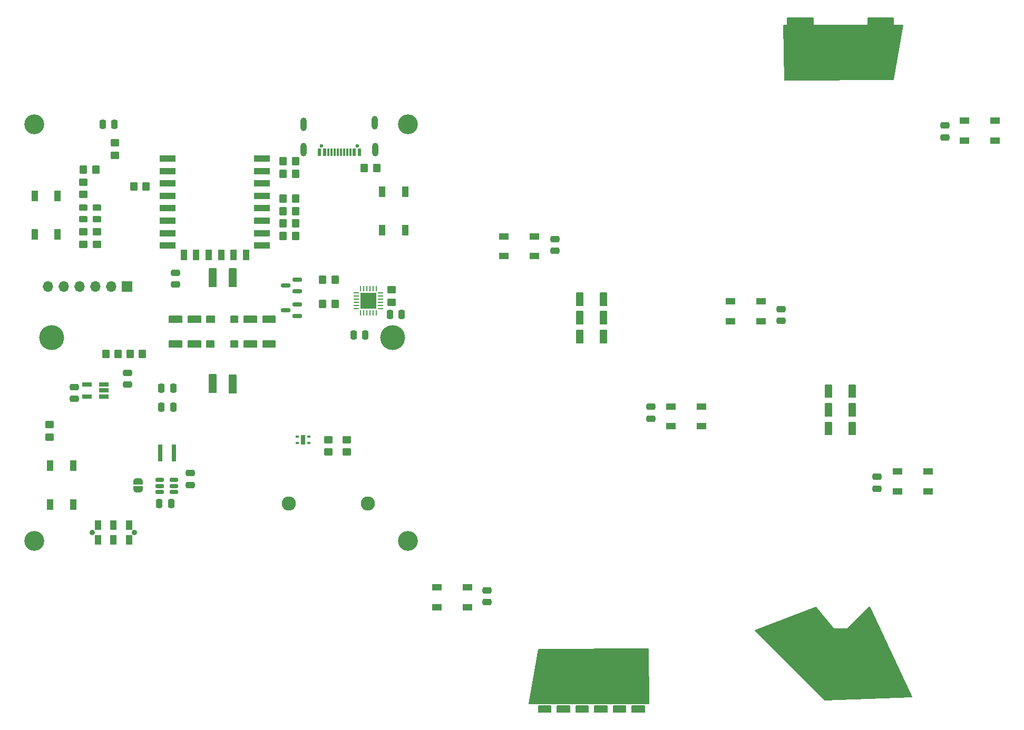
<source format=gts>
%MOIN*%
%OFA0B0*%
%FSLAX46Y46*%
%IPPOS*%
%LPD*%
%AMRoundRect*
4,1,4,
-0.11811023622047245,0.07874015748031496,
-0.19685039370078741,0.15748031496062992,
-0.27559055118110237,0.23622047244094491,
-0.35433070866141736,0.31496062992125984,
-0.11811023622047245,0.07874015748031496,
0*
1,1,$1,$2,$3*
1,1,$1,$2,$3*
1,1,$1,$2,$3*
1,1,$1,$2,$3*
20,1,$1,$2,$3,$4,$5,90*
20,1,$1,$2,$3,$4,$5,90*
20,1,$1,$2,$3,$4,$5,90*
20,1,$1,$2,$3,$4,$5,90*%
%AMFreePoly0*
4,1,22,
0.029527559055118113,0.01968503937007874,
0.029527559055118113,-0.0000000000000000018079818215881557,
0.029332007874015749,-0.0000000000000000017960081606443842,
0.029274330708661419,-0.0031472834645669308,
0.027609960629921264,-0.00847464566929134,
0.024517244094488192,-0.013120708661417325,
0.020244842519685041,-0.016712047244094492,
0.015136220472440945,-0.018959881889763781,
0.00984251968503937,-0.019652125984251971,
0.00984251968503937,-0.01968503937007874,
-0.0098425196850393734,-0.01968503937007874,
-0.0098425196850393734,-0.019652125984251971,
-0.010083031496062994,-0.019683582677165357,
-0.015597874015748034,-0.018824881889763782,
-0.02065003937007874,-0.016452913385826769,
-0.024833425196850396,-0.012758267716535432,
-0.027811692913385828,-0.0080379921259842516,
-0.029345433070866143,-0.0026715748031496049,
-0.029329094488188979,0.0000000000000000017958297731046545,
-0.029527559055118113,0.0000000000000000018079818215881557,
-0.029527559055118113,0.01968503937007874,
0.029527559055118113,0.01968503937007874,
0.029527559055118113,0.01968503937007874,
0*%
%AMFreePoly1*
4,1,20,
-0.029329094488188979,0.0000000000000000017958297731046545,
-0.029311338582677166,0.0029096456692913404,
-0.027712165354330711,0.00825692913385827,
-0.024676456692913386,0.012940472440944885,
-0.020448228346456692,0.016583700787401578,
-0.015367440944881888,0.018893818897637797,
-0.00984251968503937,0.01968503937007874,
0.0098425196850393734,0.01968503937007874,
0.010323464566929137,0.019679173228346458,
0.015827440944881893,0.018753188976377955,
0.02085023622047244,0.016319645669291338,
0.024988188976377956,0.012574173228346456,
0.027908543307086614,0.00781787401574803,
0.029376614173228347,0.0024331102362204707,
0.029332007874015749,-0.0000000000000000017960081606443842,
0.029527559055118113,-0.0000000000000000018079818215881557,
0.029527559055118113,-0.01968503937007874,
-0.029527559055118113,-0.01968503937007874,
-0.029527559055118113,0.0000000000000000018079818215881557,
-0.029329094488188979,0.0000000000000000017958297731046545,
-0.029329094488188979,0.0000000000000000017958297731046545,
0*%
%AMCOMP17*
4,1,3,
-0.0098425196850393734,-0.018700787401574805,
0.00984251968503937,-0.018700787401574805,
0.0098425196850393734,0.018700787401574805,
-0.00984251968503937,0.018700787401574805,
0*
4,1,19,
-0.01968503937007874,-0.0187007874015748,
-0.019203312168259386,-0.015659281551427682,
-0.017805285377706176,-0.012915499485310303,
-0.015627807601303872,-0.010738021708907997,
-0.012884025535186491,-0.0093399949183547871,
-0.00984251968503937,-0.0088582677165354312,
-0.0068010138348922524,-0.0093399949183547871,
-0.0040572317687748724,-0.010738021708907997,
-0.0018797539923725666,-0.012915499485310301,
-0.000481727201819356,-0.015659281551427682,
-0.0000000000000000011450551536724983,-0.0187007874015748,
-0.00048172720181935636,-0.021742293251721927,
-0.0018797539923725648,-0.0244860753178393,
-0.0040572317687748716,-0.026663553094241611,
-0.0068010138348922507,-0.02806157988479482,
-0.00984251968503937,-0.028543307086614175,
-0.012884025535186491,-0.02806157988479482,
-0.015627807601303872,-0.026663553094241611,
-0.017805285377706179,-0.024486075317839306,
-0.019203312168259389,-0.021742293251721924,
0*
4,1,19,
-0.0000000000000000011450551536724983,-0.018700787401574805,
0.00048172720181935408,-0.015659281551427682,
0.0018797539923725637,-0.012915499485310303,
0.0040572317687748707,-0.010738021708907997,
0.0068010138348922489,-0.0093399949183547871,
0.00984251968503937,-0.0088582677165354329,
0.012884025535186491,-0.0093399949183547871,
0.015627807601303868,-0.010738021708907997,
0.017805285377706176,-0.012915499485310301,
0.019203312168259386,-0.015659281551427685,
0.01968503937007874,-0.018700787401574805,
0.019203312168259386,-0.021742293251721927,
0.017805285377706176,-0.0244860753178393,
0.015627807601303872,-0.026663553094241611,
0.012884025535186489,-0.02806157988479482,
0.00984251968503937,-0.028543307086614175,
0.00680101383489225,-0.02806157988479482,
0.0040572317687748716,-0.026663553094241611,
0.0018797539923725642,-0.024486075317839306,
0.00048172720181935375,-0.021742293251721924,
0*
4,1,19,
0.0000000000000000011450551536724983,0.018700787401574805,
0.00048172720181935636,0.021742293251721924,
0.0018797539923725659,0.0244860753178393,
0.0040572317687748724,0.026663553094241611,
0.0068010138348922524,0.02806157988479482,
0.00984251968503937,0.028543307086614175,
0.012884025535186494,0.02806157988479482,
0.015627807601303872,0.026663553094241611,
0.017805285377706179,0.024486075317839306,
0.019203312168259389,0.021742293251721924,
0.01968503937007874,0.018700787401574805,
0.019203312168259386,0.015659281551427678,
0.017805285377706176,0.012915499485310306,
0.015627807601303872,0.010738021708907997,
0.012884025535186491,0.0093399949183547871,
0.0098425196850393734,0.0088582677165354312,
0.0068010138348922533,0.0093399949183547871,
0.0040572317687748733,0.010738021708907997,
0.0018797539923725666,0.012915499485310301,
0.000481727201819356,0.015659281551427682,
0*
4,1,19,
-0.01968503937007874,0.018700787401574805,
-0.019203312168259386,0.021742293251721924,
-0.017805285377706176,0.0244860753178393,
-0.015627807601303868,0.026663553094241611,
-0.012884025535186489,0.02806157988479482,
-0.0098425196850393682,0.028543307086614175,
-0.0068010138348922489,0.02806157988479482,
-0.0040572317687748707,0.026663553094241611,
-0.0018797539923725642,0.024486075317839306,
-0.00048172720181935375,0.021742293251721924,
0.0000000000000000011450551536724986,0.018700787401574805,
-0.00048172720181935408,0.015659281551427682,
-0.0018797539923725627,0.012915499485310306,
-0.004057231768774869,0.010738021708907997,
-0.0068010138348922481,0.0093399949183547871,
-0.0098425196850393682,0.0088582677165354329,
-0.012884025535186489,0.0093399949183547871,
-0.015627807601303868,0.010738021708907997,
-0.017805285377706176,0.012915499485310301,
-0.019203312168259386,0.015659281551427682,
0*
4,1,3,
-0.0098425196850393734,-0.028543307086614175,
-0.00984251968503937,-0.0088582677165354312,
0.00984251968503937,-0.0088582677165354329,
0.0098425196850393682,-0.028543307086614175,
0*
4,1,3,
0.01968503937007874,-0.018700787401574805,
-0.0000000000000000011450551536724983,-0.018700787401574805,
0.0000000000000000011450551536724983,0.018700787401574805,
0.01968503937007874,0.0187007874015748,
0*
4,1,3,
0.0098425196850393734,0.028543307086614175,
0.00984251968503937,0.0088582677165354312,
-0.00984251968503937,0.0088582677165354329,
-0.0098425196850393682,0.028543307086614175,
0*
4,1,3,
-0.01968503937007874,0.018700787401574805,
0.0000000000000000011450551536724983,0.018700787401574805,
-0.0000000000000000011450551536724983,-0.018700787401574805,
-0.01968503937007874,-0.0187007874015748,
0*%
%AMCOMP18*
4,1,3,
-0.013779527559055118,-0.017716535433070866,
0.013779527559055118,-0.017716535433070866,
0.013779527559055118,0.017716535433070866,
-0.013779527559055118,0.017716535433070866,
0*
4,1,19,
-0.023622047244094488,-0.017716535433070866,
-0.023140320042275134,-0.014675029582923745,
-0.021742293251721924,-0.011931247516806366,
-0.019564815475319616,-0.00975376974040406,
-0.016821033409202237,-0.00835574294985085,
-0.013779527559055118,-0.007874015748031496,
-0.010738021708907997,-0.00835574294985085,
-0.0079942396427906213,-0.0097537697404040617,
-0.0058167618663883145,-0.011931247516806368,
-0.0044187350758351038,-0.014675029582923747,
-0.0039370078740157488,-0.017716535433070866,
-0.0044187350758351038,-0.020758041283217992,
-0.0058167618663883119,-0.023501823349335368,
-0.0079942396427906178,-0.025679301125737672,
-0.010738021708907999,-0.027077327916290882,
-0.013779527559055118,-0.027559055118110236,
-0.016821033409202237,-0.027077327916290882,
-0.019564815475319616,-0.025679301125737675,
-0.021742293251721924,-0.023501823349335368,
-0.023140320042275134,-0.020758041283217992,
0*
4,1,19,
0.0039370078740157462,-0.017716535433070866,
0.0044187350758351012,-0.014675029582923747,
0.0058167618663883111,-0.011931247516806368,
0.0079942396427906178,-0.0097537697404040617,
0.010738021708907997,-0.0083557429498508536,
0.013779527559055118,-0.0078740157480314977,
0.016821033409202237,-0.0083557429498508518,
0.019564815475319616,-0.0097537697404040634,
0.021742293251721924,-0.011931247516806369,
0.023140320042275134,-0.014675029582923748,
0.023622047244094488,-0.017716535433070866,
0.023140320042275134,-0.020758041283217992,
0.021742293251721924,-0.023501823349335368,
0.019564815475319616,-0.025679301125737672,
0.016821033409202237,-0.027077327916290882,
0.013779527559055118,-0.027559055118110236,
0.010738021708907997,-0.027077327916290882,
0.00799423964279062,-0.025679301125737675,
0.0058167618663883119,-0.023501823349335368,
0.0044187350758351012,-0.020758041283217992,
0*
4,1,19,
0.0039370078740157488,0.017716535433070866,
0.0044187350758351038,0.020758041283217985,
0.0058167618663883128,0.023501823349335368,
0.00799423964279062,0.025679301125737672,
0.010738021708907999,0.027077327916290882,
0.01377952755905512,0.027559055118110236,
0.016821033409202241,0.027077327916290882,
0.019564815475319616,0.025679301125737672,
0.021742293251721924,0.023501823349335368,
0.023140320042275134,0.020758041283217992,
0.023622047244094488,0.017716535433070866,
0.023140320042275134,0.014675029582923743,
0.021742293251721924,0.011931247516806366,
0.01956481547531962,0.0097537697404040617,
0.016821033409202237,0.00835574294985085,
0.01377952755905512,0.007874015748031496,
0.010738021708907999,0.00835574294985085,
0.0079942396427906213,0.00975376974040406,
0.0058167618663883145,0.011931247516806366,
0.0044187350758351038,0.014675029582923745,
0*
4,1,19,
-0.023622047244094488,0.017716535433070869,
-0.023140320042275134,0.020758041283217985,
-0.021742293251721924,0.023501823349335368,
-0.019564815475319616,0.025679301125737672,
-0.016821033409202237,0.027077327916290882,
-0.013779527559055116,0.027559055118110236,
-0.010738021708907995,0.027077327916290882,
-0.0079942396427906178,0.025679301125737672,
-0.0058167618663883119,0.023501823349335368,
-0.0044187350758351012,0.020758041283217992,
-0.0039370078740157462,0.017716535433070869,
-0.0044187350758351012,0.014675029582923745,
-0.0058167618663883093,0.011931247516806368,
-0.0079942396427906161,0.0097537697404040634,
-0.010738021708907997,0.0083557429498508536,
-0.013779527559055116,0.0078740157480314977,
-0.016821033409202237,0.0083557429498508518,
-0.019564815475319616,0.0097537697404040617,
-0.021742293251721924,0.011931247516806368,
-0.023140320042275134,0.014675029582923747,
0*
4,1,3,
-0.01377952755905512,-0.027559055118110236,
-0.013779527559055118,-0.007874015748031496,
0.013779527559055118,-0.0078740157480314977,
0.013779527559055116,-0.027559055118110236,
0*
4,1,3,
0.023622047244094488,-0.017716535433070869,
0.0039370078740157462,-0.017716535433070866,
0.0039370078740157488,0.017716535433070866,
0.023622047244094488,0.017716535433070866,
0*
4,1,3,
0.01377952755905512,0.027559055118110236,
0.013779527559055118,0.007874015748031496,
-0.013779527559055118,0.0078740157480314977,
-0.013779527559055116,0.027559055118110236,
0*
4,1,3,
-0.023622047244094488,0.017716535433070869,
-0.0039370078740157462,0.017716535433070866,
-0.0039370078740157488,-0.017716535433070866,
-0.023622047244094488,-0.017716535433070866,
0*%
%AMCOMP19*
4,1,3,
-0.01796259842519685,0.0095964566929133879,
-0.01796259842519685,-0.0095964566929133844,
0.01796259842519685,-0.0095964566929133879,
0.01796259842519685,0.0095964566929133844,
0*
4,1,19,
-0.027559055118110236,0.0095964566929133879,
-0.027089371096336367,0.012561924896806831,
-0.025726294975546987,0.015237112411271275,
-0.023603254143554738,0.017360153243263524,
-0.020928066629090292,0.018723229364052903,
-0.01796259842519685,0.019192913385826776,
-0.014997130221303409,0.018723229364052903,
-0.012321942706838965,0.01736015324326352,
-0.010198901874846717,0.015237112411271273,
-0.0088358257540573342,0.012561924896806831,
-0.0083661417322834636,0.0095964566929133879,
-0.0088358257540573359,0.0066309884890199408,
-0.010198901874846714,0.0039558009745555012,
-0.012321942706838963,0.0018327601425632526,
-0.014997130221303409,0.00046968402177387209,
-0.01796259842519685,0.0000000000000000010998556081327944,
-0.020928066629090292,0.00046968402177387139,
-0.023603254143554735,0.001832760142563251,
-0.025726294975546984,0.0039558009745554986,
-0.027089371096336367,0.0066309884890199443,
0*
4,1,19,
-0.027559055118110236,-0.0095964566929133844,
-0.027089371096336367,-0.0066309884890199417,
-0.025726294975546987,-0.0039558009745554977,
-0.023603254143554738,-0.0018327601425632493,
-0.020928066629090292,-0.00046968402177386987,
-0.01796259842519685,0.0000000000000000010998556081327946,
-0.014997130221303411,-0.00046968402177386922,
-0.012321942706838965,-0.00183276014256325,
-0.010198901874846717,-0.0039558009745554977,
-0.0088358257540573359,-0.0066309884890199434,
-0.0083661417322834653,-0.0095964566929133844,
-0.0088358257540573377,-0.012561924896806831,
-0.010198901874846714,-0.015237112411271273,
-0.012321942706838963,-0.01736015324326352,
-0.014997130221303411,-0.0187232293640529,
-0.01796259842519685,-0.019192913385826769,
-0.020928066629090292,-0.0187232293640529,
-0.023603254143554735,-0.01736015324326352,
-0.025726294975546984,-0.015237112411271273,
-0.027089371096336367,-0.012561924896806829,
0*
4,1,19,
0.0083661417322834636,-0.0095964566929133861,
0.0088358257540573359,-0.0066309884890199443,
0.010198901874846714,-0.0039558009745554994,
0.012321942706838963,-0.0018327601425632515,
0.014997130221303409,-0.00046968402177387209,
0.01796259842519685,-0.0000000000000000010998556081327946,
0.020928066629090292,-0.00046968402177387139,
0.023603254143554735,-0.0018327601425632521,
0.025726294975546984,-0.0039558009745554994,
0.027089371096336367,-0.0066309884890199452,
0.027559055118110236,-0.0095964566929133879,
0.027089371096336367,-0.012561924896806832,
0.025726294975546987,-0.015237112411271275,
0.023603254143554738,-0.017360153243263524,
0.020928066629090296,-0.018723229364052903,
0.01796259842519685,-0.019192913385826776,
0.014997130221303409,-0.018723229364052903,
0.012321942706838966,-0.01736015324326352,
0.010198901874846717,-0.015237112411271275,
0.0088358257540573342,-0.012561924896806831,
0*
4,1,19,
0.0083661417322834653,0.0095964566929133861,
0.0088358257540573377,0.012561924896806829,
0.010198901874846714,0.015237112411271273,
0.012321942706838963,0.01736015324326352,
0.014997130221303411,0.0187232293640529,
0.017962598425196853,0.019192913385826769,
0.020928066629090292,0.0187232293640529,
0.023603254143554735,0.01736015324326352,
0.025726294975546984,0.015237112411271271,
0.027089371096336367,0.012561924896806829,
0.027559055118110236,0.0095964566929133844,
0.027089371096336367,0.0066309884890199391,
0.025726294975546987,0.0039558009745554986,
0.023603254143554738,0.0018327601425632504,
0.020928066629090296,0.00046968402177386987,
0.017962598425196853,-0.0000000000000000010998556081327946,
0.014997130221303411,0.00046968402177386922,
0.012321942706838966,0.0018327601425632487,
0.010198901874846717,0.0039558009745554968,
0.0088358257540573359,0.0066309884890199417,
0*
4,1,3,
-0.027559055118110236,0.00959645669291339,
-0.0083661417322834636,0.0095964566929133844,
-0.0083661417322834653,-0.0095964566929133879,
-0.027559055118110236,-0.0095964566929133827,
0*
4,1,3,
-0.017962598425196853,-0.019192913385826769,
-0.01796259842519685,0.0000000000000000010998556081327946,
0.01796259842519685,-0.0000000000000000010998556081327946,
0.01796259842519685,-0.019192913385826776,
0*
4,1,3,
0.027559055118110236,-0.00959645669291339,
0.0083661417322834636,-0.0095964566929133844,
0.0083661417322834653,0.0095964566929133879,
0.027559055118110236,0.0095964566929133827,
0*
4,1,3,
0.017962598425196853,0.019192913385826769,
0.01796259842519685,-0.0000000000000000010998556081327946,
-0.01796259842519685,0.0000000000000000010998556081327946,
-0.01796259842519685,0.019192913385826776,
0*%
%AMCOMP20*
4,1,3,
0.0098425196850393734,0.018700787401574805,
-0.00984251968503937,0.018700787401574805,
-0.0098425196850393734,-0.018700787401574805,
0.00984251968503937,-0.018700787401574805,
0*
4,1,19,
0.0000000000000000011450551536724983,0.018700787401574805,
0.00048172720181935636,0.021742293251721924,
0.0018797539923725659,0.0244860753178393,
0.0040572317687748724,0.026663553094241611,
0.0068010138348922524,0.02806157988479482,
0.00984251968503937,0.028543307086614175,
0.012884025535186494,0.02806157988479482,
0.015627807601303872,0.026663553094241611,
0.017805285377706179,0.024486075317839306,
0.019203312168259389,0.021742293251721924,
0.01968503937007874,0.018700787401574805,
0.019203312168259386,0.015659281551427678,
0.017805285377706176,0.012915499485310306,
0.015627807601303872,0.010738021708907997,
0.012884025535186491,0.0093399949183547871,
0.0098425196850393734,0.0088582677165354312,
0.0068010138348922533,0.0093399949183547871,
0.0040572317687748733,0.010738021708907997,
0.0018797539923725666,0.012915499485310301,
0.000481727201819356,0.015659281551427682,
0*
4,1,19,
-0.01968503937007874,0.018700787401574805,
-0.019203312168259386,0.021742293251721924,
-0.017805285377706176,0.0244860753178393,
-0.015627807601303868,0.026663553094241611,
-0.012884025535186489,0.02806157988479482,
-0.0098425196850393682,0.028543307086614175,
-0.0068010138348922489,0.02806157988479482,
-0.0040572317687748707,0.026663553094241611,
-0.0018797539923725642,0.024486075317839306,
-0.00048172720181935375,0.021742293251721924,
0.0000000000000000011450551536724986,0.018700787401574805,
-0.00048172720181935408,0.015659281551427682,
-0.0018797539923725627,0.012915499485310306,
-0.004057231768774869,0.010738021708907997,
-0.0068010138348922481,0.0093399949183547871,
-0.0098425196850393682,0.0088582677165354329,
-0.012884025535186489,0.0093399949183547871,
-0.015627807601303868,0.010738021708907997,
-0.017805285377706176,0.012915499485310301,
-0.019203312168259386,0.015659281551427682,
0*
4,1,19,
-0.01968503937007874,-0.0187007874015748,
-0.019203312168259386,-0.015659281551427682,
-0.017805285377706176,-0.012915499485310303,
-0.015627807601303872,-0.010738021708907997,
-0.012884025535186491,-0.0093399949183547871,
-0.00984251968503937,-0.0088582677165354312,
-0.0068010138348922524,-0.0093399949183547871,
-0.0040572317687748724,-0.010738021708907997,
-0.0018797539923725666,-0.012915499485310301,
-0.000481727201819356,-0.015659281551427682,
-0.0000000000000000011450551536724983,-0.0187007874015748,
-0.00048172720181935636,-0.021742293251721927,
-0.0018797539923725648,-0.0244860753178393,
-0.0040572317687748716,-0.026663553094241611,
-0.0068010138348922507,-0.02806157988479482,
-0.00984251968503937,-0.028543307086614175,
-0.012884025535186491,-0.02806157988479482,
-0.015627807601303872,-0.026663553094241611,
-0.017805285377706179,-0.024486075317839306,
-0.019203312168259389,-0.021742293251721924,
0*
4,1,19,
-0.0000000000000000011450551536724983,-0.018700787401574805,
0.00048172720181935408,-0.015659281551427682,
0.0018797539923725637,-0.012915499485310303,
0.0040572317687748707,-0.010738021708907997,
0.0068010138348922489,-0.0093399949183547871,
0.00984251968503937,-0.0088582677165354329,
0.012884025535186491,-0.0093399949183547871,
0.015627807601303868,-0.010738021708907997,
0.017805285377706176,-0.012915499485310301,
0.019203312168259386,-0.015659281551427685,
0.01968503937007874,-0.018700787401574805,
0.019203312168259386,-0.021742293251721927,
0.017805285377706176,-0.0244860753178393,
0.015627807601303872,-0.026663553094241611,
0.012884025535186489,-0.02806157988479482,
0.00984251968503937,-0.028543307086614175,
0.00680101383489225,-0.02806157988479482,
0.0040572317687748716,-0.026663553094241611,
0.0018797539923725642,-0.024486075317839306,
0.00048172720181935375,-0.021742293251721924,
0*
4,1,3,
0.0098425196850393734,0.028543307086614175,
0.00984251968503937,0.0088582677165354312,
-0.00984251968503937,0.0088582677165354329,
-0.0098425196850393682,0.028543307086614175,
0*
4,1,3,
-0.01968503937007874,0.018700787401574805,
0.0000000000000000011450551536724983,0.018700787401574805,
-0.0000000000000000011450551536724983,-0.018700787401574805,
-0.01968503937007874,-0.0187007874015748,
0*
4,1,3,
-0.0098425196850393734,-0.028543307086614175,
-0.00984251968503937,-0.0088582677165354312,
0.00984251968503937,-0.0088582677165354329,
0.0098425196850393682,-0.028543307086614175,
0*
4,1,3,
0.01968503937007874,-0.018700787401574805,
-0.0000000000000000011450551536724983,-0.018700787401574805,
0.0000000000000000011450551536724983,0.018700787401574805,
0.01968503937007874,0.0187007874015748,
0*%
%AMCOMP21*
4,1,3,
-0.017716535433070866,0.013779527559055118,
-0.017716535433070866,-0.013779527559055118,
0.017716535433070866,-0.013779527559055118,
0.017716535433070866,0.013779527559055118,
0*
4,1,19,
-0.027559055118110236,0.01377952755905512,
-0.027077327916290882,0.016821033409202241,
-0.025679301125737672,0.01956481547531962,
-0.023501823349335368,0.021742293251721924,
-0.020758041283217985,0.023140320042275134,
-0.017716535433070866,0.023622047244094488,
-0.014675029582923747,0.023140320042275134,
-0.011931247516806366,0.021742293251721924,
-0.0097537697404040617,0.01956481547531962,
-0.00835574294985085,0.016821033409202237,
-0.007874015748031496,0.01377952755905512,
-0.00835574294985085,0.010738021708907995,
-0.00975376974040406,0.0079942396427906213,
-0.011931247516806368,0.0058167618663883145,
-0.014675029582923745,0.0044187350758351038,
-0.017716535433070866,0.0039370078740157488,
-0.020758041283217985,0.0044187350758351021,
-0.023501823349335368,0.0058167618663883119,
-0.025679301125737672,0.0079942396427906178,
-0.027077327916290882,0.010738021708907997,
0*
4,1,19,
-0.027559055118110236,-0.013779527559055116,
-0.027077327916290882,-0.010738021708907995,
-0.025679301125737672,-0.0079942396427906178,
-0.023501823349335368,-0.0058167618663883111,
-0.020758041283217985,-0.0044187350758351012,
-0.017716535433070866,-0.0039370078740157462,
-0.014675029582923748,-0.0044187350758351,
-0.011931247516806368,-0.0058167618663883111,
-0.0097537697404040634,-0.0079942396427906161,
-0.0083557429498508536,-0.010738021708907997,
-0.0078740157480314977,-0.013779527559055116,
-0.0083557429498508536,-0.016821033409202241,
-0.0097537697404040617,-0.019564815475319616,
-0.011931247516806369,-0.021742293251721924,
-0.014675029582923747,-0.023140320042275134,
-0.017716535433070866,-0.023622047244094488,
-0.020758041283217985,-0.023140320042275134,
-0.023501823349335368,-0.021742293251721924,
-0.025679301125737672,-0.019564815475319616,
-0.027077327916290882,-0.016821033409202237,
0*
4,1,19,
0.007874015748031496,-0.013779527559055118,
0.00835574294985085,-0.010738021708907997,
0.0097537697404040617,-0.00799423964279062,
0.011931247516806368,-0.0058167618663883128,
0.014675029582923747,-0.0044187350758351038,
0.017716535433070866,-0.0039370078740157488,
0.020758041283217985,-0.0044187350758351021,
0.023501823349335368,-0.0058167618663883128,
0.025679301125737672,-0.0079942396427906178,
0.027077327916290882,-0.010738021708907999,
0.027559055118110236,-0.013779527559055118,
0.027077327916290882,-0.016821033409202244,
0.025679301125737675,-0.019564815475319616,
0.023501823349335368,-0.021742293251721924,
0.020758041283217992,-0.023140320042275134,
0.017716535433070866,-0.023622047244094488,
0.014675029582923747,-0.023140320042275134,
0.011931247516806368,-0.021742293251721924,
0.0097537697404040617,-0.01956481547531962,
0.00835574294985085,-0.016821033409202241,
0*
4,1,19,
0.0078740157480314977,0.013779527559055118,
0.0083557429498508536,0.016821033409202237,
0.0097537697404040634,0.019564815475319616,
0.011931247516806369,0.021742293251721924,
0.014675029582923748,0.023140320042275134,
0.017716535433070869,0.023622047244094488,
0.020758041283217985,0.023140320042275134,
0.023501823349335368,0.021742293251721924,
0.025679301125737672,0.019564815475319616,
0.027077327916290882,0.016821033409202237,
0.027559055118110236,0.013779527559055118,
0.027077327916290882,0.010738021708907993,
0.025679301125737675,0.0079942396427906178,
0.023501823349335368,0.0058167618663883119,
0.020758041283217992,0.0044187350758351012,
0.017716535433070869,0.0039370078740157462,
0.014675029582923748,0.0044187350758351,
0.011931247516806369,0.0058167618663883093,
0.0097537697404040634,0.0079942396427906143,
0.0083557429498508536,0.010738021708907995,
0*
4,1,3,
-0.027559055118110236,0.01377952755905512,
-0.007874015748031496,0.013779527559055118,
-0.0078740157480314977,-0.013779527559055118,
-0.027559055118110236,-0.013779527559055116,
0*
4,1,3,
-0.017716535433070869,-0.023622047244094488,
-0.017716535433070866,-0.0039370078740157462,
0.017716535433070866,-0.0039370078740157488,
0.017716535433070866,-0.023622047244094488,
0*
4,1,3,
0.027559055118110236,-0.01377952755905512,
0.007874015748031496,-0.013779527559055118,
0.0078740157480314977,0.013779527559055118,
0.027559055118110236,0.013779527559055116,
0*
4,1,3,
0.017716535433070869,0.023622047244094488,
0.017716535433070866,0.0039370078740157462,
-0.017716535433070866,0.0039370078740157488,
-0.017716535433070866,0.023622047244094488,
0*%
%AMCOMP22*
4,1,3,
0.013779527559055118,0.017716535433070866,
-0.013779527559055118,0.017716535433070866,
-0.013779527559055118,-0.017716535433070866,
0.013779527559055118,-0.017716535433070866,
0*
4,1,19,
0.0039370078740157488,0.017716535433070866,
0.0044187350758351038,0.020758041283217985,
0.0058167618663883128,0.023501823349335368,
0.00799423964279062,0.025679301125737672,
0.010738021708907999,0.027077327916290882,
0.01377952755905512,0.027559055118110236,
0.016821033409202241,0.027077327916290882,
0.019564815475319616,0.025679301125737672,
0.021742293251721924,0.023501823349335368,
0.023140320042275134,0.020758041283217992,
0.023622047244094488,0.017716535433070866,
0.023140320042275134,0.014675029582923743,
0.021742293251721924,0.011931247516806366,
0.01956481547531962,0.0097537697404040617,
0.016821033409202237,0.00835574294985085,
0.01377952755905512,0.007874015748031496,
0.010738021708907999,0.00835574294985085,
0.0079942396427906213,0.00975376974040406,
0.0058167618663883145,0.011931247516806366,
0.0044187350758351038,0.014675029582923745,
0*
4,1,19,
-0.023622047244094488,0.017716535433070869,
-0.023140320042275134,0.020758041283217985,
-0.021742293251721924,0.023501823349335368,
-0.019564815475319616,0.025679301125737672,
-0.016821033409202237,0.027077327916290882,
-0.013779527559055116,0.027559055118110236,
-0.010738021708907995,0.027077327916290882,
-0.0079942396427906178,0.025679301125737672,
-0.0058167618663883119,0.023501823349335368,
-0.0044187350758351012,0.020758041283217992,
-0.0039370078740157462,0.017716535433070869,
-0.0044187350758351012,0.014675029582923745,
-0.0058167618663883093,0.011931247516806368,
-0.0079942396427906161,0.0097537697404040634,
-0.010738021708907997,0.0083557429498508536,
-0.013779527559055116,0.0078740157480314977,
-0.016821033409202237,0.0083557429498508518,
-0.019564815475319616,0.0097537697404040617,
-0.021742293251721924,0.011931247516806368,
-0.023140320042275134,0.014675029582923747,
0*
4,1,19,
-0.023622047244094488,-0.017716535433070866,
-0.023140320042275134,-0.014675029582923745,
-0.021742293251721924,-0.011931247516806366,
-0.019564815475319616,-0.00975376974040406,
-0.016821033409202237,-0.00835574294985085,
-0.013779527559055118,-0.007874015748031496,
-0.010738021708907997,-0.00835574294985085,
-0.0079942396427906213,-0.0097537697404040617,
-0.0058167618663883145,-0.011931247516806368,
-0.0044187350758351038,-0.014675029582923747,
-0.0039370078740157488,-0.017716535433070866,
-0.0044187350758351038,-0.020758041283217992,
-0.0058167618663883119,-0.023501823349335368,
-0.0079942396427906178,-0.025679301125737672,
-0.010738021708907999,-0.027077327916290882,
-0.013779527559055118,-0.027559055118110236,
-0.016821033409202237,-0.027077327916290882,
-0.019564815475319616,-0.025679301125737675,
-0.021742293251721924,-0.023501823349335368,
-0.023140320042275134,-0.020758041283217992,
0*
4,1,19,
0.0039370078740157462,-0.017716535433070866,
0.0044187350758351012,-0.014675029582923747,
0.0058167618663883111,-0.011931247516806368,
0.0079942396427906178,-0.0097537697404040617,
0.010738021708907997,-0.0083557429498508536,
0.013779527559055118,-0.0078740157480314977,
0.016821033409202237,-0.0083557429498508518,
0.019564815475319616,-0.0097537697404040634,
0.021742293251721924,-0.011931247516806369,
0.023140320042275134,-0.014675029582923748,
0.023622047244094488,-0.017716535433070866,
0.023140320042275134,-0.020758041283217992,
0.021742293251721924,-0.023501823349335368,
0.019564815475319616,-0.025679301125737672,
0.016821033409202237,-0.027077327916290882,
0.013779527559055118,-0.027559055118110236,
0.010738021708907997,-0.027077327916290882,
0.00799423964279062,-0.025679301125737675,
0.0058167618663883119,-0.023501823349335368,
0.0044187350758351012,-0.020758041283217992,
0*
4,1,3,
0.01377952755905512,0.027559055118110236,
0.013779527559055118,0.007874015748031496,
-0.013779527559055118,0.0078740157480314977,
-0.013779527559055116,0.027559055118110236,
0*
4,1,3,
-0.023622047244094488,0.017716535433070869,
-0.0039370078740157462,0.017716535433070866,
-0.0039370078740157488,-0.017716535433070866,
-0.023622047244094488,-0.017716535433070866,
0*
4,1,3,
-0.01377952755905512,-0.027559055118110236,
-0.013779527559055118,-0.007874015748031496,
0.013779527559055118,-0.0078740157480314977,
0.013779527559055116,-0.027559055118110236,
0*
4,1,3,
0.023622047244094488,-0.017716535433070869,
0.0039370078740157462,-0.017716535433070866,
0.0039370078740157488,0.017716535433070866,
0.023622047244094488,0.017716535433070866,
0*%
%AMCOMP23*
4,1,21,
0.029527559055118113,0.01968503937007874,
0.029527559055118113,-0.0000000000000000018079818215881557,
0.029332007874015749,-0.0000000000000000017960081606443842,
0.029274330708661419,-0.0031472834645669308,
0.027609960629921264,-0.00847464566929134,
0.024517244094488192,-0.013120708661417325,
0.020244842519685041,-0.016712047244094492,
0.015136220472440945,-0.018959881889763781,
0.00984251968503937,-0.019652125984251971,
0.00984251968503937,-0.01968503937007874,
-0.0098425196850393734,-0.01968503937007874,
-0.0098425196850393734,-0.019652125984251971,
-0.010083031496062994,-0.019683582677165357,
-0.015597874015748034,-0.018824881889763782,
-0.02065003937007874,-0.016452913385826769,
-0.024833425196850396,-0.012758267716535432,
-0.027811692913385828,-0.0080379921259842516,
-0.029345433070866143,-0.0026715748031496049,
-0.029329094488188979,0.0000000000000000017958297731046545,
-0.029527559055118113,0.0000000000000000018079818215881557,
-0.029527559055118113,0.01968503937007874,
0.029527559055118113,0.01968503937007874,
0*%
%AMCOMP24*
4,1,19,
-0.029329094488188979,0.0000000000000000017958297731046545,
-0.029311338582677166,0.0029096456692913404,
-0.027712165354330711,0.00825692913385827,
-0.024676456692913386,0.012940472440944885,
-0.020448228346456692,0.016583700787401578,
-0.015367440944881888,0.018893818897637797,
-0.00984251968503937,0.01968503937007874,
0.0098425196850393734,0.01968503937007874,
0.010323464566929137,0.019679173228346458,
0.015827440944881893,0.018753188976377955,
0.02085023622047244,0.016319645669291338,
0.024988188976377956,0.012574173228346456,
0.027908543307086614,0.00781787401574803,
0.029376614173228347,0.0024331102362204707,
0.029332007874015749,-0.0000000000000000017960081606443842,
0.029527559055118113,-0.0000000000000000018079818215881557,
0.029527559055118113,-0.01968503937007874,
-0.029527559055118113,-0.01968503937007874,
-0.029527559055118113,0.0000000000000000018079818215881557,
-0.029329094488188979,0.0000000000000000017958297731046545,
0*%
%AMCOMP25*
4,1,3,
0.02312992125984252,0.0059055118110236211,
-0.02312992125984252,0.0059055118110236228,
-0.02312992125984252,-0.0059055118110236211,
0.02312992125984252,-0.0059055118110236228,
0*
4,1,19,
0.017224409448818898,0.0059055118110236211,
0.017513445769910513,0.007730415321111894,
0.018352261844242438,0.0093766845607823213,
0.019658748510083823,0.010683171226623702,
0.021305017749754251,0.011521987300955628,
0.02312992125984252,0.011811023622047242,
0.024954824769930793,0.011521987300955629,
0.026601094009601218,0.010683171226623702,
0.027907580675442602,0.0093766845607823213,
0.028746396749774531,0.0077304153211118923,
0.029035433070866146,0.0059055118110236211,
0.028746396749774531,0.0040806083009353464,
0.027907580675442606,0.0024343390612649213,
0.026601094009601225,0.0011278523954235378,
0.024954824769930793,0.00028903632109161191,
0.02312992125984252,-0.0000000000000000014162524269107219,
0.021305017749754251,0.00028903632109161109,
0.019658748510083823,0.0011278523954235367,
0.018352261844242438,0.00243433906126492,
0.017513445769910513,0.0040806083009353473,
0*
4,1,19,
-0.029035433070866146,0.0059055118110236246,
-0.028746396749774531,0.0077304153211118967,
-0.027907580675442602,0.0093766845607823248,
-0.026601094009601225,0.010683171226623706,
-0.024954824769930793,0.011521987300955631,
-0.02312992125984252,0.011811023622047246,
-0.021305017749754251,0.011521987300955635,
-0.019658748510083823,0.010683171226623706,
-0.018352261844242438,0.0093766845607823248,
-0.017513445769910513,0.0077304153211118958,
-0.017224409448818898,0.0059055118110236246,
-0.017513445769910513,0.00408060830093535,
-0.018352261844242438,0.0024343390612649239,
-0.019658748510083823,0.0011278523954235406,
-0.021305017749754251,0.00028903632109161478,
-0.02312992125984252,0.0000000000000000014162524269107219,
-0.024954824769930793,0.00028903632109161391,
-0.026601094009601218,0.0011278523954235395,
-0.027907580675442602,0.002434339061264923,
-0.028746396749774531,0.00408060830093535,
0*
4,1,19,
-0.029035433070866146,-0.00590551181102362,
-0.028746396749774531,-0.0040806083009353481,
-0.027907580675442602,-0.0024343390612649209,
-0.026601094009601225,-0.0011278523954235374,
-0.024954824769930793,-0.00028903632109161191,
-0.02312992125984252,0.0000000000000000014162524269107219,
-0.021305017749754251,-0.00028903632109161109,
-0.019658748510083823,-0.0011278523954235378,
-0.018352261844242438,-0.0024343390612649209,
-0.017513445769910513,-0.0040806083009353481,
-0.017224409448818898,-0.00590551181102362,
-0.017513445769910513,-0.0077304153211118949,
-0.018352261844242438,-0.00937668456078232,
-0.019658748510083823,-0.010683171226623702,
-0.021305017749754251,-0.011521987300955628,
-0.02312992125984252,-0.011811023622047242,
-0.024954824769930793,-0.011521987300955629,
-0.026601094009601218,-0.010683171226623704,
-0.027907580675442602,-0.0093766845607823213,
-0.028746396749774531,-0.007730415321111894,
0*
4,1,19,
0.017224409448818898,-0.0059055118110236228,
0.017513445769910513,-0.0040806083009353507,
0.018352261844242438,-0.0024343390612649235,
0.019658748510083823,-0.0011278523954235402,
0.021305017749754251,-0.00028903632109161478,
0.02312992125984252,-0.0000000000000000014162524269107219,
0.024954824769930793,-0.00028903632109161391,
0.026601094009601218,-0.0011278523954235406,
0.027907580675442602,-0.0024343390612649235,
0.028746396749774531,-0.0040806083009353507,
0.029035433070866146,-0.0059055118110236228,
0.028746396749774531,-0.0077304153211118984,
0.027907580675442606,-0.0093766845607823231,
0.026601094009601225,-0.010683171226623706,
0.024954824769930793,-0.011521987300955631,
0.02312992125984252,-0.011811023622047246,
0.021305017749754251,-0.011521987300955635,
0.019658748510083823,-0.010683171226623709,
0.018352261844242438,-0.0093766845607823248,
0.017513445769910513,-0.0077304153211118967,
0*
4,1,3,
0.02312992125984252,0.011811023622047242,
0.02312992125984252,-0.0000000000000000014162524269107219,
-0.02312992125984252,0.0000000000000000014162524269107219,
-0.02312992125984252,0.011811023622047246,
0*
4,1,3,
-0.029035433070866146,0.0059055118110236246,
-0.017224409448818898,0.0059055118110236228,
-0.017224409448818898,-0.0059055118110236211,
-0.029035433070866146,-0.00590551181102362,
0*
4,1,3,
-0.02312992125984252,-0.011811023622047242,
-0.02312992125984252,0.0000000000000000014162524269107219,
0.02312992125984252,-0.0000000000000000014162524269107219,
0.02312992125984252,-0.011811023622047246,
0*
4,1,3,
0.029035433070866146,-0.0059055118110236246,
0.017224409448818898,-0.0059055118110236228,
0.017224409448818898,0.0059055118110236211,
0.029035433070866146,0.00590551181102362,
0*%
%AMCOMP26*
4,1,3,
0.018700787401574805,-0.0098425196850393734,
0.018700787401574805,0.00984251968503937,
-0.018700787401574805,0.0098425196850393734,
-0.018700787401574805,-0.00984251968503937,
0*
4,1,19,
0.0088582677165354312,-0.00984251968503937,
0.0093399949183547871,-0.0068010138348922507,
0.010738021708907997,-0.0040572317687748716,
0.012915499485310303,-0.0018797539923725655,
0.015659281551427682,-0.000481727201819356,
0.018700787401574805,-0.0000000000000000011450551536724983,
0.021742293251721924,-0.00048172720181935522,
0.0244860753178393,-0.0018797539923725659,
0.026663553094241611,-0.0040572317687748716,
0.02806157988479482,-0.0068010138348922524,
0.028543307086614175,-0.00984251968503937,
0.02806157988479482,-0.012884025535186496,
0.026663553094241611,-0.015627807601303872,
0.024486075317839306,-0.017805285377706179,
0.021742293251721924,-0.019203312168259389,
0.018700787401574805,-0.01968503937007874,
0.015659281551427682,-0.019203312168259386,
0.012915499485310306,-0.017805285377706176,
0.010738021708907997,-0.015627807601303872,
0.0093399949183547871,-0.012884025535186494,
0*
4,1,19,
0.0088582677165354329,0.00984251968503937,
0.0093399949183547888,0.012884025535186491,
0.010738021708907997,0.015627807601303872,
0.012915499485310303,0.017805285377706176,
0.015659281551427685,0.019203312168259386,
0.018700787401574805,0.01968503937007874,
0.021742293251721924,0.019203312168259386,
0.0244860753178393,0.017805285377706176,
0.026663553094241611,0.015627807601303872,
0.02806157988479482,0.012884025535186489,
0.028543307086614175,0.00984251968503937,
0.02806157988479482,0.0068010138348922455,
0.026663553094241611,0.0040572317687748707,
0.024486075317839306,0.0018797539923725642,
0.021742293251721924,0.00048172720181935375,
0.018700787401574805,-0.0000000000000000011450551536724986,
0.015659281551427685,0.000481727201819353,
0.012915499485310306,0.0018797539923725627,
0.010738021708907997,0.0040572317687748681,
0.0093399949183547871,0.0068010138348922463,
0*
4,1,19,
-0.028543307086614175,0.0098425196850393734,
-0.02806157988479482,0.012884025535186494,
-0.026663553094241611,0.015627807601303872,
-0.0244860753178393,0.017805285377706179,
-0.021742293251721924,0.019203312168259389,
-0.0187007874015748,0.01968503937007874,
-0.015659281551427682,0.019203312168259386,
-0.012915499485310306,0.017805285377706176,
-0.010738021708907997,0.015627807601303872,
-0.0093399949183547871,0.012884025535186491,
-0.0088582677165354312,0.0098425196850393734,
-0.0093399949183547871,0.0068010138348922489,
-0.010738021708907997,0.0040572317687748724,
-0.012915499485310301,0.0018797539923725666,
-0.015659281551427682,0.000481727201819356,
-0.0187007874015748,0.0000000000000000011450551536724983,
-0.02174229325172192,0.00048172720181935522,
-0.0244860753178393,0.0018797539923725648,
-0.026663553094241611,0.0040572317687748707,
-0.02806157988479482,0.00680101383489225,
0*
4,1,19,
-0.028543307086614175,-0.0098425196850393682,
-0.02806157988479482,-0.0068010138348922481,
-0.026663553094241611,-0.004057231768774869,
-0.0244860753178393,-0.0018797539923725631,
-0.021742293251721924,-0.00048172720181935375,
-0.018700787401574805,0.0000000000000000011450551536724983,
-0.015659281551427682,-0.000481727201819353,
-0.012915499485310306,-0.0018797539923725637,
-0.010738021708907997,-0.004057231768774869,
-0.0093399949183547871,-0.0068010138348922489,
-0.0088582677165354329,-0.00984251968503937,
-0.0093399949183547888,-0.012884025535186494,
-0.010738021708907997,-0.015627807601303868,
-0.012915499485310301,-0.017805285377706176,
-0.015659281551427685,-0.019203312168259386,
-0.018700787401574805,-0.01968503937007874,
-0.02174229325172192,-0.019203312168259386,
-0.0244860753178393,-0.017805285377706176,
-0.026663553094241611,-0.015627807601303872,
-0.02806157988479482,-0.012884025535186491,
0*
4,1,3,
0.028543307086614175,-0.0098425196850393734,
0.0088582677165354312,-0.00984251968503937,
0.0088582677165354329,0.00984251968503937,
0.028543307086614175,0.0098425196850393682,
0*
4,1,3,
0.018700787401574805,0.01968503937007874,
0.018700787401574805,-0.0000000000000000011450551536724983,
-0.018700787401574805,0.0000000000000000011450551536724983,
-0.0187007874015748,0.01968503937007874,
0*
4,1,3,
-0.028543307086614175,0.0098425196850393734,
-0.0088582677165354312,0.00984251968503937,
-0.0088582677165354329,-0.00984251968503937,
-0.028543307086614175,-0.0098425196850393682,
0*
4,1,3,
-0.018700787401574805,-0.01968503937007874,
-0.018700787401574805,0.0000000000000000011450551536724983,
0.018700787401574805,-0.0000000000000000011450551536724983,
0.0187007874015748,-0.01968503937007874,
0*%
%AMCOMP27*
4,1,3,
0.017716535433070866,-0.013779527559055118,
0.017716535433070866,0.013779527559055118,
-0.017716535433070866,0.013779527559055118,
-0.017716535433070866,-0.013779527559055118,
0*
4,1,19,
0.007874015748031496,-0.013779527559055118,
0.00835574294985085,-0.010738021708907997,
0.0097537697404040617,-0.00799423964279062,
0.011931247516806368,-0.0058167618663883128,
0.014675029582923747,-0.0044187350758351038,
0.017716535433070866,-0.0039370078740157488,
0.020758041283217985,-0.0044187350758351021,
0.023501823349335368,-0.0058167618663883128,
0.025679301125737672,-0.0079942396427906178,
0.027077327916290882,-0.010738021708907999,
0.027559055118110236,-0.013779527559055118,
0.027077327916290882,-0.016821033409202244,
0.025679301125737675,-0.019564815475319616,
0.023501823349335368,-0.021742293251721924,
0.020758041283217992,-0.023140320042275134,
0.017716535433070866,-0.023622047244094488,
0.014675029582923747,-0.023140320042275134,
0.011931247516806368,-0.021742293251721924,
0.0097537697404040617,-0.01956481547531962,
0.00835574294985085,-0.016821033409202241,
0*
4,1,19,
0.0078740157480314977,0.013779527559055118,
0.0083557429498508536,0.016821033409202237,
0.0097537697404040634,0.019564815475319616,
0.011931247516806369,0.021742293251721924,
0.014675029582923748,0.023140320042275134,
0.017716535433070869,0.023622047244094488,
0.020758041283217985,0.023140320042275134,
0.023501823349335368,0.021742293251721924,
0.025679301125737672,0.019564815475319616,
0.027077327916290882,0.016821033409202237,
0.027559055118110236,0.013779527559055118,
0.027077327916290882,0.010738021708907993,
0.025679301125737675,0.0079942396427906178,
0.023501823349335368,0.0058167618663883119,
0.020758041283217992,0.0044187350758351012,
0.017716535433070869,0.0039370078740157462,
0.014675029582923748,0.0044187350758351,
0.011931247516806369,0.0058167618663883093,
0.0097537697404040634,0.0079942396427906143,
0.0083557429498508536,0.010738021708907995,
0*
4,1,19,
-0.027559055118110236,0.01377952755905512,
-0.027077327916290882,0.016821033409202241,
-0.025679301125737672,0.01956481547531962,
-0.023501823349335368,0.021742293251721924,
-0.020758041283217985,0.023140320042275134,
-0.017716535433070866,0.023622047244094488,
-0.014675029582923747,0.023140320042275134,
-0.011931247516806366,0.021742293251721924,
-0.0097537697404040617,0.01956481547531962,
-0.00835574294985085,0.016821033409202237,
-0.007874015748031496,0.01377952755905512,
-0.00835574294985085,0.010738021708907995,
-0.00975376974040406,0.0079942396427906213,
-0.011931247516806368,0.0058167618663883145,
-0.014675029582923745,0.0044187350758351038,
-0.017716535433070866,0.0039370078740157488,
-0.020758041283217985,0.0044187350758351021,
-0.023501823349335368,0.0058167618663883119,
-0.025679301125737672,0.0079942396427906178,
-0.027077327916290882,0.010738021708907997,
0*
4,1,19,
-0.027559055118110236,-0.013779527559055116,
-0.027077327916290882,-0.010738021708907995,
-0.025679301125737672,-0.0079942396427906178,
-0.023501823349335368,-0.0058167618663883111,
-0.020758041283217985,-0.0044187350758351012,
-0.017716535433070866,-0.0039370078740157462,
-0.014675029582923748,-0.0044187350758351,
-0.011931247516806368,-0.0058167618663883111,
-0.0097537697404040634,-0.0079942396427906161,
-0.0083557429498508536,-0.010738021708907997,
-0.0078740157480314977,-0.013779527559055116,
-0.0083557429498508536,-0.016821033409202241,
-0.0097537697404040617,-0.019564815475319616,
-0.011931247516806369,-0.021742293251721924,
-0.014675029582923747,-0.023140320042275134,
-0.017716535433070866,-0.023622047244094488,
-0.020758041283217985,-0.023140320042275134,
-0.023501823349335368,-0.021742293251721924,
-0.025679301125737672,-0.019564815475319616,
-0.027077327916290882,-0.016821033409202237,
0*
4,1,3,
0.027559055118110236,-0.01377952755905512,
0.007874015748031496,-0.013779527559055118,
0.0078740157480314977,0.013779527559055118,
0.027559055118110236,0.013779527559055116,
0*
4,1,3,
0.017716535433070869,0.023622047244094488,
0.017716535433070866,0.0039370078740157462,
-0.017716535433070866,0.0039370078740157488,
-0.017716535433070866,0.023622047244094488,
0*
4,1,3,
-0.027559055118110236,0.01377952755905512,
-0.007874015748031496,0.013779527559055118,
-0.0078740157480314977,-0.013779527559055118,
-0.027559055118110236,-0.013779527559055116,
0*
4,1,3,
-0.017716535433070869,-0.023622047244094488,
-0.017716535433070866,-0.0039370078740157462,
0.017716535433070866,-0.0039370078740157488,
0.017716535433070866,-0.023622047244094488,
0*%
%AMCOMP28*
4,1,3,
0.0073818897637795283,0.003444881889763779,
-0.0073818897637795283,0.00344488188976378,
-0.0073818897637795283,-0.003444881889763779,
0.0073818897637795283,-0.00344488188976378,
0*
4,1,19,
0.0039370078740157488,0.0034448818897637795,
0.0041056123946525231,0.0045094089373152717,
0.0045949217713461468,0.0054697326604563551,
0.0053570389930869535,0.0062318498821971611,
0.0063173627162280352,0.0067211592588907855,
0.0073818897637795283,0.006889763779527559,
0.00844641681133102,0.0067211592588907855,
0.0094067405344721022,0.00623184988219716,
0.01016885775621291,0.0054697326604563543,
0.010658167132906533,0.0045094089373152717,
0.010826771653543309,0.0034448818897637795,
0.010658167132906533,0.0023803548422122859,
0.01016885775621291,0.0014200311190712047,
0.009406740534472104,0.00065791389733039726,
0.00844641681133102,0.00016860452063677391,
0.0073818897637795292,-0.00000000000000000045199545539703892,
0.0063173627162280369,0.00016860452063677351,
0.0053570389930869535,0.000657913897330397,
0.0045949217713461459,0.0014200311190712038,
0.0041056123946525231,0.0023803548422122863,
0*
4,1,19,
-0.010826771653543309,0.00344488188976378,
-0.010658167132906533,0.0045094089373152717,
-0.01016885775621291,0.005469732660456356,
-0.0094067405344721022,0.0062318498821971619,
-0.00844641681133102,0.0067211592588907855,
-0.0073818897637795283,0.006889763779527559,
-0.0063173627162280369,0.0067211592588907855,
-0.0053570389930869535,0.0062318498821971611,
-0.0045949217713461459,0.0054697326604563551,
-0.0041056123946525223,0.0045094089373152717,
-0.0039370078740157488,0.00344488188976378,
-0.0041056123946525231,0.0023803548422122868,
-0.0045949217713461459,0.0014200311190712054,
-0.0053570389930869527,0.00065791389733039812,
-0.0063173627162280352,0.00016860452063677481,
-0.0073818897637795266,0.00000000000000000045199545539703883,
-0.00844641681133102,0.0001686045206367744,
-0.0094067405344721022,0.0006579138973303978,
-0.01016885775621291,0.0014200311190712047,
-0.010658167132906533,0.0023803548422122872,
0*
4,1,19,
-0.010826771653543309,-0.003444881889763779,
-0.010658167132906533,-0.0023803548422122872,
-0.01016885775621291,-0.0014200311190712041,
-0.0094067405344721022,-0.00065791389733039726,
-0.00844641681133102,-0.00016860452063677391,
-0.0073818897637795283,0.00000000000000000045199545539703892,
-0.0063173627162280369,-0.00016860452063677351,
-0.0053570389930869535,-0.00065791389733039758,
-0.0045949217713461459,-0.0014200311190712041,
-0.0041056123946525231,-0.0023803548422122868,
-0.0039370078740157488,-0.003444881889763779,
-0.0041056123946525231,-0.0045094089373152726,
-0.0045949217713461459,-0.0054697326604563543,
-0.0053570389930869527,-0.0062318498821971611,
-0.0063173627162280352,-0.0067211592588907855,
-0.0073818897637795266,-0.006889763779527559,
-0.00844641681133102,-0.0067211592588907855,
-0.0094067405344721022,-0.0062318498821971611,
-0.01016885775621291,-0.0054697326604563543,
-0.010658167132906533,-0.0045094089373152717,
0*
4,1,19,
0.0039370078740157488,-0.0034448818897637795,
0.0041056123946525231,-0.0023803548422122876,
0.0045949217713461459,-0.0014200311190712049,
0.0053570389930869535,-0.00065791389733039812,
0.0063173627162280352,-0.00016860452063677481,
0.0073818897637795283,-0.00000000000000000045199545539703892,
0.00844641681133102,-0.0001686045206367744,
0.0094067405344721022,-0.00065791389733039834,
0.01016885775621291,-0.0014200311190712049,
0.010658167132906533,-0.0023803548422122876,
0.010826771653543309,-0.0034448818897637795,
0.010658167132906533,-0.0045094089373152735,
0.01016885775621291,-0.0054697326604563551,
0.009406740534472104,-0.0062318498821971619,
0.00844641681133102,-0.0067211592588907855,
0.0073818897637795292,-0.006889763779527559,
0.0063173627162280369,-0.0067211592588907855,
0.0053570389930869535,-0.0062318498821971619,
0.0045949217713461459,-0.0054697326604563551,
0.0041056123946525223,-0.0045094089373152717,
0*
4,1,3,
0.0073818897637795283,0.006889763779527559,
0.0073818897637795283,-0.00000000000000000045199545539703892,
-0.0073818897637795283,0.00000000000000000045199545539703892,
-0.0073818897637795283,0.006889763779527559,
0*
4,1,3,
-0.010826771653543309,0.00344488188976378,
-0.0039370078740157488,0.0034448818897637795,
-0.0039370078740157488,-0.0034448818897637795,
-0.010826771653543309,-0.003444881889763779,
0*
4,1,3,
-0.0073818897637795283,-0.006889763779527559,
-0.0073818897637795283,0.00000000000000000045199545539703892,
0.0073818897637795283,-0.00000000000000000045199545539703892,
0.0073818897637795283,-0.006889763779527559,
0*
4,1,3,
0.010826771653543309,-0.00344488188976378,
0.0039370078740157488,-0.0034448818897637795,
0.0039370078740157488,0.0034448818897637795,
0.010826771653543309,0.003444881889763779,
0*%
%AMCOMP29*
4,1,3,
0.00688976377952756,0.024606299212598427,
-0.0068897637795275581,0.024606299212598427,
-0.00688976377952756,-0.024606299212598427,
0.0068897637795275581,-0.024606299212598427,
0*
4,1,19,
0.0000000000000000015066515179901296,0.024606299212598427,
0.00033720904127355048,0.026735353307701409,
0.0013158277946607973,0.028656000753983574,
0.0028400622381424107,0.03018023519746519,
0.0047607096844245762,0.031158853950852435,
0.0068897637795275616,0.031496062992125991,
0.0090188178746305452,0.031158853950852439,
0.01093946532091271,0.03018023519746519,
0.012463699764394324,0.028656000753983574,
0.013442318517781573,0.026735353307701409,
0.01377952755905512,0.024606299212598427,
0.013442318517781573,0.02247724511749544,
0.012463699764394327,0.020556597671213279,
0.010939465320912712,0.019032363227731663,
0.0090188178746305452,0.018053744474344418,
0.0068897637795275616,0.017716535433070866,
0.004760709684424577,0.018053744474344414,
0.002840062238142412,0.019032363227731663,
0.0013158277946607969,0.020556597671213272,
0.00033720904127355021,0.02247724511749544,
0*
4,1,19,
-0.013779527559055116,0.024606299212598427,
-0.013442318517781568,0.026735353307701409,
-0.01246369976439432,0.028656000753983574,
-0.010939465320912709,0.03018023519746519,
-0.0090188178746305418,0.031158853950852435,
-0.0068897637795275572,0.031496062992125991,
-0.0047607096844245736,0.031158853950852439,
-0.0028400622381424085,0.03018023519746519,
-0.0013158277946607941,0.028656000753983574,
-0.00033720904127354723,0.026735353307701409,
0.0000000000000000015066515179901296,0.024606299212598427,
-0.0003372090412735475,0.02247724511749544,
-0.0013158277946607932,0.020556597671213279,
-0.0028400622381424077,0.019032363227731663,
-0.0047607096844245727,0.018053744474344418,
-0.0068897637795275572,0.017716535433070866,
-0.00901881787463054,0.018053744474344414,
-0.010939465320912705,0.019032363227731663,
-0.01246369976439432,0.020556597671213272,
-0.013442318517781568,0.02247724511749544,
0*
4,1,19,
-0.01377952755905512,-0.024606299212598427,
-0.013442318517781573,-0.022477245117495444,
-0.012463699764394324,-0.020556597671213279,
-0.010939465320912712,-0.019032363227731663,
-0.0090188178746305452,-0.018053744474344418,
-0.00688976377952756,-0.017716535433070866,
-0.0047607096844245762,-0.018053744474344414,
-0.0028400622381424116,-0.019032363227731663,
-0.0013158277946607969,-0.020556597671213279,
-0.00033720904127355021,-0.022477245117495444,
-0.0000000000000000015066515179901296,-0.024606299212598427,
-0.00033720904127355048,-0.026735353307701413,
-0.0013158277946607962,-0.028656000753983574,
-0.0028400622381424103,-0.03018023519746519,
-0.0047607096844245753,-0.031158853950852435,
-0.00688976377952756,-0.031496062992125991,
-0.0090188178746305435,-0.031158853950852439,
-0.01093946532091271,-0.03018023519746519,
-0.012463699764394324,-0.028656000753983581,
-0.013442318517781573,-0.026735353307701413,
0*
4,1,19,
-0.0000000000000000015066515179901296,-0.024606299212598427,
0.0003372090412735475,-0.022477245117495444,
0.0013158277946607943,-0.020556597671213279,
0.0028400622381424081,-0.019032363227731663,
0.0047607096844245736,-0.018053744474344418,
0.0068897637795275581,-0.017716535433070866,
0.0090188178746305418,-0.018053744474344414,
0.010939465320912705,-0.019032363227731663,
0.01246369976439432,-0.020556597671213279,
0.013442318517781568,-0.022477245117495444,
0.013779527559055116,-0.024606299212598427,
0.013442318517781568,-0.026735353307701413,
0.012463699764394322,-0.028656000753983574,
0.010939465320912709,-0.03018023519746519,
0.0090188178746305418,-0.031158853950852435,
0.0068897637795275581,-0.031496062992125991,
0.0047607096844245744,-0.031158853950852439,
0.0028400622381424094,-0.03018023519746519,
0.0013158277946607941,-0.028656000753983581,
0.00033720904127354723,-0.026735353307701413,
0*
4,1,3,
0.0068897637795275616,0.031496062992125991,
0.00688976377952756,0.017716535433070866,
-0.0068897637795275581,0.017716535433070866,
-0.0068897637795275572,0.031496062992125991,
0*
4,1,3,
-0.013779527559055116,0.024606299212598427,
0.0000000000000000015066515179901296,0.024606299212598427,
-0.0000000000000000015066515179901296,-0.024606299212598427,
-0.01377952755905512,-0.024606299212598427,
0*
4,1,3,
-0.0068897637795275616,-0.031496062992125991,
-0.00688976377952756,-0.017716535433070866,
0.0068897637795275581,-0.017716535433070866,
0.0068897637795275572,-0.031496062992125991,
0*
4,1,3,
0.013779527559055116,-0.024606299212598427,
-0.0000000000000000015066515179901296,-0.024606299212598427,
0.0000000000000000015066515179901296,0.024606299212598427,
0.01377952755905512,0.024606299212598427,
0*%
%AMCOMP30*
4,1,3,
0.0024606299212598421,-0.013779527559055118,
0.0024606299212598438,0.013779527559055118,
-0.0024606299212598421,0.013779527559055118,
-0.0024606299212598438,-0.013779527559055118,
0*
4,1,19,
-0.0000000000000000008437248500744725,-0.013779527559055118,
0.00012043180045483795,-0.013019151096518338,
0.00046993849809314039,-0.012333205579988992,
0.001014307942193717,-0.011788836135888417,
0.0017002534587230616,-0.011439329438250113,
0.0024606299212598416,-0.011318897637795275,
0.0032210063837966223,-0.011439329438250113,
0.0039069519003259662,-0.011788836135888417,
0.004451321344426544,-0.012333205579988992,
0.0048008280420648464,-0.013019151096518338,
0.0049212598425196841,-0.013779527559055118,
0.0048008280420648456,-0.014539904021591898,
0.0044513213444265431,-0.015225849538121243,
0.0039069519003259671,-0.01577021898222182,
0.0032210063837966219,-0.016119725679860121,
0.0024606299212598421,-0.01624015748031496,
0.001700253458723062,-0.016119725679860121,
0.0010143079421937172,-0.01577021898222182,
0.00046993849809314045,-0.015225849538121243,
0.00012043180045483787,-0.014539904021591898,
0*
4,1,19,
0.0000000000000000008437248500744725,0.013779527559055118,
0.00012043180045483964,0.014539904021591898,
0.00046993849809314208,0.015225849538121243,
0.0010143079421937188,0.01577021898222182,
0.0017002534587230635,0.016119725679860121,
0.0024606299212598434,0.01624015748031496,
0.003221006383796624,0.016119725679860121,
0.0039069519003259679,0.01577021898222182,
0.0044513213444265448,0.015225849538121243,
0.0048008280420648482,0.014539904021591898,
0.0049212598425196867,0.013779527559055118,
0.0048008280420648473,0.013019151096518338,
0.0044513213444265448,0.012333205579988992,
0.0039069519003259688,0.011788836135888417,
0.0032210063837966236,0.011439329438250113,
0.0024606299212598438,0.011318897637795275,
0.0017002534587230638,0.011439329438250113,
0.001014307942193719,0.011788836135888417,
0.00046993849809314218,0.012333205579988992,
0.00012043180045483956,0.013019151096518338,
0*
4,1,19,
-0.0049212598425196841,0.013779527559055118,
-0.0048008280420648456,0.014539904021591898,
-0.0044513213444265431,0.015225849538121243,
-0.0039069519003259662,0.01577021898222182,
-0.0032210063837966219,0.016119725679860121,
-0.0024606299212598416,0.01624015748031496,
-0.0017002534587230616,0.016119725679860121,
-0.001014307942193717,0.01577021898222182,
-0.00046993849809314045,0.015225849538121243,
-0.00012043180045483787,0.014539904021591898,
0.0000000000000000008437248500744725,0.013779527559055118,
-0.00012043180045483795,0.013019151096518338,
-0.00046993849809314012,0.012333205579988992,
-0.0010143079421937168,0.011788836135888417,
-0.0017002534587230614,0.011439329438250113,
-0.0024606299212598412,0.011318897637795275,
-0.0032210063837966219,0.011439329438250113,
-0.0039069519003259662,0.011788836135888417,
-0.004451321344426544,0.012333205579988992,
-0.0048008280420648464,0.013019151096518338,
0*
4,1,19,
-0.0049212598425196867,-0.013779527559055118,
-0.0048008280420648473,-0.013019151096518338,
-0.0044513213444265448,-0.012333205579988992,
-0.0039069519003259679,-0.011788836135888417,
-0.0032210063837966236,-0.011439329438250113,
-0.0024606299212598434,-0.011318897637795275,
-0.0017002534587230635,-0.011439329438250113,
-0.0010143079421937188,-0.011788836135888417,
-0.00046993849809314218,-0.012333205579988992,
-0.00012043180045483956,-0.013019151096518338,
-0.0000000000000000008437248500744725,-0.013779527559055118,
-0.00012043180045483964,-0.014539904021591898,
-0.0004699384980931418,-0.015225849538121243,
-0.0010143079421937183,-0.01577021898222182,
-0.0017002534587230633,-0.016119725679860121,
-0.0024606299212598434,-0.01624015748031496,
-0.0032210063837966236,-0.016119725679860121,
-0.0039069519003259679,-0.01577021898222182,
-0.0044513213444265448,-0.015225849538121243,
-0.0048008280420648482,-0.014539904021591898,
0*
4,1,3,
0.0049212598425196841,-0.013779527559055118,
-0.0000000000000000008437248500744725,-0.013779527559055118,
0.0000000000000000008437248500744725,0.013779527559055118,
0.0049212598425196867,0.013779527559055118,
0*
4,1,3,
0.0024606299212598438,0.01624015748031496,
0.0024606299212598434,0.011318897637795275,
-0.0024606299212598421,0.011318897637795275,
-0.0024606299212598412,0.01624015748031496,
0*
4,1,3,
-0.0049212598425196841,0.013779527559055118,
0.0000000000000000008437248500744725,0.013779527559055118,
-0.0000000000000000008437248500744725,-0.013779527559055118,
-0.0049212598425196867,-0.013779527559055118,
0*
4,1,3,
-0.0024606299212598438,-0.01624015748031496,
-0.0024606299212598434,-0.011318897637795275,
0.0024606299212598421,-0.011318897637795275,
0.0024606299212598412,-0.01624015748031496,
0*%
%AMCOMP31*
4,1,3,
0.013779527559055118,-0.0024606299212598438,
0.013779527559055118,0.0024606299212598421,
-0.013779527559055118,0.0024606299212598438,
-0.013779527559055118,-0.0024606299212598421,
0*
4,1,19,
0.011318897637795275,-0.0024606299212598434,
0.011439329438250113,-0.0017002534587230633,
0.011788836135888417,-0.0010143079421937183,
0.012333205579988992,-0.00046993849809314191,
0.013019151096518338,-0.00012043180045483956,
0.013779527559055118,-0.0000000000000000008437248500744725,
0.014539904021591898,-0.00012043180045483937,
0.015225849538121243,-0.00046993849809314208,
0.01577021898222182,-0.0010143079421937183,
0.016119725679860121,-0.0017002534587230635,
0.01624015748031496,-0.0024606299212598434,
0.016119725679860121,-0.0032210063837966245,
0.01577021898222182,-0.0039069519003259679,
0.015225849538121243,-0.0044513213444265448,
0.014539904021591898,-0.0048008280420648482,
0.013779527559055118,-0.0049212598425196867,
0.013019151096518338,-0.0048008280420648473,
0.012333205579988992,-0.0044513213444265448,
0.011788836135888417,-0.0039069519003259688,
0.011439329438250113,-0.003221006383796624,
0*
4,1,19,
0.011318897637795275,0.0024606299212598421,
0.011439329438250113,0.0032210063837966223,
0.011788836135888417,0.0039069519003259671,
0.012333205579988992,0.004451321344426544,
0.013019151096518338,0.0048008280420648464,
0.013779527559055118,0.0049212598425196841,
0.014539904021591898,0.0048008280420648456,
0.015225849538121243,0.0044513213444265431,
0.01577021898222182,0.0039069519003259671,
0.016119725679860121,0.0032210063837966219,
0.01624015748031496,0.0024606299212598421,
0.016119725679860121,0.0017002534587230609,
0.01577021898222182,0.001014307942193717,
0.015225849538121243,0.00046993849809314045,
0.014539904021591898,0.00012043180045483787,
0.013779527559055118,-0.0000000000000000008437248500744725,
0.013019151096518338,0.00012043180045483768,
0.012333205579988992,0.00046993849809314012,
0.011788836135888417,0.0010143079421937166,
0.011439329438250113,0.0017002534587230611,
0*
4,1,19,
-0.01624015748031496,0.0024606299212598438,
-0.016119725679860121,0.003221006383796624,
-0.01577021898222182,0.0039069519003259688,
-0.015225849538121243,0.0044513213444265448,
-0.014539904021591898,0.0048008280420648482,
-0.013779527559055118,0.0049212598425196867,
-0.013019151096518338,0.0048008280420648473,
-0.012333205579988992,0.0044513213444265448,
-0.011788836135888417,0.0039069519003259688,
-0.011439329438250113,0.0032210063837966236,
-0.011318897637795275,0.0024606299212598438,
-0.011439329438250113,0.0017002534587230627,
-0.011788836135888417,0.0010143079421937188,
-0.012333205579988992,0.00046993849809314218,
-0.013019151096518338,0.00012043180045483956,
-0.013779527559055118,0.0000000000000000008437248500744725,
-0.014539904021591898,0.00012043180045483937,
-0.015225849538121243,0.0004699384980931418,
-0.01577021898222182,0.0010143079421937181,
-0.016119725679860121,0.0017002534587230631,
0*
4,1,19,
-0.01624015748031496,-0.0024606299212598416,
-0.016119725679860121,-0.0017002534587230614,
-0.01577021898222182,-0.0010143079421937168,
-0.015225849538121243,-0.00046993849809314018,
-0.014539904021591898,-0.00012043180045483787,
-0.013779527559055118,0.0000000000000000008437248500744725,
-0.013019151096518338,-0.00012043180045483768,
-0.012333205579988992,-0.00046993849809314039,
-0.011788836135888417,-0.0010143079421937168,
-0.011439329438250113,-0.0017002534587230616,
-0.011318897637795275,-0.0024606299212598416,
-0.011439329438250113,-0.0032210063837966227,
-0.011788836135888417,-0.0039069519003259662,
-0.012333205579988992,-0.004451321344426544,
-0.013019151096518338,-0.0048008280420648464,
-0.013779527559055118,-0.0049212598425196841,
-0.014539904021591898,-0.0048008280420648456,
-0.015225849538121243,-0.0044513213444265431,
-0.01577021898222182,-0.0039069519003259671,
-0.016119725679860121,-0.0032210063837966223,
0*
4,1,3,
0.01624015748031496,-0.0024606299212598438,
0.011318897637795275,-0.0024606299212598434,
0.011318897637795275,0.0024606299212598421,
0.01624015748031496,0.0024606299212598412,
0*
4,1,3,
0.013779527559055118,0.0049212598425196841,
0.013779527559055118,-0.0000000000000000008437248500744725,
-0.013779527559055118,0.0000000000000000008437248500744725,
-0.013779527559055118,0.0049212598425196867,
0*
4,1,3,
-0.01624015748031496,0.0024606299212598438,
-0.011318897637795275,0.0024606299212598434,
-0.011318897637795275,-0.0024606299212598421,
-0.01624015748031496,-0.0024606299212598412,
0*
4,1,3,
-0.013779527559055118,-0.0049212598425196841,
-0.013779527559055118,0.0000000000000000008437248500744725,
0.013779527559055118,-0.0000000000000000008437248500744725,
0.013779527559055118,-0.0049212598425196867,
0*%
%AMCOMP32*
4,1,3,
-0.020177165354330708,-0.0059055118110236211,
0.020177165354330708,-0.0059055118110236228,
0.020177165354330708,0.0059055118110236211,
-0.020177165354330708,0.0059055118110236228,
0*
4,1,19,
-0.026082677165354333,-0.0059055118110236211,
-0.025793640844262715,-0.0040806083009353481,
-0.024954824769930793,-0.0024343390612649209,
-0.023648338104089405,-0.0011278523954235374,
-0.02200206886441898,-0.00028903632109161212,
-0.020177165354330708,0.0000000000000000012354542447519063,
-0.018352261844242438,-0.00028903632109161126,
-0.01670599260457201,-0.001127852395423538,
-0.015399505938730625,-0.0024343390612649209,
-0.0145606898643987,-0.0040806083009353481,
-0.014271653543307086,-0.00590551181102362,
-0.0145606898643987,-0.0077304153211118949,
-0.015399505938730622,-0.00937668456078232,
-0.01670599260457201,-0.010683171226623704,
-0.018352261844242435,-0.011521987300955628,
-0.020177165354330708,-0.011811023622047242,
-0.02200206886441898,-0.011521987300955629,
-0.023648338104089405,-0.010683171226623704,
-0.02495482476993079,-0.0093766845607823213,
-0.025793640844262715,-0.0077304153211118949,
0*
4,1,19,
0.014271653543307086,-0.0059055118110236228,
0.0145606898643987,-0.0040806083009353507,
0.015399505938730625,-0.002434339061264923,
0.01670599260457201,-0.00112785239542354,
0.018352261844242438,-0.00028903632109161456,
0.020177165354330708,-0.0000000000000000012354542447519063,
0.02200206886441898,-0.00028903632109161369,
0.023648338104089405,-0.0011278523954235404,
0.02495482476993079,-0.0024343390612649235,
0.025793640844262715,-0.0040806083009353507,
0.026082677165354333,-0.005905511811023622,
0.025793640844262715,-0.0077304153211118967,
0.024954824769930793,-0.0093766845607823213,
0.023648338104089409,-0.010683171226623706,
0.02200206886441898,-0.011521987300955631,
0.020177165354330708,-0.011811023622047246,
0.018352261844242438,-0.011521987300955635,
0.01670599260457201,-0.010683171226623706,
0.015399505938730625,-0.0093766845607823248,
0.0145606898643987,-0.0077304153211118967,
0*
4,1,19,
0.014271653543307086,0.0059055118110236211,
0.0145606898643987,0.007730415321111894,
0.015399505938730625,0.0093766845607823213,
0.01670599260457201,0.010683171226623704,
0.018352261844242438,0.011521987300955628,
0.020177165354330708,0.011811023622047242,
0.02200206886441898,0.011521987300955629,
0.023648338104089405,0.010683171226623702,
0.02495482476993079,0.0093766845607823213,
0.025793640844262715,0.007730415321111894,
0.026082677165354333,0.005905511811023622,
0.025793640844262715,0.0040806083009353464,
0.024954824769930793,0.0024343390612649213,
0.023648338104089409,0.001127852395423538,
0.02200206886441898,0.00028903632109161212,
0.020177165354330708,-0.0000000000000000012354542447519063,
0.018352261844242438,0.00028903632109161126,
0.01670599260457201,0.0011278523954235369,
0.015399505938730625,0.0024343390612649204,
0.0145606898643987,0.0040806083009353473,
0*
4,1,19,
-0.026082677165354333,0.0059055118110236228,
-0.025793640844262715,0.0077304153211118958,
-0.024954824769930793,0.0093766845607823231,
-0.023648338104089405,0.010683171226623706,
-0.02200206886441898,0.011521987300955631,
-0.020177165354330708,0.011811023622047246,
-0.018352261844242438,0.011521987300955635,
-0.01670599260457201,0.010683171226623704,
-0.015399505938730625,0.0093766845607823248,
-0.0145606898643987,0.0077304153211118958,
-0.014271653543307086,0.0059055118110236246,
-0.0145606898643987,0.00408060830093535,
-0.015399505938730622,0.0024343390612649239,
-0.01670599260457201,0.0011278523954235404,
-0.018352261844242435,0.00028903632109161456,
-0.020177165354330708,0.0000000000000000012354542447519063,
-0.02200206886441898,0.00028903632109161369,
-0.023648338104089405,0.0011278523954235393,
-0.02495482476993079,0.002434339061264923,
-0.025793640844262715,0.00408060830093535,
0*
4,1,3,
-0.020177165354330708,-0.011811023622047242,
-0.020177165354330708,0.0000000000000000012354542447519063,
0.020177165354330708,-0.0000000000000000012354542447519063,
0.020177165354330708,-0.011811023622047246,
0*
4,1,3,
0.026082677165354333,-0.0059055118110236228,
0.014271653543307086,-0.0059055118110236228,
0.014271653543307086,0.0059055118110236211,
0.026082677165354333,0.0059055118110236211,
0*
4,1,3,
0.020177165354330708,0.011811023622047242,
0.020177165354330708,-0.0000000000000000012354542447519063,
-0.020177165354330708,0.0000000000000000012354542447519063,
-0.020177165354330708,0.011811023622047246,
0*
4,1,3,
-0.026082677165354333,0.0059055118110236228,
-0.014271653543307086,0.0059055118110236228,
-0.014271653543307086,-0.0059055118110236211,
-0.026082677165354333,-0.0059055118110236211,
0*%
%AMRoundRect0*
4,1,4,
0.07874015748031496,0.11811023622047245,
0.15748031496062992,0.19685039370078741,
0.23622047244094491,0.27559055118110237,
0.31496062992125984,0.35433070866141736,
0.07874015748031496,0.11811023622047245,
0*
1,1,$1,$2,$3*
1,1,$1,$2,$3*
1,1,$1,$2,$3*
1,1,$1,$2,$3*
20,1,$1,$2,$3,$4,$5,0*
20,1,$1,$2,$3,$4,$5,0*
20,1,$1,$2,$3,$4,$5,0*
20,1,$1,$2,$3,$4,$5,0*%
%AMCOMP530*
4,1,3,
-0.018700787401574805,0.00984251968503937,
-0.018700787401574805,-0.00984251968503937,
0.018700787401574805,-0.00984251968503937,
0.018700787401574805,0.00984251968503937,
0*
4,1,19,
-0.018700787401574805,0.01968503937007874,
-0.015659281551427682,0.019203312168259386,
-0.012915499485310303,0.017805285377706176,
-0.010738021708907997,0.015627807601303872,
-0.0093399949183547871,0.012884025535186491,
-0.0088582677165354329,0.00984251968503937,
-0.0093399949183547871,0.0068010138348922507,
-0.010738021708907997,0.0040572317687748724,
-0.012915499485310301,0.0018797539923725657,
-0.015659281551427682,0.00048172720181935506,
-0.0187007874015748,0,
-0.021742293251721927,0.00048172720181935506,
-0.0244860753178393,0.0018797539923725635,
-0.026663553094241611,0.00405723176877487,
-0.02806157988479482,0.0068010138348922489,
-0.028543307086614175,0.0098425196850393682,
-0.02806157988479482,0.012884025535186489,
-0.026663553094241611,0.015627807601303868,
-0.024486075317839306,0.017805285377706176,
-0.021742293251721924,0.019203312168259386,
0*
4,1,19,
-0.018700787401574805,0,
-0.015659281551427682,-0.00048172720181935506,
-0.012915499485310303,-0.0018797539923725646,
-0.010738021708907997,-0.0040572317687748707,
-0.0093399949183547871,-0.00680101383489225,
-0.0088582677165354329,-0.00984251968503937,
-0.0093399949183547871,-0.012884025535186491,
-0.010738021708907997,-0.015627807601303868,
-0.012915499485310301,-0.017805285377706176,
-0.015659281551427682,-0.019203312168259386,
-0.0187007874015748,-0.01968503937007874,
-0.021742293251721927,-0.019203312168259386,
-0.0244860753178393,-0.017805285377706176,
-0.026663553094241611,-0.015627807601303872,
-0.02806157988479482,-0.012884025535186491,
-0.028543307086614175,-0.0098425196850393734,
-0.02806157988479482,-0.0068010138348922524,
-0.026663553094241611,-0.0040572317687748733,
-0.024486075317839306,-0.0018797539923725657,
-0.021742293251721924,-0.00048172720181935506,
0*
4,1,19,
0.018700787401574805,0,
0.021742293251721924,-0.00048172720181935506,
0.0244860753178393,-0.0018797539923725646,
0.026663553094241611,-0.0040572317687748707,
0.02806157988479482,-0.00680101383489225,
0.028543307086614175,-0.00984251968503937,
0.02806157988479482,-0.012884025535186491,
0.026663553094241611,-0.015627807601303868,
0.024486075317839306,-0.017805285377706176,
0.021742293251721924,-0.019203312168259386,
0.018700787401574805,-0.01968503937007874,
0.015659281551427682,-0.019203312168259386,
0.012915499485310306,-0.017805285377706176,
0.010738021708907997,-0.015627807601303872,
0.0093399949183547871,-0.012884025535186491,
0.0088582677165354329,-0.0098425196850393734,
0.0093399949183547871,-0.0068010138348922524,
0.010738021708907997,-0.0040572317687748733,
0.012915499485310301,-0.0018797539923725657,
0.015659281551427682,-0.00048172720181935506,
0*
4,1,19,
0.018700787401574805,0.01968503937007874,
0.021742293251721924,0.019203312168259386,
0.0244860753178393,0.017805285377706176,
0.026663553094241611,0.015627807601303872,
0.02806157988479482,0.012884025535186491,
0.028543307086614175,0.00984251968503937,
0.02806157988479482,0.0068010138348922507,
0.026663553094241611,0.0040572317687748724,
0.024486075317839306,0.0018797539923725657,
0.021742293251721924,0.00048172720181935506,
0.018700787401574805,0,
0.015659281551427682,0.00048172720181935506,
0.012915499485310306,0.0018797539923725635,
0.010738021708907997,0.00405723176877487,
0.0093399949183547871,0.0068010138348922489,
0.0088582677165354329,0.0098425196850393682,
0.0093399949183547871,0.012884025535186489,
0.010738021708907997,0.015627807601303868,
0.012915499485310301,0.017805285377706176,
0.015659281551427682,0.019203312168259386,
0*
4,1,3,
-0.028543307086614175,0.00984251968503937,
-0.0088582677165354329,0.00984251968503937,
-0.0088582677165354329,-0.00984251968503937,
-0.028543307086614175,-0.00984251968503937,
0*
4,1,3,
-0.018700787401574805,-0.01968503937007874,
-0.018700787401574805,0,
0.018700787401574805,0,
0.018700787401574805,-0.01968503937007874,
0*
4,1,3,
0.028543307086614175,-0.00984251968503937,
0.0088582677165354329,-0.00984251968503937,
0.0088582677165354329,0.00984251968503937,
0.028543307086614175,0.00984251968503937,
0*
4,1,3,
0.018700787401574805,0.01968503937007874,
0.018700787401574805,0,
-0.018700787401574805,0,
-0.018700787401574805,0.01968503937007874,
0*%
%AMRoundRect1*
4,1,4,
-0.078740157480314987,-0.11811023622047243,
-0.15748031496062997,-0.19685039370078738,
-0.23622047244094493,-0.27559055118110232,
-0.31496062992125995,-0.35433070866141725,
-0.078740157480314987,-0.11811023622047243,
0*
1,1,$1,$2,$3*
1,1,$1,$2,$3*
1,1,$1,$2,$3*
1,1,$1,$2,$3*
20,1,$1,$2,$3,$4,$5,180*
20,1,$1,$2,$3,$4,$5,180*
20,1,$1,$2,$3,$4,$5,180*
20,1,$1,$2,$3,$4,$5,180*%
%AMCOMP590*
4,1,3,
0.0187007874015748,-0.0098425196850393734,
0.018700787401574805,0.0098425196850393682,
-0.0187007874015748,0.0098425196850393734,
-0.018700787401574805,-0.0098425196850393682,
0*
4,1,19,
0.0187007874015748,-0.019685039370078747,
0.015659281551427682,-0.019203312168259389,
0.012915499485310301,-0.017805285377706179,
0.010738021708907995,-0.015627807601303872,
0.0093399949183547871,-0.012884025535186494,
0.0088582677165354312,-0.00984251968503937,
0.0093399949183547853,-0.0068010138348922524,
0.010738021708907997,-0.0040572317687748733,
0.012915499485310301,-0.0018797539923725672,
0.015659281551427682,-0.00048172720181935695,
0.0187007874015748,-0.0000000000000000022901103073449965,
0.021742293251721927,-0.00048172720181935771,
0.0244860753178393,-0.0018797539923725666,
0.026663553094241611,-0.0040572317687748733,
0.02806157988479482,-0.0068010138348922524,
0.028543307086614175,-0.0098425196850393734,
0.02806157988479482,-0.012884025535186494,
0.026663553094241611,-0.015627807601303872,
0.024486075317839306,-0.017805285377706179,
0.02174229325172192,-0.019203312168259389,
0*
4,1,19,
0.018700787401574805,-0.0000000000000000022901103073449965,
0.015659281551427682,0.0004817272018193531,
0.012915499485310303,0.0018797539923725629,
0.010738021708907997,0.00405723176877487,
0.0093399949183547888,0.0068010138348922489,
0.0088582677165354329,0.0098425196850393682,
0.0093399949183547871,0.012884025535186489,
0.010738021708907999,0.015627807601303865,
0.012915499485310303,0.017805285377706176,
0.015659281551427685,0.019203312168259386,
0.018700787401574805,0.01968503937007874,
0.021742293251721934,0.019203312168259386,
0.0244860753178393,0.017805285377706176,
0.026663553094241611,0.015627807601303872,
0.02806157988479482,0.012884025535186487,
0.028543307086614175,0.00984251968503937,
0.02806157988479482,0.0068010138348922489,
0.026663553094241611,0.00405723176877487,
0.024486075317839306,0.0018797539923725627,
0.021742293251721924,0.00048172720181935234,
0*
4,1,19,
-0.018700787401574805,0.0000000000000000022901103073449965,
-0.021742293251721924,0.00048172720181935771,
-0.0244860753178393,0.0018797539923725677,
-0.026663553094241611,0.0040572317687748742,
-0.02806157988479482,0.0068010138348922533,
-0.028543307086614175,0.0098425196850393734,
-0.02806157988479482,0.012884025535186496,
-0.026663553094241611,0.015627807601303872,
-0.024486075317839306,0.017805285377706179,
-0.02174229325172192,0.019203312168259389,
-0.018700787401574805,0.019685039370078747,
-0.015659281551427678,0.019203312168259389,
-0.012915499485310303,0.017805285377706179,
-0.010738021708907995,0.015627807601303875,
-0.0093399949183547871,0.012884025535186494,
-0.0088582677165354312,0.0098425196850393734,
-0.0093399949183547853,0.0068010138348922533,
-0.010738021708907997,0.0040572317687748742,
-0.012915499485310301,0.0018797539923725672,
-0.015659281551427682,0.00048172720181935695,
0*
4,1,19,
-0.018700787401574805,-0.01968503937007874,
-0.021742293251721927,-0.019203312168259386,
-0.0244860753178393,-0.017805285377706176,
-0.026663553094241611,-0.015627807601303868,
-0.02806157988479482,-0.012884025535186487,
-0.028543307086614175,-0.0098425196850393682,
-0.02806157988479482,-0.0068010138348922481,
-0.026663553094241611,-0.004057231768774869,
-0.024486075317839306,-0.0018797539923725627,
-0.021742293251721924,-0.00048172720181935234,
-0.018700787401574805,0.0000000000000000022901103073449973,
-0.015659281551427682,-0.0004817272018193531,
-0.012915499485310306,-0.0018797539923725618,
-0.010738021708907997,-0.004057231768774869,
-0.0093399949183547888,-0.0068010138348922481,
-0.0088582677165354329,-0.0098425196850393682,
-0.0093399949183547871,-0.012884025535186487,
-0.010738021708907999,-0.015627807601303865,
-0.012915499485310303,-0.017805285377706176,
-0.015659281551427682,-0.019203312168259386,
0*
4,1,3,
0.028543307086614175,-0.0098425196850393751,
0.0088582677165354312,-0.00984251968503937,
0.0088582677165354329,0.00984251968503937,
0.028543307086614175,0.0098425196850393665,
0*
4,1,3,
0.018700787401574805,0.01968503937007874,
0.018700787401574805,-0.0000000000000000022901103073449965,
-0.018700787401574805,0.0000000000000000022901103073449965,
-0.0187007874015748,0.019685039370078747,
0*
4,1,3,
-0.028543307086614175,0.0098425196850393751,
-0.0088582677165354312,0.00984251968503937,
-0.0088582677165354329,-0.00984251968503937,
-0.028543307086614175,-0.0098425196850393665,
0*
4,1,3,
-0.018700787401574805,-0.01968503937007874,
-0.018700787401574805,0.0000000000000000022901103073449965,
0.018700787401574805,-0.0000000000000000022901103073449965,
0.0187007874015748,-0.019685039370078747,
0*%
%ADD10C,0.005905511811023622*%
%AMCOMP63*
4,1,3,
-0.0098425196850393734,-0.018700787401574805,
0.00984251968503937,-0.018700787401574805,
0.0098425196850393734,0.018700787401574805,
-0.00984251968503937,0.018700787401574805,
0*
4,1,19,
-0.01968503937007874,-0.0187007874015748,
-0.019203312168259386,-0.015659281551427682,
-0.017805285377706176,-0.012915499485310303,
-0.015627807601303872,-0.010738021708907997,
-0.012884025535186491,-0.0093399949183547871,
-0.00984251968503937,-0.0088582677165354312,
-0.0068010138348922524,-0.0093399949183547871,
-0.0040572317687748724,-0.010738021708907997,
-0.0018797539923725666,-0.012915499485310301,
-0.000481727201819356,-0.015659281551427682,
-0.0000000000000000011450551536724983,-0.0187007874015748,
-0.00048172720181935636,-0.021742293251721927,
-0.0018797539923725648,-0.0244860753178393,
-0.0040572317687748716,-0.026663553094241611,
-0.0068010138348922507,-0.02806157988479482,
-0.00984251968503937,-0.028543307086614175,
-0.012884025535186491,-0.02806157988479482,
-0.015627807601303872,-0.026663553094241611,
-0.017805285377706179,-0.024486075317839306,
-0.019203312168259389,-0.021742293251721924,
0*
4,1,19,
-0.0000000000000000011450551536724983,-0.018700787401574805,
0.00048172720181935408,-0.015659281551427682,
0.0018797539923725637,-0.012915499485310303,
0.0040572317687748707,-0.010738021708907997,
0.0068010138348922489,-0.0093399949183547871,
0.00984251968503937,-0.0088582677165354329,
0.012884025535186491,-0.0093399949183547871,
0.015627807601303868,-0.010738021708907997,
0.017805285377706176,-0.012915499485310301,
0.019203312168259386,-0.015659281551427685,
0.01968503937007874,-0.018700787401574805,
0.019203312168259386,-0.021742293251721927,
0.017805285377706176,-0.0244860753178393,
0.015627807601303872,-0.026663553094241611,
0.012884025535186489,-0.02806157988479482,
0.00984251968503937,-0.028543307086614175,
0.00680101383489225,-0.02806157988479482,
0.0040572317687748716,-0.026663553094241611,
0.0018797539923725642,-0.024486075317839306,
0.00048172720181935375,-0.021742293251721924,
0*
4,1,19,
0.0000000000000000011450551536724983,0.018700787401574805,
0.00048172720181935636,0.021742293251721924,
0.0018797539923725659,0.0244860753178393,
0.0040572317687748724,0.026663553094241611,
0.0068010138348922524,0.02806157988479482,
0.00984251968503937,0.028543307086614175,
0.012884025535186494,0.02806157988479482,
0.015627807601303872,0.026663553094241611,
0.017805285377706179,0.024486075317839306,
0.019203312168259389,0.021742293251721924,
0.01968503937007874,0.018700787401574805,
0.019203312168259386,0.015659281551427678,
0.017805285377706176,0.012915499485310306,
0.015627807601303872,0.010738021708907997,
0.012884025535186491,0.0093399949183547871,
0.0098425196850393734,0.0088582677165354312,
0.0068010138348922533,0.0093399949183547871,
0.0040572317687748733,0.010738021708907997,
0.0018797539923725666,0.012915499485310301,
0.000481727201819356,0.015659281551427682,
0*
4,1,19,
-0.01968503937007874,0.018700787401574805,
-0.019203312168259386,0.021742293251721924,
-0.017805285377706176,0.0244860753178393,
-0.015627807601303868,0.026663553094241611,
-0.012884025535186489,0.02806157988479482,
-0.0098425196850393682,0.028543307086614175,
-0.0068010138348922489,0.02806157988479482,
-0.0040572317687748707,0.026663553094241611,
-0.0018797539923725642,0.024486075317839306,
-0.00048172720181935375,0.021742293251721924,
0.0000000000000000011450551536724986,0.018700787401574805,
-0.00048172720181935408,0.015659281551427682,
-0.0018797539923725627,0.012915499485310306,
-0.004057231768774869,0.010738021708907997,
-0.0068010138348922481,0.0093399949183547871,
-0.0098425196850393682,0.0088582677165354329,
-0.012884025535186489,0.0093399949183547871,
-0.015627807601303868,0.010738021708907997,
-0.017805285377706176,0.012915499485310301,
-0.019203312168259386,0.015659281551427682,
0*
4,1,3,
-0.0098425196850393734,-0.028543307086614175,
-0.00984251968503937,-0.0088582677165354312,
0.00984251968503937,-0.0088582677165354329,
0.0098425196850393682,-0.028543307086614175,
0*
4,1,3,
0.01968503937007874,-0.018700787401574805,
-0.0000000000000000011450551536724983,-0.018700787401574805,
0.0000000000000000011450551536724983,0.018700787401574805,
0.01968503937007874,0.0187007874015748,
0*
4,1,3,
0.0098425196850393734,0.028543307086614175,
0.00984251968503937,0.0088582677165354312,
-0.00984251968503937,0.0088582677165354329,
-0.0098425196850393682,0.028543307086614175,
0*
4,1,3,
-0.01968503937007874,0.018700787401574805,
0.0000000000000000011450551536724983,0.018700787401574805,
-0.0000000000000000011450551536724983,-0.018700787401574805,
-0.01968503937007874,-0.0187007874015748,
0*%
%ADD11COMP63,0.25X-0.475X0.25X-0.475X-0.25X0.475X-0.25X0.475X0.25X0*%
%AMCOMP69*
4,1,3,
-0.013779527559055118,-0.017716535433070866,
0.013779527559055118,-0.017716535433070866,
0.013779527559055118,0.017716535433070866,
-0.013779527559055118,0.017716535433070866,
0*
4,1,19,
-0.023622047244094488,-0.017716535433070866,
-0.023140320042275134,-0.014675029582923745,
-0.021742293251721924,-0.011931247516806366,
-0.019564815475319616,-0.00975376974040406,
-0.016821033409202237,-0.00835574294985085,
-0.013779527559055118,-0.007874015748031496,
-0.010738021708907997,-0.00835574294985085,
-0.0079942396427906213,-0.0097537697404040617,
-0.0058167618663883145,-0.011931247516806368,
-0.0044187350758351038,-0.014675029582923747,
-0.0039370078740157488,-0.017716535433070866,
-0.0044187350758351038,-0.020758041283217992,
-0.0058167618663883119,-0.023501823349335368,
-0.0079942396427906178,-0.025679301125737672,
-0.010738021708907999,-0.027077327916290882,
-0.013779527559055118,-0.027559055118110236,
-0.016821033409202237,-0.027077327916290882,
-0.019564815475319616,-0.025679301125737675,
-0.021742293251721924,-0.023501823349335368,
-0.023140320042275134,-0.020758041283217992,
0*
4,1,19,
0.0039370078740157462,-0.017716535433070866,
0.0044187350758351012,-0.014675029582923747,
0.0058167618663883111,-0.011931247516806368,
0.0079942396427906178,-0.0097537697404040617,
0.010738021708907997,-0.0083557429498508536,
0.013779527559055118,-0.0078740157480314977,
0.016821033409202237,-0.0083557429498508518,
0.019564815475319616,-0.0097537697404040634,
0.021742293251721924,-0.011931247516806369,
0.023140320042275134,-0.014675029582923748,
0.023622047244094488,-0.017716535433070866,
0.023140320042275134,-0.020758041283217992,
0.021742293251721924,-0.023501823349335368,
0.019564815475319616,-0.025679301125737672,
0.016821033409202237,-0.027077327916290882,
0.013779527559055118,-0.027559055118110236,
0.010738021708907997,-0.027077327916290882,
0.00799423964279062,-0.025679301125737675,
0.0058167618663883119,-0.023501823349335368,
0.0044187350758351012,-0.020758041283217992,
0*
4,1,19,
0.0039370078740157488,0.017716535433070866,
0.0044187350758351038,0.020758041283217985,
0.0058167618663883128,0.023501823349335368,
0.00799423964279062,0.025679301125737672,
0.010738021708907999,0.027077327916290882,
0.01377952755905512,0.027559055118110236,
0.016821033409202241,0.027077327916290882,
0.019564815475319616,0.025679301125737672,
0.021742293251721924,0.023501823349335368,
0.023140320042275134,0.020758041283217992,
0.023622047244094488,0.017716535433070866,
0.023140320042275134,0.014675029582923743,
0.021742293251721924,0.011931247516806366,
0.01956481547531962,0.0097537697404040617,
0.016821033409202237,0.00835574294985085,
0.01377952755905512,0.007874015748031496,
0.010738021708907999,0.00835574294985085,
0.0079942396427906213,0.00975376974040406,
0.0058167618663883145,0.011931247516806366,
0.0044187350758351038,0.014675029582923745,
0*
4,1,19,
-0.023622047244094488,0.017716535433070869,
-0.023140320042275134,0.020758041283217985,
-0.021742293251721924,0.023501823349335368,
-0.019564815475319616,0.025679301125737672,
-0.016821033409202237,0.027077327916290882,
-0.013779527559055116,0.027559055118110236,
-0.010738021708907995,0.027077327916290882,
-0.0079942396427906178,0.025679301125737672,
-0.0058167618663883119,0.023501823349335368,
-0.0044187350758351012,0.020758041283217992,
-0.0039370078740157462,0.017716535433070869,
-0.0044187350758351012,0.014675029582923745,
-0.0058167618663883093,0.011931247516806368,
-0.0079942396427906161,0.0097537697404040634,
-0.010738021708907997,0.0083557429498508536,
-0.013779527559055116,0.0078740157480314977,
-0.016821033409202237,0.0083557429498508518,
-0.019564815475319616,0.0097537697404040617,
-0.021742293251721924,0.011931247516806368,
-0.023140320042275134,0.014675029582923747,
0*
4,1,3,
-0.01377952755905512,-0.027559055118110236,
-0.013779527559055118,-0.007874015748031496,
0.013779527559055118,-0.0078740157480314977,
0.013779527559055116,-0.027559055118110236,
0*
4,1,3,
0.023622047244094488,-0.017716535433070869,
0.0039370078740157462,-0.017716535433070866,
0.0039370078740157488,0.017716535433070866,
0.023622047244094488,0.017716535433070866,
0*
4,1,3,
0.01377952755905512,0.027559055118110236,
0.013779527559055118,0.007874015748031496,
-0.013779527559055118,0.0078740157480314977,
-0.013779527559055116,0.027559055118110236,
0*
4,1,3,
-0.023622047244094488,0.017716535433070869,
-0.0039370078740157462,0.017716535433070866,
-0.0039370078740157488,-0.017716535433070866,
-0.023622047244094488,-0.017716535433070866,
0*%
%ADD12COMP69,0.25X-0.45X0.35X-0.45X-0.35X0.45X-0.35X0.45X0.35X0*%
%ADD13C,0.12598425196850396*%
%AMCOMP73*
4,1,3,
-0.01796259842519685,0.0095964566929133879,
-0.01796259842519685,-0.0095964566929133844,
0.01796259842519685,-0.0095964566929133879,
0.01796259842519685,0.0095964566929133844,
0*
4,1,19,
-0.027559055118110236,0.0095964566929133879,
-0.027089371096336367,0.012561924896806831,
-0.025726294975546987,0.015237112411271275,
-0.023603254143554738,0.017360153243263524,
-0.020928066629090292,0.018723229364052903,
-0.01796259842519685,0.019192913385826776,
-0.014997130221303409,0.018723229364052903,
-0.012321942706838965,0.01736015324326352,
-0.010198901874846717,0.015237112411271273,
-0.0088358257540573342,0.012561924896806831,
-0.0083661417322834636,0.0095964566929133879,
-0.0088358257540573359,0.0066309884890199408,
-0.010198901874846714,0.0039558009745555012,
-0.012321942706838963,0.0018327601425632526,
-0.014997130221303409,0.00046968402177387209,
-0.01796259842519685,0.0000000000000000010998556081327944,
-0.020928066629090292,0.00046968402177387139,
-0.023603254143554735,0.001832760142563251,
-0.025726294975546984,0.0039558009745554986,
-0.027089371096336367,0.0066309884890199443,
0*
4,1,19,
-0.027559055118110236,-0.0095964566929133844,
-0.027089371096336367,-0.0066309884890199417,
-0.025726294975546987,-0.0039558009745554977,
-0.023603254143554738,-0.0018327601425632493,
-0.020928066629090292,-0.00046968402177386987,
-0.01796259842519685,0.0000000000000000010998556081327946,
-0.014997130221303411,-0.00046968402177386922,
-0.012321942706838965,-0.00183276014256325,
-0.010198901874846717,-0.0039558009745554977,
-0.0088358257540573359,-0.0066309884890199434,
-0.0083661417322834653,-0.0095964566929133844,
-0.0088358257540573377,-0.012561924896806831,
-0.010198901874846714,-0.015237112411271273,
-0.012321942706838963,-0.01736015324326352,
-0.014997130221303411,-0.0187232293640529,
-0.01796259842519685,-0.019192913385826769,
-0.020928066629090292,-0.0187232293640529,
-0.023603254143554735,-0.01736015324326352,
-0.025726294975546984,-0.015237112411271273,
-0.027089371096336367,-0.012561924896806829,
0*
4,1,19,
0.0083661417322834636,-0.0095964566929133861,
0.0088358257540573359,-0.0066309884890199443,
0.010198901874846714,-0.0039558009745554994,
0.012321942706838963,-0.0018327601425632515,
0.014997130221303409,-0.00046968402177387209,
0.01796259842519685,-0.0000000000000000010998556081327946,
0.020928066629090292,-0.00046968402177387139,
0.023603254143554735,-0.0018327601425632521,
0.025726294975546984,-0.0039558009745554994,
0.027089371096336367,-0.0066309884890199452,
0.027559055118110236,-0.0095964566929133879,
0.027089371096336367,-0.012561924896806832,
0.025726294975546987,-0.015237112411271275,
0.023603254143554738,-0.017360153243263524,
0.020928066629090296,-0.018723229364052903,
0.01796259842519685,-0.019192913385826776,
0.014997130221303409,-0.018723229364052903,
0.012321942706838966,-0.01736015324326352,
0.010198901874846717,-0.015237112411271275,
0.0088358257540573342,-0.012561924896806831,
0*
4,1,19,
0.0083661417322834653,0.0095964566929133861,
0.0088358257540573377,0.012561924896806829,
0.010198901874846714,0.015237112411271273,
0.012321942706838963,0.01736015324326352,
0.014997130221303411,0.0187232293640529,
0.017962598425196853,0.019192913385826769,
0.020928066629090292,0.0187232293640529,
0.023603254143554735,0.01736015324326352,
0.025726294975546984,0.015237112411271271,
0.027089371096336367,0.012561924896806829,
0.027559055118110236,0.0095964566929133844,
0.027089371096336367,0.0066309884890199391,
0.025726294975546987,0.0039558009745554986,
0.023603254143554738,0.0018327601425632504,
0.020928066629090296,0.00046968402177386987,
0.017962598425196853,-0.0000000000000000010998556081327946,
0.014997130221303411,0.00046968402177386922,
0.012321942706838966,0.0018327601425632487,
0.010198901874846717,0.0039558009745554968,
0.0088358257540573359,0.0066309884890199417,
0*
4,1,3,
-0.027559055118110236,0.00959645669291339,
-0.0083661417322834636,0.0095964566929133844,
-0.0083661417322834653,-0.0095964566929133879,
-0.027559055118110236,-0.0095964566929133827,
0*
4,1,3,
-0.017962598425196853,-0.019192913385826769,
-0.01796259842519685,0.0000000000000000010998556081327946,
0.01796259842519685,-0.0000000000000000010998556081327946,
0.01796259842519685,-0.019192913385826776,
0*
4,1,3,
0.027559055118110236,-0.00959645669291339,
0.0083661417322834636,-0.0095964566929133844,
0.0083661417322834653,0.0095964566929133879,
0.027559055118110236,0.0095964566929133827,
0*
4,1,3,
0.017962598425196853,0.019192913385826769,
0.01796259842519685,-0.0000000000000000010998556081327946,
-0.01796259842519685,0.0000000000000000010998556081327946,
-0.01796259842519685,0.019192913385826776,
0*%
%ADD14COMP73,0.24375X0.24375X0.45625X-0.24375X0.45625X-0.24375X-0.45625X0.24375X-0.45625X0*%
%AMCOMP76*
4,1,3,
0.0098425196850393734,0.018700787401574805,
-0.00984251968503937,0.018700787401574805,
-0.0098425196850393734,-0.018700787401574805,
0.00984251968503937,-0.018700787401574805,
0*
4,1,19,
0.0000000000000000011450551536724983,0.018700787401574805,
0.00048172720181935636,0.021742293251721924,
0.0018797539923725659,0.0244860753178393,
0.0040572317687748724,0.026663553094241611,
0.0068010138348922524,0.02806157988479482,
0.00984251968503937,0.028543307086614175,
0.012884025535186494,0.02806157988479482,
0.015627807601303872,0.026663553094241611,
0.017805285377706179,0.024486075317839306,
0.019203312168259389,0.021742293251721924,
0.01968503937007874,0.018700787401574805,
0.019203312168259386,0.015659281551427678,
0.017805285377706176,0.012915499485310306,
0.015627807601303872,0.010738021708907997,
0.012884025535186491,0.0093399949183547871,
0.0098425196850393734,0.0088582677165354312,
0.0068010138348922533,0.0093399949183547871,
0.0040572317687748733,0.010738021708907997,
0.0018797539923725666,0.012915499485310301,
0.000481727201819356,0.015659281551427682,
0*
4,1,19,
-0.01968503937007874,0.018700787401574805,
-0.019203312168259386,0.021742293251721924,
-0.017805285377706176,0.0244860753178393,
-0.015627807601303868,0.026663553094241611,
-0.012884025535186489,0.02806157988479482,
-0.0098425196850393682,0.028543307086614175,
-0.0068010138348922489,0.02806157988479482,
-0.0040572317687748707,0.026663553094241611,
-0.0018797539923725642,0.024486075317839306,
-0.00048172720181935375,0.021742293251721924,
0.0000000000000000011450551536724986,0.018700787401574805,
-0.00048172720181935408,0.015659281551427682,
-0.0018797539923725627,0.012915499485310306,
-0.004057231768774869,0.010738021708907997,
-0.0068010138348922481,0.0093399949183547871,
-0.0098425196850393682,0.0088582677165354329,
-0.012884025535186489,0.0093399949183547871,
-0.015627807601303868,0.010738021708907997,
-0.017805285377706176,0.012915499485310301,
-0.019203312168259386,0.015659281551427682,
0*
4,1,19,
-0.01968503937007874,-0.0187007874015748,
-0.019203312168259386,-0.015659281551427682,
-0.017805285377706176,-0.012915499485310303,
-0.015627807601303872,-0.010738021708907997,
-0.012884025535186491,-0.0093399949183547871,
-0.00984251968503937,-0.0088582677165354312,
-0.0068010138348922524,-0.0093399949183547871,
-0.0040572317687748724,-0.010738021708907997,
-0.0018797539923725666,-0.012915499485310301,
-0.000481727201819356,-0.015659281551427682,
-0.0000000000000000011450551536724983,-0.0187007874015748,
-0.00048172720181935636,-0.021742293251721927,
-0.0018797539923725648,-0.0244860753178393,
-0.0040572317687748716,-0.026663553094241611,
-0.0068010138348922507,-0.02806157988479482,
-0.00984251968503937,-0.028543307086614175,
-0.012884025535186491,-0.02806157988479482,
-0.015627807601303872,-0.026663553094241611,
-0.017805285377706179,-0.024486075317839306,
-0.019203312168259389,-0.021742293251721924,
0*
4,1,19,
-0.0000000000000000011450551536724983,-0.018700787401574805,
0.00048172720181935408,-0.015659281551427682,
0.0018797539923725637,-0.012915499485310303,
0.0040572317687748707,-0.010738021708907997,
0.0068010138348922489,-0.0093399949183547871,
0.00984251968503937,-0.0088582677165354329,
0.012884025535186491,-0.0093399949183547871,
0.015627807601303868,-0.010738021708907997,
0.017805285377706176,-0.012915499485310301,
0.019203312168259386,-0.015659281551427685,
0.01968503937007874,-0.018700787401574805,
0.019203312168259386,-0.021742293251721927,
0.017805285377706176,-0.0244860753178393,
0.015627807601303872,-0.026663553094241611,
0.012884025535186489,-0.02806157988479482,
0.00984251968503937,-0.028543307086614175,
0.00680101383489225,-0.02806157988479482,
0.0040572317687748716,-0.026663553094241611,
0.0018797539923725642,-0.024486075317839306,
0.00048172720181935375,-0.021742293251721924,
0*
4,1,3,
0.0098425196850393734,0.028543307086614175,
0.00984251968503937,0.0088582677165354312,
-0.00984251968503937,0.0088582677165354329,
-0.0098425196850393682,0.028543307086614175,
0*
4,1,3,
-0.01968503937007874,0.018700787401574805,
0.0000000000000000011450551536724983,0.018700787401574805,
-0.0000000000000000011450551536724983,-0.018700787401574805,
-0.01968503937007874,-0.0187007874015748,
0*
4,1,3,
-0.0098425196850393734,-0.028543307086614175,
-0.00984251968503937,-0.0088582677165354312,
0.00984251968503937,-0.0088582677165354329,
0.0098425196850393682,-0.028543307086614175,
0*
4,1,3,
0.01968503937007874,-0.018700787401574805,
-0.0000000000000000011450551536724983,-0.018700787401574805,
0.0000000000000000011450551536724983,0.018700787401574805,
0.01968503937007874,0.0187007874015748,
0*%
%ADD15COMP76,0.25X0.475X-0.25X0.475X0.25X-0.475X0.25X-0.475X-0.25X0*%
%AMCOMP79*
4,1,3,
-0.017716535433070866,0.013779527559055118,
-0.017716535433070866,-0.013779527559055118,
0.017716535433070866,-0.013779527559055118,
0.017716535433070866,0.013779527559055118,
0*
4,1,19,
-0.027559055118110236,0.01377952755905512,
-0.027077327916290882,0.016821033409202241,
-0.025679301125737672,0.01956481547531962,
-0.023501823349335368,0.021742293251721924,
-0.020758041283217985,0.023140320042275134,
-0.017716535433070866,0.023622047244094488,
-0.014675029582923747,0.023140320042275134,
-0.011931247516806366,0.021742293251721924,
-0.0097537697404040617,0.01956481547531962,
-0.00835574294985085,0.016821033409202237,
-0.007874015748031496,0.01377952755905512,
-0.00835574294985085,0.010738021708907995,
-0.00975376974040406,0.0079942396427906213,
-0.011931247516806368,0.0058167618663883145,
-0.014675029582923745,0.0044187350758351038,
-0.017716535433070866,0.0039370078740157488,
-0.020758041283217985,0.0044187350758351021,
-0.023501823349335368,0.0058167618663883119,
-0.025679301125737672,0.0079942396427906178,
-0.027077327916290882,0.010738021708907997,
0*
4,1,19,
-0.027559055118110236,-0.013779527559055116,
-0.027077327916290882,-0.010738021708907995,
-0.025679301125737672,-0.0079942396427906178,
-0.023501823349335368,-0.0058167618663883111,
-0.020758041283217985,-0.0044187350758351012,
-0.017716535433070866,-0.0039370078740157462,
-0.014675029582923748,-0.0044187350758351,
-0.011931247516806368,-0.0058167618663883111,
-0.0097537697404040634,-0.0079942396427906161,
-0.0083557429498508536,-0.010738021708907997,
-0.0078740157480314977,-0.013779527559055116,
-0.0083557429498508536,-0.016821033409202241,
-0.0097537697404040617,-0.019564815475319616,
-0.011931247516806369,-0.021742293251721924,
-0.014675029582923747,-0.023140320042275134,
-0.017716535433070866,-0.023622047244094488,
-0.020758041283217985,-0.023140320042275134,
-0.023501823349335368,-0.021742293251721924,
-0.025679301125737672,-0.019564815475319616,
-0.027077327916290882,-0.016821033409202237,
0*
4,1,19,
0.007874015748031496,-0.013779527559055118,
0.00835574294985085,-0.010738021708907997,
0.0097537697404040617,-0.00799423964279062,
0.011931247516806368,-0.0058167618663883128,
0.014675029582923747,-0.0044187350758351038,
0.017716535433070866,-0.0039370078740157488,
0.020758041283217985,-0.0044187350758351021,
0.023501823349335368,-0.0058167618663883128,
0.025679301125737672,-0.0079942396427906178,
0.027077327916290882,-0.010738021708907999,
0.027559055118110236,-0.013779527559055118,
0.027077327916290882,-0.016821033409202244,
0.025679301125737675,-0.019564815475319616,
0.023501823349335368,-0.021742293251721924,
0.020758041283217992,-0.023140320042275134,
0.017716535433070866,-0.023622047244094488,
0.014675029582923747,-0.023140320042275134,
0.011931247516806368,-0.021742293251721924,
0.0097537697404040617,-0.01956481547531962,
0.00835574294985085,-0.016821033409202241,
0*
4,1,19,
0.0078740157480314977,0.013779527559055118,
0.0083557429498508536,0.016821033409202237,
0.0097537697404040634,0.019564815475319616,
0.011931247516806369,0.021742293251721924,
0.014675029582923748,0.023140320042275134,
0.017716535433070869,0.023622047244094488,
0.020758041283217985,0.023140320042275134,
0.023501823349335368,0.021742293251721924,
0.025679301125737672,0.019564815475319616,
0.027077327916290882,0.016821033409202237,
0.027559055118110236,0.013779527559055118,
0.027077327916290882,0.010738021708907993,
0.025679301125737675,0.0079942396427906178,
0.023501823349335368,0.0058167618663883119,
0.020758041283217992,0.0044187350758351012,
0.017716535433070869,0.0039370078740157462,
0.014675029582923748,0.0044187350758351,
0.011931247516806369,0.0058167618663883093,
0.0097537697404040634,0.0079942396427906143,
0.0083557429498508536,0.010738021708907995,
0*
4,1,3,
-0.027559055118110236,0.01377952755905512,
-0.007874015748031496,0.013779527559055118,
-0.0078740157480314977,-0.013779527559055118,
-0.027559055118110236,-0.013779527559055116,
0*
4,1,3,
-0.017716535433070869,-0.023622047244094488,
-0.017716535433070866,-0.0039370078740157462,
0.017716535433070866,-0.0039370078740157488,
0.017716535433070866,-0.023622047244094488,
0*
4,1,3,
0.027559055118110236,-0.01377952755905512,
0.007874015748031496,-0.013779527559055118,
0.0078740157480314977,0.013779527559055118,
0.027559055118110236,0.013779527559055116,
0*
4,1,3,
0.017716535433070869,0.023622047244094488,
0.017716535433070866,0.0039370078740157462,
-0.017716535433070866,0.0039370078740157488,
-0.017716535433070866,0.023622047244094488,
0*%
%ADD16COMP79,0.25X0.35X0.45X-0.35X0.45X-0.35X-0.45X0.35X-0.45X0*%
%AMCOMP82*
4,1,3,
0.013779527559055118,0.017716535433070866,
-0.013779527559055118,0.017716535433070866,
-0.013779527559055118,-0.017716535433070866,
0.013779527559055118,-0.017716535433070866,
0*
4,1,19,
0.0039370078740157488,0.017716535433070866,
0.0044187350758351038,0.020758041283217985,
0.0058167618663883128,0.023501823349335368,
0.00799423964279062,0.025679301125737672,
0.010738021708907999,0.027077327916290882,
0.01377952755905512,0.027559055118110236,
0.016821033409202241,0.027077327916290882,
0.019564815475319616,0.025679301125737672,
0.021742293251721924,0.023501823349335368,
0.023140320042275134,0.020758041283217992,
0.023622047244094488,0.017716535433070866,
0.023140320042275134,0.014675029582923743,
0.021742293251721924,0.011931247516806366,
0.01956481547531962,0.0097537697404040617,
0.016821033409202237,0.00835574294985085,
0.01377952755905512,0.007874015748031496,
0.010738021708907999,0.00835574294985085,
0.0079942396427906213,0.00975376974040406,
0.0058167618663883145,0.011931247516806366,
0.0044187350758351038,0.014675029582923745,
0*
4,1,19,
-0.023622047244094488,0.017716535433070869,
-0.023140320042275134,0.020758041283217985,
-0.021742293251721924,0.023501823349335368,
-0.019564815475319616,0.025679301125737672,
-0.016821033409202237,0.027077327916290882,
-0.013779527559055116,0.027559055118110236,
-0.010738021708907995,0.027077327916290882,
-0.0079942396427906178,0.025679301125737672,
-0.0058167618663883119,0.023501823349335368,
-0.0044187350758351012,0.020758041283217992,
-0.0039370078740157462,0.017716535433070869,
-0.0044187350758351012,0.014675029582923745,
-0.0058167618663883093,0.011931247516806368,
-0.0079942396427906161,0.0097537697404040634,
-0.010738021708907997,0.0083557429498508536,
-0.013779527559055116,0.0078740157480314977,
-0.016821033409202237,0.0083557429498508518,
-0.019564815475319616,0.0097537697404040617,
-0.021742293251721924,0.011931247516806368,
-0.023140320042275134,0.014675029582923747,
0*
4,1,19,
-0.023622047244094488,-0.017716535433070866,
-0.023140320042275134,-0.014675029582923745,
-0.021742293251721924,-0.011931247516806366,
-0.019564815475319616,-0.00975376974040406,
-0.016821033409202237,-0.00835574294985085,
-0.013779527559055118,-0.007874015748031496,
-0.010738021708907997,-0.00835574294985085,
-0.0079942396427906213,-0.0097537697404040617,
-0.0058167618663883145,-0.011931247516806368,
-0.0044187350758351038,-0.014675029582923747,
-0.0039370078740157488,-0.017716535433070866,
-0.0044187350758351038,-0.020758041283217992,
-0.0058167618663883119,-0.023501823349335368,
-0.0079942396427906178,-0.025679301125737672,
-0.010738021708907999,-0.027077327916290882,
-0.013779527559055118,-0.027559055118110236,
-0.016821033409202237,-0.027077327916290882,
-0.019564815475319616,-0.025679301125737675,
-0.021742293251721924,-0.023501823349335368,
-0.023140320042275134,-0.020758041283217992,
0*
4,1,19,
0.0039370078740157462,-0.017716535433070866,
0.0044187350758351012,-0.014675029582923747,
0.0058167618663883111,-0.011931247516806368,
0.0079942396427906178,-0.0097537697404040617,
0.010738021708907997,-0.0083557429498508536,
0.013779527559055118,-0.0078740157480314977,
0.016821033409202237,-0.0083557429498508518,
0.019564815475319616,-0.0097537697404040634,
0.021742293251721924,-0.011931247516806369,
0.023140320042275134,-0.014675029582923748,
0.023622047244094488,-0.017716535433070866,
0.023140320042275134,-0.020758041283217992,
0.021742293251721924,-0.023501823349335368,
0.019564815475319616,-0.025679301125737672,
0.016821033409202237,-0.027077327916290882,
0.013779527559055118,-0.027559055118110236,
0.010738021708907997,-0.027077327916290882,
0.00799423964279062,-0.025679301125737675,
0.0058167618663883119,-0.023501823349335368,
0.0044187350758351012,-0.020758041283217992,
0*
4,1,3,
0.01377952755905512,0.027559055118110236,
0.013779527559055118,0.007874015748031496,
-0.013779527559055118,0.0078740157480314977,
-0.013779527559055116,0.027559055118110236,
0*
4,1,3,
-0.023622047244094488,0.017716535433070869,
-0.0039370078740157462,0.017716535433070866,
-0.0039370078740157488,-0.017716535433070866,
-0.023622047244094488,-0.017716535433070866,
0*
4,1,3,
-0.01377952755905512,-0.027559055118110236,
-0.013779527559055118,-0.007874015748031496,
0.013779527559055118,-0.0078740157480314977,
0.013779527559055116,-0.027559055118110236,
0*
4,1,3,
0.023622047244094488,-0.017716535433070869,
0.0039370078740157462,-0.017716535433070866,
0.0039370078740157488,0.017716535433070866,
0.023622047244094488,0.017716535433070866,
0*%
%ADD17COMP82,0.25X0.45X-0.35X0.45X0.35X-0.45X0.35X-0.45X-0.35X0*%
%ADD18C,0.035433070866141732*%
%ADD19R,0.03937007874015748X0.062992125984251982*%
%AMCOMP85*
4,1,20,
0.029527559055118113,0.01968503937007874,
0.029527559055118113,-0.0000000000000000018079818215881557,
0.029332007874015749,-0.0000000000000000017960081606443842,
0.029274330708661419,-0.0031472834645669308,
0.027609960629921264,-0.00847464566929134,
0.024517244094488192,-0.013120708661417325,
0.020244842519685041,-0.016712047244094492,
0.015136220472440945,-0.018959881889763781,
0.00984251968503937,-0.019652125984251971,
0.00984251968503937,-0.01968503937007874,
-0.0098425196850393734,-0.01968503937007874,
-0.0098425196850393734,-0.019652125984251971,
-0.010083031496062994,-0.019683582677165357,
-0.015597874015748034,-0.018824881889763782,
-0.02065003937007874,-0.016452913385826769,
-0.024833425196850396,-0.012758267716535432,
-0.027811692913385828,-0.0080379921259842516,
-0.029345433070866143,-0.0026715748031496049,
-0.029329094488188979,0.0000000000000000017958297731046545,
-0.029527559055118113,0.0000000000000000018079818215881557,
-0.029527559055118113,0.01968503937007874,
0*%
%ADD20COMP85,0*%
%AMCOMP86*
4,1,18,
-0.029329094488188979,0.0000000000000000017958297731046545,
-0.029311338582677166,0.0029096456692913404,
-0.027712165354330711,0.00825692913385827,
-0.024676456692913386,0.012940472440944885,
-0.020448228346456692,0.016583700787401578,
-0.015367440944881888,0.018893818897637797,
-0.00984251968503937,0.01968503937007874,
0.0098425196850393734,0.01968503937007874,
0.010323464566929137,0.019679173228346458,
0.015827440944881893,0.018753188976377955,
0.02085023622047244,0.016319645669291338,
0.024988188976377956,0.012574173228346456,
0.027908543307086614,0.00781787401574803,
0.029376614173228347,0.0024331102362204707,
0.029332007874015749,-0.0000000000000000017960081606443842,
0.029527559055118113,-0.0000000000000000018079818215881557,
0.029527559055118113,-0.01968503937007874,
-0.029527559055118113,-0.01968503937007874,
-0.029527559055118113,0.0000000000000000018079818215881557,
0*%
%ADD21COMP86,0*%
%AMCOMP87*
4,1,3,
0.02312992125984252,0.0059055118110236211,
-0.02312992125984252,0.0059055118110236228,
-0.02312992125984252,-0.0059055118110236211,
0.02312992125984252,-0.0059055118110236228,
0*
4,1,19,
0.017224409448818898,0.0059055118110236211,
0.017513445769910513,0.007730415321111894,
0.018352261844242438,0.0093766845607823213,
0.019658748510083823,0.010683171226623702,
0.021305017749754251,0.011521987300955628,
0.02312992125984252,0.011811023622047242,
0.024954824769930793,0.011521987300955629,
0.026601094009601218,0.010683171226623702,
0.027907580675442602,0.0093766845607823213,
0.028746396749774531,0.0077304153211118923,
0.029035433070866146,0.0059055118110236211,
0.028746396749774531,0.0040806083009353464,
0.027907580675442606,0.0024343390612649213,
0.026601094009601225,0.0011278523954235378,
0.024954824769930793,0.00028903632109161191,
0.02312992125984252,-0.0000000000000000014162524269107219,
0.021305017749754251,0.00028903632109161109,
0.019658748510083823,0.0011278523954235367,
0.018352261844242438,0.00243433906126492,
0.017513445769910513,0.0040806083009353473,
0*
4,1,19,
-0.029035433070866146,0.0059055118110236246,
-0.028746396749774531,0.0077304153211118967,
-0.027907580675442602,0.0093766845607823248,
-0.026601094009601225,0.010683171226623706,
-0.024954824769930793,0.011521987300955631,
-0.02312992125984252,0.011811023622047246,
-0.021305017749754251,0.011521987300955635,
-0.019658748510083823,0.010683171226623706,
-0.018352261844242438,0.0093766845607823248,
-0.017513445769910513,0.0077304153211118958,
-0.017224409448818898,0.0059055118110236246,
-0.017513445769910513,0.00408060830093535,
-0.018352261844242438,0.0024343390612649239,
-0.019658748510083823,0.0011278523954235406,
-0.021305017749754251,0.00028903632109161478,
-0.02312992125984252,0.0000000000000000014162524269107219,
-0.024954824769930793,0.00028903632109161391,
-0.026601094009601218,0.0011278523954235395,
-0.027907580675442602,0.002434339061264923,
-0.028746396749774531,0.00408060830093535,
0*
4,1,19,
-0.029035433070866146,-0.00590551181102362,
-0.028746396749774531,-0.0040806083009353481,
-0.027907580675442602,-0.0024343390612649209,
-0.026601094009601225,-0.0011278523954235374,
-0.024954824769930793,-0.00028903632109161191,
-0.02312992125984252,0.0000000000000000014162524269107219,
-0.021305017749754251,-0.00028903632109161109,
-0.019658748510083823,-0.0011278523954235378,
-0.018352261844242438,-0.0024343390612649209,
-0.017513445769910513,-0.0040806083009353481,
-0.017224409448818898,-0.00590551181102362,
-0.017513445769910513,-0.0077304153211118949,
-0.018352261844242438,-0.00937668456078232,
-0.019658748510083823,-0.010683171226623702,
-0.021305017749754251,-0.011521987300955628,
-0.02312992125984252,-0.011811023622047242,
-0.024954824769930793,-0.011521987300955629,
-0.026601094009601218,-0.010683171226623704,
-0.027907580675442602,-0.0093766845607823213,
-0.028746396749774531,-0.007730415321111894,
0*
4,1,19,
0.017224409448818898,-0.0059055118110236228,
0.017513445769910513,-0.0040806083009353507,
0.018352261844242438,-0.0024343390612649235,
0.019658748510083823,-0.0011278523954235402,
0.021305017749754251,-0.00028903632109161478,
0.02312992125984252,-0.0000000000000000014162524269107219,
0.024954824769930793,-0.00028903632109161391,
0.026601094009601218,-0.0011278523954235406,
0.027907580675442602,-0.0024343390612649235,
0.028746396749774531,-0.0040806083009353507,
0.029035433070866146,-0.0059055118110236228,
0.028746396749774531,-0.0077304153211118984,
0.027907580675442606,-0.0093766845607823231,
0.026601094009601225,-0.010683171226623706,
0.024954824769930793,-0.011521987300955631,
0.02312992125984252,-0.011811023622047246,
0.021305017749754251,-0.011521987300955635,
0.019658748510083823,-0.010683171226623709,
0.018352261844242438,-0.0093766845607823248,
0.017513445769910513,-0.0077304153211118967,
0*
4,1,3,
0.02312992125984252,0.011811023622047242,
0.02312992125984252,-0.0000000000000000014162524269107219,
-0.02312992125984252,0.0000000000000000014162524269107219,
-0.02312992125984252,0.011811023622047246,
0*
4,1,3,
-0.029035433070866146,0.0059055118110236246,
-0.017224409448818898,0.0059055118110236228,
-0.017224409448818898,-0.0059055118110236211,
-0.029035433070866146,-0.00590551181102362,
0*
4,1,3,
-0.02312992125984252,-0.011811023622047242,
-0.02312992125984252,0.0000000000000000014162524269107219,
0.02312992125984252,-0.0000000000000000014162524269107219,
0.02312992125984252,-0.011811023622047246,
0*
4,1,3,
0.029035433070866146,-0.0059055118110236246,
0.017224409448818898,-0.0059055118110236228,
0.017224409448818898,0.0059055118110236211,
0.029035433070866146,0.00590551181102362,
0*%
%ADD22COMP87,0.15X0.15X-0.5875X0.15X0.5875X-0.15X0.5875X-0.15X-0.5875X0*%
%ADD23R,0.031496062992125991X0.10629921259842522*%
%AMCOMP92*
4,1,3,
0.018700787401574805,-0.0098425196850393734,
0.018700787401574805,0.00984251968503937,
-0.018700787401574805,0.0098425196850393734,
-0.018700787401574805,-0.00984251968503937,
0*
4,1,19,
0.0088582677165354312,-0.00984251968503937,
0.0093399949183547871,-0.0068010138348922507,
0.010738021708907997,-0.0040572317687748716,
0.012915499485310303,-0.0018797539923725655,
0.015659281551427682,-0.000481727201819356,
0.018700787401574805,-0.0000000000000000011450551536724983,
0.021742293251721924,-0.00048172720181935522,
0.0244860753178393,-0.0018797539923725659,
0.026663553094241611,-0.0040572317687748716,
0.02806157988479482,-0.0068010138348922524,
0.028543307086614175,-0.00984251968503937,
0.02806157988479482,-0.012884025535186496,
0.026663553094241611,-0.015627807601303872,
0.024486075317839306,-0.017805285377706179,
0.021742293251721924,-0.019203312168259389,
0.018700787401574805,-0.01968503937007874,
0.015659281551427682,-0.019203312168259386,
0.012915499485310306,-0.017805285377706176,
0.010738021708907997,-0.015627807601303872,
0.0093399949183547871,-0.012884025535186494,
0*
4,1,19,
0.0088582677165354329,0.00984251968503937,
0.0093399949183547888,0.012884025535186491,
0.010738021708907997,0.015627807601303872,
0.012915499485310303,0.017805285377706176,
0.015659281551427685,0.019203312168259386,
0.018700787401574805,0.01968503937007874,
0.021742293251721924,0.019203312168259386,
0.0244860753178393,0.017805285377706176,
0.026663553094241611,0.015627807601303872,
0.02806157988479482,0.012884025535186489,
0.028543307086614175,0.00984251968503937,
0.02806157988479482,0.0068010138348922455,
0.026663553094241611,0.0040572317687748707,
0.024486075317839306,0.0018797539923725642,
0.021742293251721924,0.00048172720181935375,
0.018700787401574805,-0.0000000000000000011450551536724986,
0.015659281551427685,0.000481727201819353,
0.012915499485310306,0.0018797539923725627,
0.010738021708907997,0.0040572317687748681,
0.0093399949183547871,0.0068010138348922463,
0*
4,1,19,
-0.028543307086614175,0.0098425196850393734,
-0.02806157988479482,0.012884025535186494,
-0.026663553094241611,0.015627807601303872,
-0.0244860753178393,0.017805285377706179,
-0.021742293251721924,0.019203312168259389,
-0.0187007874015748,0.01968503937007874,
-0.015659281551427682,0.019203312168259386,
-0.012915499485310306,0.017805285377706176,
-0.010738021708907997,0.015627807601303872,
-0.0093399949183547871,0.012884025535186491,
-0.0088582677165354312,0.0098425196850393734,
-0.0093399949183547871,0.0068010138348922489,
-0.010738021708907997,0.0040572317687748724,
-0.012915499485310301,0.0018797539923725666,
-0.015659281551427682,0.000481727201819356,
-0.0187007874015748,0.0000000000000000011450551536724983,
-0.02174229325172192,0.00048172720181935522,
-0.0244860753178393,0.0018797539923725648,
-0.026663553094241611,0.0040572317687748707,
-0.02806157988479482,0.00680101383489225,
0*
4,1,19,
-0.028543307086614175,-0.0098425196850393682,
-0.02806157988479482,-0.0068010138348922481,
-0.026663553094241611,-0.004057231768774869,
-0.0244860753178393,-0.0018797539923725631,
-0.021742293251721924,-0.00048172720181935375,
-0.018700787401574805,0.0000000000000000011450551536724983,
-0.015659281551427682,-0.000481727201819353,
-0.012915499485310306,-0.0018797539923725637,
-0.010738021708907997,-0.004057231768774869,
-0.0093399949183547871,-0.0068010138348922489,
-0.0088582677165354329,-0.00984251968503937,
-0.0093399949183547888,-0.012884025535186494,
-0.010738021708907997,-0.015627807601303868,
-0.012915499485310301,-0.017805285377706176,
-0.015659281551427685,-0.019203312168259386,
-0.018700787401574805,-0.01968503937007874,
-0.02174229325172192,-0.019203312168259386,
-0.0244860753178393,-0.017805285377706176,
-0.026663553094241611,-0.015627807601303872,
-0.02806157988479482,-0.012884025535186491,
0*
4,1,3,
0.028543307086614175,-0.0098425196850393734,
0.0088582677165354312,-0.00984251968503937,
0.0088582677165354329,0.00984251968503937,
0.028543307086614175,0.0098425196850393682,
0*
4,1,3,
0.018700787401574805,0.01968503937007874,
0.018700787401574805,-0.0000000000000000011450551536724983,
-0.018700787401574805,0.0000000000000000011450551536724983,
-0.0187007874015748,0.01968503937007874,
0*
4,1,3,
-0.028543307086614175,0.0098425196850393734,
-0.0088582677165354312,0.00984251968503937,
-0.0088582677165354329,-0.00984251968503937,
-0.028543307086614175,-0.0098425196850393682,
0*
4,1,3,
-0.018700787401574805,-0.01968503937007874,
-0.018700787401574805,0.0000000000000000011450551536724983,
0.018700787401574805,-0.0000000000000000011450551536724983,
0.0187007874015748,-0.01968503937007874,
0*%
%ADD24COMP92,0.25X-0.25X-0.475X0.25X-0.475X0.25X0.475X-0.25X0.475X0*%
%AMCOMP95*
4,1,3,
0.017716535433070866,-0.013779527559055118,
0.017716535433070866,0.013779527559055118,
-0.017716535433070866,0.013779527559055118,
-0.017716535433070866,-0.013779527559055118,
0*
4,1,19,
0.007874015748031496,-0.013779527559055118,
0.00835574294985085,-0.010738021708907997,
0.0097537697404040617,-0.00799423964279062,
0.011931247516806368,-0.0058167618663883128,
0.014675029582923747,-0.0044187350758351038,
0.017716535433070866,-0.0039370078740157488,
0.020758041283217985,-0.0044187350758351021,
0.023501823349335368,-0.0058167618663883128,
0.025679301125737672,-0.0079942396427906178,
0.027077327916290882,-0.010738021708907999,
0.027559055118110236,-0.013779527559055118,
0.027077327916290882,-0.016821033409202244,
0.025679301125737675,-0.019564815475319616,
0.023501823349335368,-0.021742293251721924,
0.020758041283217992,-0.023140320042275134,
0.017716535433070866,-0.023622047244094488,
0.014675029582923747,-0.023140320042275134,
0.011931247516806368,-0.021742293251721924,
0.0097537697404040617,-0.01956481547531962,
0.00835574294985085,-0.016821033409202241,
0*
4,1,19,
0.0078740157480314977,0.013779527559055118,
0.0083557429498508536,0.016821033409202237,
0.0097537697404040634,0.019564815475319616,
0.011931247516806369,0.021742293251721924,
0.014675029582923748,0.023140320042275134,
0.017716535433070869,0.023622047244094488,
0.020758041283217985,0.023140320042275134,
0.023501823349335368,0.021742293251721924,
0.025679301125737672,0.019564815475319616,
0.027077327916290882,0.016821033409202237,
0.027559055118110236,0.013779527559055118,
0.027077327916290882,0.010738021708907993,
0.025679301125737675,0.0079942396427906178,
0.023501823349335368,0.0058167618663883119,
0.020758041283217992,0.0044187350758351012,
0.017716535433070869,0.0039370078740157462,
0.014675029582923748,0.0044187350758351,
0.011931247516806369,0.0058167618663883093,
0.0097537697404040634,0.0079942396427906143,
0.0083557429498508536,0.010738021708907995,
0*
4,1,19,
-0.027559055118110236,0.01377952755905512,
-0.027077327916290882,0.016821033409202241,
-0.025679301125737672,0.01956481547531962,
-0.023501823349335368,0.021742293251721924,
-0.020758041283217985,0.023140320042275134,
-0.017716535433070866,0.023622047244094488,
-0.014675029582923747,0.023140320042275134,
-0.011931247516806366,0.021742293251721924,
-0.0097537697404040617,0.01956481547531962,
-0.00835574294985085,0.016821033409202237,
-0.007874015748031496,0.01377952755905512,
-0.00835574294985085,0.010738021708907995,
-0.00975376974040406,0.0079942396427906213,
-0.011931247516806368,0.0058167618663883145,
-0.014675029582923745,0.0044187350758351038,
-0.017716535433070866,0.0039370078740157488,
-0.020758041283217985,0.0044187350758351021,
-0.023501823349335368,0.0058167618663883119,
-0.025679301125737672,0.0079942396427906178,
-0.027077327916290882,0.010738021708907997,
0*
4,1,19,
-0.027559055118110236,-0.013779527559055116,
-0.027077327916290882,-0.010738021708907995,
-0.025679301125737672,-0.0079942396427906178,
-0.023501823349335368,-0.0058167618663883111,
-0.020758041283217985,-0.0044187350758351012,
-0.017716535433070866,-0.0039370078740157462,
-0.014675029582923748,-0.0044187350758351,
-0.011931247516806368,-0.0058167618663883111,
-0.0097537697404040634,-0.0079942396427906161,
-0.0083557429498508536,-0.010738021708907997,
-0.0078740157480314977,-0.013779527559055116,
-0.0083557429498508536,-0.016821033409202241,
-0.0097537697404040617,-0.019564815475319616,
-0.011931247516806369,-0.021742293251721924,
-0.014675029582923747,-0.023140320042275134,
-0.017716535433070866,-0.023622047244094488,
-0.020758041283217985,-0.023140320042275134,
-0.023501823349335368,-0.021742293251721924,
-0.025679301125737672,-0.019564815475319616,
-0.027077327916290882,-0.016821033409202237,
0*
4,1,3,
0.027559055118110236,-0.01377952755905512,
0.007874015748031496,-0.013779527559055118,
0.0078740157480314977,0.013779527559055118,
0.027559055118110236,0.013779527559055116,
0*
4,1,3,
0.017716535433070869,0.023622047244094488,
0.017716535433070866,0.0039370078740157462,
-0.017716535433070866,0.0039370078740157488,
-0.017716535433070866,0.023622047244094488,
0*
4,1,3,
-0.027559055118110236,0.01377952755905512,
-0.007874015748031496,0.013779527559055118,
-0.0078740157480314977,-0.013779527559055118,
-0.027559055118110236,-0.013779527559055116,
0*
4,1,3,
-0.017716535433070869,-0.023622047244094488,
-0.017716535433070866,-0.0039370078740157462,
0.017716535433070866,-0.0039370078740157488,
0.017716535433070866,-0.023622047244094488,
0*%
%ADD25COMP95,0.25X-0.35X-0.45X0.35X-0.45X0.35X0.45X-0.35X0.45X0*%
%AMCOMP98*
4,1,3,
0.0073818897637795283,0.003444881889763779,
-0.0073818897637795283,0.00344488188976378,
-0.0073818897637795283,-0.003444881889763779,
0.0073818897637795283,-0.00344488188976378,
0*
4,1,19,
0.0039370078740157488,0.0034448818897637795,
0.0041056123946525231,0.0045094089373152717,
0.0045949217713461468,0.0054697326604563551,
0.0053570389930869535,0.0062318498821971611,
0.0063173627162280352,0.0067211592588907855,
0.0073818897637795283,0.006889763779527559,
0.00844641681133102,0.0067211592588907855,
0.0094067405344721022,0.00623184988219716,
0.01016885775621291,0.0054697326604563543,
0.010658167132906533,0.0045094089373152717,
0.010826771653543309,0.0034448818897637795,
0.010658167132906533,0.0023803548422122859,
0.01016885775621291,0.0014200311190712047,
0.009406740534472104,0.00065791389733039726,
0.00844641681133102,0.00016860452063677391,
0.0073818897637795292,-0.00000000000000000045199545539703892,
0.0063173627162280369,0.00016860452063677351,
0.0053570389930869535,0.000657913897330397,
0.0045949217713461459,0.0014200311190712038,
0.0041056123946525231,0.0023803548422122863,
0*
4,1,19,
-0.010826771653543309,0.00344488188976378,
-0.010658167132906533,0.0045094089373152717,
-0.01016885775621291,0.005469732660456356,
-0.0094067405344721022,0.0062318498821971619,
-0.00844641681133102,0.0067211592588907855,
-0.0073818897637795283,0.006889763779527559,
-0.0063173627162280369,0.0067211592588907855,
-0.0053570389930869535,0.0062318498821971611,
-0.0045949217713461459,0.0054697326604563551,
-0.0041056123946525223,0.0045094089373152717,
-0.0039370078740157488,0.00344488188976378,
-0.0041056123946525231,0.0023803548422122868,
-0.0045949217713461459,0.0014200311190712054,
-0.0053570389930869527,0.00065791389733039812,
-0.0063173627162280352,0.00016860452063677481,
-0.0073818897637795266,0.00000000000000000045199545539703883,
-0.00844641681133102,0.0001686045206367744,
-0.0094067405344721022,0.0006579138973303978,
-0.01016885775621291,0.0014200311190712047,
-0.010658167132906533,0.0023803548422122872,
0*
4,1,19,
-0.010826771653543309,-0.003444881889763779,
-0.010658167132906533,-0.0023803548422122872,
-0.01016885775621291,-0.0014200311190712041,
-0.0094067405344721022,-0.00065791389733039726,
-0.00844641681133102,-0.00016860452063677391,
-0.0073818897637795283,0.00000000000000000045199545539703892,
-0.0063173627162280369,-0.00016860452063677351,
-0.0053570389930869535,-0.00065791389733039758,
-0.0045949217713461459,-0.0014200311190712041,
-0.0041056123946525231,-0.0023803548422122868,
-0.0039370078740157488,-0.003444881889763779,
-0.0041056123946525231,-0.0045094089373152726,
-0.0045949217713461459,-0.0054697326604563543,
-0.0053570389930869527,-0.0062318498821971611,
-0.0063173627162280352,-0.0067211592588907855,
-0.0073818897637795266,-0.006889763779527559,
-0.00844641681133102,-0.0067211592588907855,
-0.0094067405344721022,-0.0062318498821971611,
-0.01016885775621291,-0.0054697326604563543,
-0.010658167132906533,-0.0045094089373152717,
0*
4,1,19,
0.0039370078740157488,-0.0034448818897637795,
0.0041056123946525231,-0.0023803548422122876,
0.0045949217713461459,-0.0014200311190712049,
0.0053570389930869535,-0.00065791389733039812,
0.0063173627162280352,-0.00016860452063677481,
0.0073818897637795283,-0.00000000000000000045199545539703892,
0.00844641681133102,-0.0001686045206367744,
0.0094067405344721022,-0.00065791389733039834,
0.01016885775621291,-0.0014200311190712049,
0.010658167132906533,-0.0023803548422122876,
0.010826771653543309,-0.0034448818897637795,
0.010658167132906533,-0.0045094089373152735,
0.01016885775621291,-0.0054697326604563551,
0.009406740534472104,-0.0062318498821971619,
0.00844641681133102,-0.0067211592588907855,
0.0073818897637795292,-0.006889763779527559,
0.0063173627162280369,-0.0067211592588907855,
0.0053570389930869535,-0.0062318498821971619,
0.0045949217713461459,-0.0054697326604563551,
0.0041056123946525223,-0.0045094089373152717,
0*
4,1,3,
0.0073818897637795283,0.006889763779527559,
0.0073818897637795283,-0.00000000000000000045199545539703892,
-0.0073818897637795283,0.00000000000000000045199545539703892,
-0.0073818897637795283,0.006889763779527559,
0*
4,1,3,
-0.010826771653543309,0.00344488188976378,
-0.0039370078740157488,0.0034448818897637795,
-0.0039370078740157488,-0.0034448818897637795,
-0.010826771653543309,-0.003444881889763779,
0*
4,1,3,
-0.0073818897637795283,-0.006889763779527559,
-0.0073818897637795283,0.00000000000000000045199545539703892,
0.0073818897637795283,-0.00000000000000000045199545539703892,
0.0073818897637795283,-0.006889763779527559,
0*
4,1,3,
0.010826771653543309,-0.00344488188976378,
0.0039370078740157488,-0.0034448818897637795,
0.0039370078740157488,0.0034448818897637795,
0.010826771653543309,0.003444881889763779,
0*%
%ADD26COMP98,0.0875X0.0875X-0.1875X0.0875X0.1875X-0.0875X0.1875X-0.0875X-0.1875X0*%
%AMCOMP101*
4,1,3,
0.00688976377952756,0.024606299212598427,
-0.0068897637795275581,0.024606299212598427,
-0.00688976377952756,-0.024606299212598427,
0.0068897637795275581,-0.024606299212598427,
0*
4,1,19,
0.0000000000000000015066515179901296,0.024606299212598427,
0.00033720904127355048,0.026735353307701409,
0.0013158277946607973,0.028656000753983574,
0.0028400622381424107,0.03018023519746519,
0.0047607096844245762,0.031158853950852435,
0.0068897637795275616,0.031496062992125991,
0.0090188178746305452,0.031158853950852439,
0.01093946532091271,0.03018023519746519,
0.012463699764394324,0.028656000753983574,
0.013442318517781573,0.026735353307701409,
0.01377952755905512,0.024606299212598427,
0.013442318517781573,0.02247724511749544,
0.012463699764394327,0.020556597671213279,
0.010939465320912712,0.019032363227731663,
0.0090188178746305452,0.018053744474344418,
0.0068897637795275616,0.017716535433070866,
0.004760709684424577,0.018053744474344414,
0.002840062238142412,0.019032363227731663,
0.0013158277946607969,0.020556597671213272,
0.00033720904127355021,0.02247724511749544,
0*
4,1,19,
-0.013779527559055116,0.024606299212598427,
-0.013442318517781568,0.026735353307701409,
-0.01246369976439432,0.028656000753983574,
-0.010939465320912709,0.03018023519746519,
-0.0090188178746305418,0.031158853950852435,
-0.0068897637795275572,0.031496062992125991,
-0.0047607096844245736,0.031158853950852439,
-0.0028400622381424085,0.03018023519746519,
-0.0013158277946607941,0.028656000753983574,
-0.00033720904127354723,0.026735353307701409,
0.0000000000000000015066515179901296,0.024606299212598427,
-0.0003372090412735475,0.02247724511749544,
-0.0013158277946607932,0.020556597671213279,
-0.0028400622381424077,0.019032363227731663,
-0.0047607096844245727,0.018053744474344418,
-0.0068897637795275572,0.017716535433070866,
-0.00901881787463054,0.018053744474344414,
-0.010939465320912705,0.019032363227731663,
-0.01246369976439432,0.020556597671213272,
-0.013442318517781568,0.02247724511749544,
0*
4,1,19,
-0.01377952755905512,-0.024606299212598427,
-0.013442318517781573,-0.022477245117495444,
-0.012463699764394324,-0.020556597671213279,
-0.010939465320912712,-0.019032363227731663,
-0.0090188178746305452,-0.018053744474344418,
-0.00688976377952756,-0.017716535433070866,
-0.0047607096844245762,-0.018053744474344414,
-0.0028400622381424116,-0.019032363227731663,
-0.0013158277946607969,-0.020556597671213279,
-0.00033720904127355021,-0.022477245117495444,
-0.0000000000000000015066515179901296,-0.024606299212598427,
-0.00033720904127355048,-0.026735353307701413,
-0.0013158277946607962,-0.028656000753983574,
-0.0028400622381424103,-0.03018023519746519,
-0.0047607096844245753,-0.031158853950852435,
-0.00688976377952756,-0.031496062992125991,
-0.0090188178746305435,-0.031158853950852439,
-0.01093946532091271,-0.03018023519746519,
-0.012463699764394324,-0.028656000753983581,
-0.013442318517781573,-0.026735353307701413,
0*
4,1,19,
-0.0000000000000000015066515179901296,-0.024606299212598427,
0.0003372090412735475,-0.022477245117495444,
0.0013158277946607943,-0.020556597671213279,
0.0028400622381424081,-0.019032363227731663,
0.0047607096844245736,-0.018053744474344418,
0.0068897637795275581,-0.017716535433070866,
0.0090188178746305418,-0.018053744474344414,
0.010939465320912705,-0.019032363227731663,
0.01246369976439432,-0.020556597671213279,
0.013442318517781568,-0.022477245117495444,
0.013779527559055116,-0.024606299212598427,
0.013442318517781568,-0.026735353307701413,
0.012463699764394322,-0.028656000753983574,
0.010939465320912709,-0.03018023519746519,
0.0090188178746305418,-0.031158853950852435,
0.0068897637795275581,-0.031496062992125991,
0.0047607096844245744,-0.031158853950852439,
0.0028400622381424094,-0.03018023519746519,
0.0013158277946607941,-0.028656000753983581,
0.00033720904127354723,-0.026735353307701413,
0*
4,1,3,
0.0068897637795275616,0.031496062992125991,
0.00688976377952756,0.017716535433070866,
-0.0068897637795275581,0.017716535433070866,
-0.0068897637795275572,0.031496062992125991,
0*
4,1,3,
-0.013779527559055116,0.024606299212598427,
0.0000000000000000015066515179901296,0.024606299212598427,
-0.0000000000000000015066515179901296,-0.024606299212598427,
-0.01377952755905512,-0.024606299212598427,
0*
4,1,3,
-0.0068897637795275616,-0.031496062992125991,
-0.00688976377952756,-0.017716535433070866,
0.0068897637795275581,-0.017716535433070866,
0.0068897637795275572,-0.031496062992125991,
0*
4,1,3,
0.013779527559055116,-0.024606299212598427,
-0.0000000000000000015066515179901296,-0.024606299212598427,
0.0000000000000000015066515179901296,0.024606299212598427,
0.01377952755905512,0.024606299212598427,
0*%
%ADD27COMP101,0.175X0.625X-0.175X0.625X0.175X-0.625X0.175X-0.625X-0.175X0*%
%ADD28R,0.0984251968503937X0.03937007874015748*%
%ADD29R,0.03937007874015748X0.070866141732283464*%
%ADD30R,0.061417322834645675X0.025590551181102365*%
%AMCOMP104*
4,1,3,
0.0024606299212598421,-0.013779527559055118,
0.0024606299212598438,0.013779527559055118,
-0.0024606299212598421,0.013779527559055118,
-0.0024606299212598438,-0.013779527559055118,
0*
4,1,19,
-0.0000000000000000008437248500744725,-0.013779527559055118,
0.00012043180045483795,-0.013019151096518338,
0.00046993849809314039,-0.012333205579988992,
0.001014307942193717,-0.011788836135888417,
0.0017002534587230616,-0.011439329438250113,
0.0024606299212598416,-0.011318897637795275,
0.0032210063837966223,-0.011439329438250113,
0.0039069519003259662,-0.011788836135888417,
0.004451321344426544,-0.012333205579988992,
0.0048008280420648464,-0.013019151096518338,
0.0049212598425196841,-0.013779527559055118,
0.0048008280420648456,-0.014539904021591898,
0.0044513213444265431,-0.015225849538121243,
0.0039069519003259671,-0.01577021898222182,
0.0032210063837966219,-0.016119725679860121,
0.0024606299212598421,-0.01624015748031496,
0.001700253458723062,-0.016119725679860121,
0.0010143079421937172,-0.01577021898222182,
0.00046993849809314045,-0.015225849538121243,
0.00012043180045483787,-0.014539904021591898,
0*
4,1,19,
0.0000000000000000008437248500744725,0.013779527559055118,
0.00012043180045483964,0.014539904021591898,
0.00046993849809314208,0.015225849538121243,
0.0010143079421937188,0.01577021898222182,
0.0017002534587230635,0.016119725679860121,
0.0024606299212598434,0.01624015748031496,
0.003221006383796624,0.016119725679860121,
0.0039069519003259679,0.01577021898222182,
0.0044513213444265448,0.015225849538121243,
0.0048008280420648482,0.014539904021591898,
0.0049212598425196867,0.013779527559055118,
0.0048008280420648473,0.013019151096518338,
0.0044513213444265448,0.012333205579988992,
0.0039069519003259688,0.011788836135888417,
0.0032210063837966236,0.011439329438250113,
0.0024606299212598438,0.011318897637795275,
0.0017002534587230638,0.011439329438250113,
0.001014307942193719,0.011788836135888417,
0.00046993849809314218,0.012333205579988992,
0.00012043180045483956,0.013019151096518338,
0*
4,1,19,
-0.0049212598425196841,0.013779527559055118,
-0.0048008280420648456,0.014539904021591898,
-0.0044513213444265431,0.015225849538121243,
-0.0039069519003259662,0.01577021898222182,
-0.0032210063837966219,0.016119725679860121,
-0.0024606299212598416,0.01624015748031496,
-0.0017002534587230616,0.016119725679860121,
-0.001014307942193717,0.01577021898222182,
-0.00046993849809314045,0.015225849538121243,
-0.00012043180045483787,0.014539904021591898,
0.0000000000000000008437248500744725,0.013779527559055118,
-0.00012043180045483795,0.013019151096518338,
-0.00046993849809314012,0.012333205579988992,
-0.0010143079421937168,0.011788836135888417,
-0.0017002534587230614,0.011439329438250113,
-0.0024606299212598412,0.011318897637795275,
-0.0032210063837966219,0.011439329438250113,
-0.0039069519003259662,0.011788836135888417,
-0.004451321344426544,0.012333205579988992,
-0.0048008280420648464,0.013019151096518338,
0*
4,1,19,
-0.0049212598425196867,-0.013779527559055118,
-0.0048008280420648473,-0.013019151096518338,
-0.0044513213444265448,-0.012333205579988992,
-0.0039069519003259679,-0.011788836135888417,
-0.0032210063837966236,-0.011439329438250113,
-0.0024606299212598434,-0.011318897637795275,
-0.0017002534587230635,-0.011439329438250113,
-0.0010143079421937188,-0.011788836135888417,
-0.00046993849809314218,-0.012333205579988992,
-0.00012043180045483956,-0.013019151096518338,
-0.0000000000000000008437248500744725,-0.013779527559055118,
-0.00012043180045483964,-0.014539904021591898,
-0.0004699384980931418,-0.015225849538121243,
-0.0010143079421937183,-0.01577021898222182,
-0.0017002534587230633,-0.016119725679860121,
-0.0024606299212598434,-0.01624015748031496,
-0.0032210063837966236,-0.016119725679860121,
-0.0039069519003259679,-0.01577021898222182,
-0.0044513213444265448,-0.015225849538121243,
-0.0048008280420648482,-0.014539904021591898,
0*
4,1,3,
0.0049212598425196841,-0.013779527559055118,
-0.0000000000000000008437248500744725,-0.013779527559055118,
0.0000000000000000008437248500744725,0.013779527559055118,
0.0049212598425196867,0.013779527559055118,
0*
4,1,3,
0.0024606299212598438,0.01624015748031496,
0.0024606299212598434,0.011318897637795275,
-0.0024606299212598421,0.011318897637795275,
-0.0024606299212598412,0.01624015748031496,
0*
4,1,3,
-0.0049212598425196841,0.013779527559055118,
0.0000000000000000008437248500744725,0.013779527559055118,
-0.0000000000000000008437248500744725,-0.013779527559055118,
-0.0049212598425196867,-0.013779527559055118,
0*
4,1,3,
-0.0024606299212598438,-0.01624015748031496,
-0.0024606299212598434,-0.011318897637795275,
0.0024606299212598421,-0.011318897637795275,
0.0024606299212598412,-0.01624015748031496,
0*%
%ADD31COMP104,0.0625X-0.35X-0.0625X0.35X-0.0625X0.35X0.0625X-0.35X0.0625X0*%
%AMCOMP107*
4,1,3,
0.013779527559055118,-0.0024606299212598438,
0.013779527559055118,0.0024606299212598421,
-0.013779527559055118,0.0024606299212598438,
-0.013779527559055118,-0.0024606299212598421,
0*
4,1,19,
0.011318897637795275,-0.0024606299212598434,
0.011439329438250113,-0.0017002534587230633,
0.011788836135888417,-0.0010143079421937183,
0.012333205579988992,-0.00046993849809314191,
0.013019151096518338,-0.00012043180045483956,
0.013779527559055118,-0.0000000000000000008437248500744725,
0.014539904021591898,-0.00012043180045483937,
0.015225849538121243,-0.00046993849809314208,
0.01577021898222182,-0.0010143079421937183,
0.016119725679860121,-0.0017002534587230635,
0.01624015748031496,-0.0024606299212598434,
0.016119725679860121,-0.0032210063837966245,
0.01577021898222182,-0.0039069519003259679,
0.015225849538121243,-0.0044513213444265448,
0.014539904021591898,-0.0048008280420648482,
0.013779527559055118,-0.0049212598425196867,
0.013019151096518338,-0.0048008280420648473,
0.012333205579988992,-0.0044513213444265448,
0.011788836135888417,-0.0039069519003259688,
0.011439329438250113,-0.003221006383796624,
0*
4,1,19,
0.011318897637795275,0.0024606299212598421,
0.011439329438250113,0.0032210063837966223,
0.011788836135888417,0.0039069519003259671,
0.012333205579988992,0.004451321344426544,
0.013019151096518338,0.0048008280420648464,
0.013779527559055118,0.0049212598425196841,
0.014539904021591898,0.0048008280420648456,
0.015225849538121243,0.0044513213444265431,
0.01577021898222182,0.0039069519003259671,
0.016119725679860121,0.0032210063837966219,
0.01624015748031496,0.0024606299212598421,
0.016119725679860121,0.0017002534587230609,
0.01577021898222182,0.001014307942193717,
0.015225849538121243,0.00046993849809314045,
0.014539904021591898,0.00012043180045483787,
0.013779527559055118,-0.0000000000000000008437248500744725,
0.013019151096518338,0.00012043180045483768,
0.012333205579988992,0.00046993849809314012,
0.011788836135888417,0.0010143079421937166,
0.011439329438250113,0.0017002534587230611,
0*
4,1,19,
-0.01624015748031496,0.0024606299212598438,
-0.016119725679860121,0.003221006383796624,
-0.01577021898222182,0.0039069519003259688,
-0.015225849538121243,0.0044513213444265448,
-0.014539904021591898,0.0048008280420648482,
-0.013779527559055118,0.0049212598425196867,
-0.013019151096518338,0.0048008280420648473,
-0.012333205579988992,0.0044513213444265448,
-0.011788836135888417,0.0039069519003259688,
-0.011439329438250113,0.0032210063837966236,
-0.011318897637795275,0.0024606299212598438,
-0.011439329438250113,0.0017002534587230627,
-0.011788836135888417,0.0010143079421937188,
-0.012333205579988992,0.00046993849809314218,
-0.013019151096518338,0.00012043180045483956,
-0.013779527559055118,0.0000000000000000008437248500744725,
-0.014539904021591898,0.00012043180045483937,
-0.015225849538121243,0.0004699384980931418,
-0.01577021898222182,0.0010143079421937181,
-0.016119725679860121,0.0017002534587230631,
0*
4,1,19,
-0.01624015748031496,-0.0024606299212598416,
-0.016119725679860121,-0.0017002534587230614,
-0.01577021898222182,-0.0010143079421937168,
-0.015225849538121243,-0.00046993849809314018,
-0.014539904021591898,-0.00012043180045483787,
-0.013779527559055118,0.0000000000000000008437248500744725,
-0.013019151096518338,-0.00012043180045483768,
-0.012333205579988992,-0.00046993849809314039,
-0.011788836135888417,-0.0010143079421937168,
-0.011439329438250113,-0.0017002534587230616,
-0.011318897637795275,-0.0024606299212598416,
-0.011439329438250113,-0.0032210063837966227,
-0.011788836135888417,-0.0039069519003259662,
-0.012333205579988992,-0.004451321344426544,
-0.013019151096518338,-0.0048008280420648464,
-0.013779527559055118,-0.0049212598425196841,
-0.014539904021591898,-0.0048008280420648456,
-0.015225849538121243,-0.0044513213444265431,
-0.01577021898222182,-0.0039069519003259671,
-0.016119725679860121,-0.0032210063837966223,
0*
4,1,3,
0.01624015748031496,-0.0024606299212598438,
0.011318897637795275,-0.0024606299212598434,
0.011318897637795275,0.0024606299212598421,
0.01624015748031496,0.0024606299212598412,
0*
4,1,3,
0.013779527559055118,0.0049212598425196841,
0.013779527559055118,-0.0000000000000000008437248500744725,
-0.013779527559055118,0.0000000000000000008437248500744725,
-0.013779527559055118,0.0049212598425196867,
0*
4,1,3,
-0.01624015748031496,0.0024606299212598438,
-0.011318897637795275,0.0024606299212598434,
-0.011318897637795275,-0.0024606299212598421,
-0.01624015748031496,-0.0024606299212598412,
0*
4,1,3,
-0.013779527559055118,-0.0049212598425196841,
-0.013779527559055118,0.0000000000000000008437248500744725,
0.013779527559055118,-0.0000000000000000008437248500744725,
0.013779527559055118,-0.0049212598425196867,
0*%
%ADD32COMP107,0.0625X-0.0625X-0.35X0.0625X-0.35X0.0625X0.35X-0.0625X0.35X0*%
%ADD33R,0.10236220472440946X0.10236220472440946*%
%ADD34C,0.023622047244094488*%
%ADD35R,0.023622047244094488X0.045669291338582677*%
%ADD36R,0.011811023622047244X0.045669291338582677*%
%ADD37O,0.03937007874015748X0.086614173228346469*%
%ADD38R,0.043307086614173235X0.070866141732283464*%
%ADD39R,0.066929133858267723X0.066929133858267723*%
%ADD40O,0.066929133858267723X0.066929133858267723*%
%AMCOMP110*
4,1,3,
-0.020177165354330708,-0.0059055118110236211,
0.020177165354330708,-0.0059055118110236228,
0.020177165354330708,0.0059055118110236211,
-0.020177165354330708,0.0059055118110236228,
0*
4,1,19,
-0.026082677165354333,-0.0059055118110236211,
-0.025793640844262715,-0.0040806083009353481,
-0.024954824769930793,-0.0024343390612649209,
-0.023648338104089405,-0.0011278523954235374,
-0.02200206886441898,-0.00028903632109161212,
-0.020177165354330708,0.0000000000000000012354542447519063,
-0.018352261844242438,-0.00028903632109161126,
-0.01670599260457201,-0.001127852395423538,
-0.015399505938730625,-0.0024343390612649209,
-0.0145606898643987,-0.0040806083009353481,
-0.014271653543307086,-0.00590551181102362,
-0.0145606898643987,-0.0077304153211118949,
-0.015399505938730622,-0.00937668456078232,
-0.01670599260457201,-0.010683171226623704,
-0.018352261844242435,-0.011521987300955628,
-0.020177165354330708,-0.011811023622047242,
-0.02200206886441898,-0.011521987300955629,
-0.023648338104089405,-0.010683171226623704,
-0.02495482476993079,-0.0093766845607823213,
-0.025793640844262715,-0.0077304153211118949,
0*
4,1,19,
0.014271653543307086,-0.0059055118110236228,
0.0145606898643987,-0.0040806083009353507,
0.015399505938730625,-0.002434339061264923,
0.01670599260457201,-0.00112785239542354,
0.018352261844242438,-0.00028903632109161456,
0.020177165354330708,-0.0000000000000000012354542447519063,
0.02200206886441898,-0.00028903632109161369,
0.023648338104089405,-0.0011278523954235404,
0.02495482476993079,-0.0024343390612649235,
0.025793640844262715,-0.0040806083009353507,
0.026082677165354333,-0.005905511811023622,
0.025793640844262715,-0.0077304153211118967,
0.024954824769930793,-0.0093766845607823213,
0.023648338104089409,-0.010683171226623706,
0.02200206886441898,-0.011521987300955631,
0.020177165354330708,-0.011811023622047246,
0.018352261844242438,-0.011521987300955635,
0.01670599260457201,-0.010683171226623706,
0.015399505938730625,-0.0093766845607823248,
0.0145606898643987,-0.0077304153211118967,
0*
4,1,19,
0.014271653543307086,0.0059055118110236211,
0.0145606898643987,0.007730415321111894,
0.015399505938730625,0.0093766845607823213,
0.01670599260457201,0.010683171226623704,
0.018352261844242438,0.011521987300955628,
0.020177165354330708,0.011811023622047242,
0.02200206886441898,0.011521987300955629,
0.023648338104089405,0.010683171226623702,
0.02495482476993079,0.0093766845607823213,
0.025793640844262715,0.007730415321111894,
0.026082677165354333,0.005905511811023622,
0.025793640844262715,0.0040806083009353464,
0.024954824769930793,0.0024343390612649213,
0.023648338104089409,0.001127852395423538,
0.02200206886441898,0.00028903632109161212,
0.020177165354330708,-0.0000000000000000012354542447519063,
0.018352261844242438,0.00028903632109161126,
0.01670599260457201,0.0011278523954235369,
0.015399505938730625,0.0024343390612649204,
0.0145606898643987,0.0040806083009353473,
0*
4,1,19,
-0.026082677165354333,0.0059055118110236228,
-0.025793640844262715,0.0077304153211118958,
-0.024954824769930793,0.0093766845607823231,
-0.023648338104089405,0.010683171226623706,
-0.02200206886441898,0.011521987300955631,
-0.020177165354330708,0.011811023622047246,
-0.018352261844242438,0.011521987300955635,
-0.01670599260457201,0.010683171226623704,
-0.015399505938730625,0.0093766845607823248,
-0.0145606898643987,0.0077304153211118958,
-0.014271653543307086,0.0059055118110236246,
-0.0145606898643987,0.00408060830093535,
-0.015399505938730622,0.0024343390612649239,
-0.01670599260457201,0.0011278523954235404,
-0.018352261844242435,0.00028903632109161456,
-0.020177165354330708,0.0000000000000000012354542447519063,
-0.02200206886441898,0.00028903632109161369,
-0.023648338104089405,0.0011278523954235393,
-0.02495482476993079,0.002434339061264923,
-0.025793640844262715,0.00408060830093535,
0*
4,1,3,
-0.020177165354330708,-0.011811023622047242,
-0.020177165354330708,0.0000000000000000012354542447519063,
0.020177165354330708,-0.0000000000000000012354542447519063,
0.020177165354330708,-0.011811023622047246,
0*
4,1,3,
0.026082677165354333,-0.0059055118110236228,
0.014271653543307086,-0.0059055118110236228,
0.014271653543307086,0.0059055118110236211,
0.026082677165354333,0.0059055118110236211,
0*
4,1,3,
0.020177165354330708,0.011811023622047242,
0.020177165354330708,-0.0000000000000000012354542447519063,
-0.020177165354330708,0.0000000000000000012354542447519063,
-0.020177165354330708,0.011811023622047246,
0*
4,1,3,
-0.026082677165354333,0.0059055118110236228,
-0.014271653543307086,0.0059055118110236228,
-0.014271653543307086,-0.0059055118110236211,
-0.026082677165354333,-0.0059055118110236211,
0*%
%ADD41COMP110,0.15X-0.15X0.5125X-0.15X-0.5125X0.15X-0.5125X0.15X0.5125X0*%
%ADD42C,0.090000000000000011*%
%ADD43C,0.15748031496062992*%
%ADD54C,0.005905511811023622*%
%AMCOMP113*
4,1,3,
-0.018700787401574805,0.00984251968503937,
-0.018700787401574805,-0.00984251968503937,
0.018700787401574805,-0.00984251968503937,
0.018700787401574805,0.00984251968503937,
0*
4,1,19,
-0.018700787401574805,0.01968503937007874,
-0.015659281551427682,0.019203312168259386,
-0.012915499485310303,0.017805285377706176,
-0.010738021708907997,0.015627807601303872,
-0.0093399949183547871,0.012884025535186491,
-0.0088582677165354329,0.00984251968503937,
-0.0093399949183547871,0.0068010138348922507,
-0.010738021708907997,0.0040572317687748724,
-0.012915499485310301,0.0018797539923725657,
-0.015659281551427682,0.00048172720181935506,
-0.0187007874015748,0,
-0.021742293251721927,0.00048172720181935506,
-0.0244860753178393,0.0018797539923725635,
-0.026663553094241611,0.00405723176877487,
-0.02806157988479482,0.0068010138348922489,
-0.028543307086614175,0.0098425196850393682,
-0.02806157988479482,0.012884025535186489,
-0.026663553094241611,0.015627807601303868,
-0.024486075317839306,0.017805285377706176,
-0.021742293251721924,0.019203312168259386,
0*
4,1,19,
-0.018700787401574805,0,
-0.015659281551427682,-0.00048172720181935506,
-0.012915499485310303,-0.0018797539923725646,
-0.010738021708907997,-0.0040572317687748707,
-0.0093399949183547871,-0.00680101383489225,
-0.0088582677165354329,-0.00984251968503937,
-0.0093399949183547871,-0.012884025535186491,
-0.010738021708907997,-0.015627807601303868,
-0.012915499485310301,-0.017805285377706176,
-0.015659281551427682,-0.019203312168259386,
-0.0187007874015748,-0.01968503937007874,
-0.021742293251721927,-0.019203312168259386,
-0.0244860753178393,-0.017805285377706176,
-0.026663553094241611,-0.015627807601303872,
-0.02806157988479482,-0.012884025535186491,
-0.028543307086614175,-0.0098425196850393734,
-0.02806157988479482,-0.0068010138348922524,
-0.026663553094241611,-0.0040572317687748733,
-0.024486075317839306,-0.0018797539923725657,
-0.021742293251721924,-0.00048172720181935506,
0*
4,1,19,
0.018700787401574805,0,
0.021742293251721924,-0.00048172720181935506,
0.0244860753178393,-0.0018797539923725646,
0.026663553094241611,-0.0040572317687748707,
0.02806157988479482,-0.00680101383489225,
0.028543307086614175,-0.00984251968503937,
0.02806157988479482,-0.012884025535186491,
0.026663553094241611,-0.015627807601303868,
0.024486075317839306,-0.017805285377706176,
0.021742293251721924,-0.019203312168259386,
0.018700787401574805,-0.01968503937007874,
0.015659281551427682,-0.019203312168259386,
0.012915499485310306,-0.017805285377706176,
0.010738021708907997,-0.015627807601303872,
0.0093399949183547871,-0.012884025535186491,
0.0088582677165354329,-0.0098425196850393734,
0.0093399949183547871,-0.0068010138348922524,
0.010738021708907997,-0.0040572317687748733,
0.012915499485310301,-0.0018797539923725657,
0.015659281551427682,-0.00048172720181935506,
0*
4,1,19,
0.018700787401574805,0.01968503937007874,
0.021742293251721924,0.019203312168259386,
0.0244860753178393,0.017805285377706176,
0.026663553094241611,0.015627807601303872,
0.02806157988479482,0.012884025535186491,
0.028543307086614175,0.00984251968503937,
0.02806157988479482,0.0068010138348922507,
0.026663553094241611,0.0040572317687748724,
0.024486075317839306,0.0018797539923725657,
0.021742293251721924,0.00048172720181935506,
0.018700787401574805,0,
0.015659281551427682,0.00048172720181935506,
0.012915499485310306,0.0018797539923725635,
0.010738021708907997,0.00405723176877487,
0.0093399949183547871,0.0068010138348922489,
0.0088582677165354329,0.0098425196850393682,
0.0093399949183547871,0.012884025535186489,
0.010738021708907997,0.015627807601303868,
0.012915499485310301,0.017805285377706176,
0.015659281551427682,0.019203312168259386,
0*
4,1,3,
-0.028543307086614175,0.00984251968503937,
-0.0088582677165354329,0.00984251968503937,
-0.0088582677165354329,-0.00984251968503937,
-0.028543307086614175,-0.00984251968503937,
0*
4,1,3,
-0.018700787401574805,-0.01968503937007874,
-0.018700787401574805,0,
0.018700787401574805,0,
0.018700787401574805,-0.01968503937007874,
0*
4,1,3,
0.028543307086614175,-0.00984251968503937,
0.0088582677165354329,-0.00984251968503937,
0.0088582677165354329,0.00984251968503937,
0.028543307086614175,0.00984251968503937,
0*
4,1,3,
0.018700787401574805,0.01968503937007874,
0.018700787401574805,0,
-0.018700787401574805,0,
-0.018700787401574805,0.01968503937007874,
0*%
%ADD55COMP113,0.25X-0.475X0.25X-0.475X-0.25X0.475X-0.25X0.475X0.25X0*%
%ADD56R,0.059055118110236227X0.03937007874015748*%
%ADD57C,0.005905511811023622*%
%AMCOMP116*
4,1,3,
0.0187007874015748,-0.0098425196850393734,
0.018700787401574805,0.0098425196850393682,
-0.0187007874015748,0.0098425196850393734,
-0.018700787401574805,-0.0098425196850393682,
0*
4,1,19,
0.0187007874015748,-0.019685039370078747,
0.015659281551427682,-0.019203312168259389,
0.012915499485310301,-0.017805285377706179,
0.010738021708907995,-0.015627807601303872,
0.0093399949183547871,-0.012884025535186494,
0.0088582677165354312,-0.00984251968503937,
0.0093399949183547853,-0.0068010138348922524,
0.010738021708907997,-0.0040572317687748733,
0.012915499485310301,-0.0018797539923725672,
0.015659281551427682,-0.00048172720181935695,
0.0187007874015748,-0.0000000000000000022901103073449965,
0.021742293251721927,-0.00048172720181935771,
0.0244860753178393,-0.0018797539923725666,
0.026663553094241611,-0.0040572317687748733,
0.02806157988479482,-0.0068010138348922524,
0.028543307086614175,-0.0098425196850393734,
0.02806157988479482,-0.012884025535186494,
0.026663553094241611,-0.015627807601303872,
0.024486075317839306,-0.017805285377706179,
0.02174229325172192,-0.019203312168259389,
0*
4,1,19,
0.018700787401574805,-0.0000000000000000022901103073449965,
0.015659281551427682,0.0004817272018193531,
0.012915499485310303,0.0018797539923725629,
0.010738021708907997,0.00405723176877487,
0.0093399949183547888,0.0068010138348922489,
0.0088582677165354329,0.0098425196850393682,
0.0093399949183547871,0.012884025535186489,
0.010738021708907999,0.015627807601303865,
0.012915499485310303,0.017805285377706176,
0.015659281551427685,0.019203312168259386,
0.018700787401574805,0.01968503937007874,
0.021742293251721934,0.019203312168259386,
0.0244860753178393,0.017805285377706176,
0.026663553094241611,0.015627807601303872,
0.02806157988479482,0.012884025535186487,
0.028543307086614175,0.00984251968503937,
0.02806157988479482,0.0068010138348922489,
0.026663553094241611,0.00405723176877487,
0.024486075317839306,0.0018797539923725627,
0.021742293251721924,0.00048172720181935234,
0*
4,1,19,
-0.018700787401574805,0.0000000000000000022901103073449965,
-0.021742293251721924,0.00048172720181935771,
-0.0244860753178393,0.0018797539923725677,
-0.026663553094241611,0.0040572317687748742,
-0.02806157988479482,0.0068010138348922533,
-0.028543307086614175,0.0098425196850393734,
-0.02806157988479482,0.012884025535186496,
-0.026663553094241611,0.015627807601303872,
-0.024486075317839306,0.017805285377706179,
-0.02174229325172192,0.019203312168259389,
-0.018700787401574805,0.019685039370078747,
-0.015659281551427678,0.019203312168259389,
-0.012915499485310303,0.017805285377706179,
-0.010738021708907995,0.015627807601303875,
-0.0093399949183547871,0.012884025535186494,
-0.0088582677165354312,0.0098425196850393734,
-0.0093399949183547853,0.0068010138348922533,
-0.010738021708907997,0.0040572317687748742,
-0.012915499485310301,0.0018797539923725672,
-0.015659281551427682,0.00048172720181935695,
0*
4,1,19,
-0.018700787401574805,-0.01968503937007874,
-0.021742293251721927,-0.019203312168259386,
-0.0244860753178393,-0.017805285377706176,
-0.026663553094241611,-0.015627807601303868,
-0.02806157988479482,-0.012884025535186487,
-0.028543307086614175,-0.0098425196850393682,
-0.02806157988479482,-0.0068010138348922481,
-0.026663553094241611,-0.004057231768774869,
-0.024486075317839306,-0.0018797539923725627,
-0.021742293251721924,-0.00048172720181935234,
-0.018700787401574805,0.0000000000000000022901103073449973,
-0.015659281551427682,-0.0004817272018193531,
-0.012915499485310306,-0.0018797539923725618,
-0.010738021708907997,-0.004057231768774869,
-0.0093399949183547888,-0.0068010138348922481,
-0.0088582677165354329,-0.0098425196850393682,
-0.0093399949183547871,-0.012884025535186487,
-0.010738021708907999,-0.015627807601303865,
-0.012915499485310303,-0.017805285377706176,
-0.015659281551427682,-0.019203312168259386,
0*
4,1,3,
0.028543307086614175,-0.0098425196850393751,
0.0088582677165354312,-0.00984251968503937,
0.0088582677165354329,0.00984251968503937,
0.028543307086614175,0.0098425196850393665,
0*
4,1,3,
0.018700787401574805,0.01968503937007874,
0.018700787401574805,-0.0000000000000000022901103073449965,
-0.018700787401574805,0.0000000000000000022901103073449965,
-0.0187007874015748,0.019685039370078747,
0*
4,1,3,
-0.028543307086614175,0.0098425196850393751,
-0.0088582677165354312,0.00984251968503937,
-0.0088582677165354329,-0.00984251968503937,
-0.028543307086614175,-0.0098425196850393665,
0*
4,1,3,
-0.018700787401574805,-0.01968503937007874,
-0.018700787401574805,0.0000000000000000022901103073449965,
0.018700787401574805,-0.0000000000000000022901103073449965,
0.0187007874015748,-0.019685039370078747,
0*%
%ADD58COMP116,0.25X-0.475X0.25X-0.475X-0.25X0.475X-0.25X0.475X0.25X0*%
%ADD59R,0.059055118110236227X0.03937007874015748*%
G01*
D10*
G36*
X0001720472Y0002566929D02*
G01*
X0001720472Y0002527559D01*
X0001641732Y0002527559D01*
X0001641732Y0002566929D01*
X0001720472Y0002566929D01*
G37*
X0001720472Y0002566929D02*
X0001720472Y0002527559D01*
X0001641732Y0002527559D01*
X0001641732Y0002566929D01*
X0001720472Y0002566929D01*
G36*
X0002074803Y0002566929D02*
G01*
X0002074803Y0002527559D01*
X0002031496Y0002527559D01*
X0002031496Y0002566929D01*
X0002074803Y0002566929D01*
G37*
X0002074803Y0002566929D02*
X0002074803Y0002527559D01*
X0002031496Y0002527559D01*
X0002031496Y0002566929D01*
X0002074803Y0002566929D01*
G36*
X0002192913Y0002409448D02*
G01*
X0002192913Y0002370078D01*
X0002114173Y0002370078D01*
X0002114173Y0002409448D01*
X0002192913Y0002409448D01*
G37*
X0002192913Y0002409448D02*
X0002192913Y0002370078D01*
X0002114173Y0002370078D01*
X0002114173Y0002409448D01*
X0002192913Y0002409448D01*
G36*
X0001925147Y0002409400D02*
G01*
X0001925147Y0002370030D01*
X0001877903Y0002370030D01*
X0001877903Y0002409400D01*
X0001925147Y0002409400D01*
G37*
X0001925147Y0002409400D02*
X0001925147Y0002370030D01*
X0001877903Y0002370030D01*
X0001877903Y0002409400D01*
X0001925147Y0002409400D01*
G36*
X0002062992Y0002866141D02*
G01*
X0002062992Y0002751968D01*
X0002019685Y0002751968D01*
X0002019685Y0002866141D01*
X0002062992Y0002866141D01*
G37*
X0002062992Y0002866141D02*
X0002062992Y0002751968D01*
X0002019685Y0002751968D01*
X0002019685Y0002866141D01*
X0002062992Y0002866141D01*
G36*
X0001838582Y0002409448D02*
G01*
X0001838582Y0002370078D01*
X0001759842Y0002370078D01*
X0001759842Y0002409448D01*
X0001838582Y0002409448D01*
G37*
X0001838582Y0002409448D02*
X0001838582Y0002370078D01*
X0001759842Y0002370078D01*
X0001759842Y0002409448D01*
X0001838582Y0002409448D01*
G36*
X0001937007Y0002866141D02*
G01*
X0001937007Y0002751968D01*
X0001893700Y0002751968D01*
X0001893700Y0002866141D01*
X0001937007Y0002866141D01*
G37*
X0001937007Y0002866141D02*
X0001937007Y0002751968D01*
X0001893700Y0002751968D01*
X0001893700Y0002866141D01*
X0001937007Y0002866141D01*
G36*
X0001925196Y0002566929D02*
G01*
X0001925196Y0002527559D01*
X0001877952Y0002527559D01*
X0001877952Y0002566929D01*
X0001925196Y0002566929D01*
G37*
X0001925196Y0002566929D02*
X0001925196Y0002527559D01*
X0001877952Y0002527559D01*
X0001877952Y0002566929D01*
X0001925196Y0002566929D01*
G36*
X0002192913Y0002566929D02*
G01*
X0002192913Y0002527559D01*
X0002114173Y0002527559D01*
X0002114173Y0002566929D01*
X0002192913Y0002566929D01*
G37*
X0002192913Y0002566929D02*
X0002192913Y0002527559D01*
X0002114173Y0002527559D01*
X0002114173Y0002566929D01*
X0002192913Y0002566929D01*
G36*
X0001838582Y0002566929D02*
G01*
X0001838582Y0002527559D01*
X0001759842Y0002527559D01*
X0001759842Y0002566929D01*
X0001838582Y0002566929D01*
G37*
X0001838582Y0002566929D02*
X0001838582Y0002527559D01*
X0001759842Y0002527559D01*
X0001759842Y0002566929D01*
X0001838582Y0002566929D01*
G36*
X0002311023Y0002566929D02*
G01*
X0002311023Y0002527559D01*
X0002232283Y0002527559D01*
X0002232283Y0002566929D01*
X0002311023Y0002566929D01*
G37*
X0002311023Y0002566929D02*
X0002311023Y0002527559D01*
X0002232283Y0002527559D01*
X0002232283Y0002566929D01*
X0002311023Y0002566929D01*
G36*
X0002074803Y0002409448D02*
G01*
X0002074803Y0002370078D01*
X0002031496Y0002370078D01*
X0002031496Y0002409448D01*
X0002074803Y0002409448D01*
G37*
X0002074803Y0002409448D02*
X0002074803Y0002370078D01*
X0002031496Y0002370078D01*
X0002031496Y0002409448D01*
X0002074803Y0002409448D01*
G36*
X0002311023Y0002409448D02*
G01*
X0002311023Y0002370078D01*
X0002232283Y0002370078D01*
X0002232283Y0002409448D01*
X0002311023Y0002409448D01*
G37*
X0002311023Y0002409448D02*
X0002311023Y0002370078D01*
X0002232283Y0002370078D01*
X0002232283Y0002409448D01*
X0002311023Y0002409448D01*
G36*
X0001720472Y0002409448D02*
G01*
X0001720472Y0002370078D01*
X0001641732Y0002370078D01*
X0001641732Y0002409448D01*
X0001720472Y0002409448D01*
G37*
X0001720472Y0002409448D02*
X0001720472Y0002370078D01*
X0001641732Y0002370078D01*
X0001641732Y0002409448D01*
X0001720472Y0002409448D01*
G36*
X0001937007Y0002196850D02*
G01*
X0001937007Y0002082677D01*
X0001893700Y0002082677D01*
X0001893700Y0002196850D01*
X0001937007Y0002196850D01*
G37*
X0001937007Y0002196850D02*
X0001937007Y0002082677D01*
X0001893700Y0002082677D01*
X0001893700Y0002196850D01*
X0001937007Y0002196850D01*
G36*
X0002062992Y0002192913D02*
G01*
X0002062992Y0002078740D01*
X0002019685Y0002078740D01*
X0002019685Y0002192913D01*
X0002062992Y0002192913D01*
G37*
X0002062992Y0002192913D02*
X0002062992Y0002078740D01*
X0002019685Y0002078740D01*
X0002019685Y0002192913D01*
X0002062992Y0002192913D01*
D11*
X0001590944Y0002107873D03*
X0001665748Y0002107873D03*
D12*
X0001238976Y0002327165D03*
X0001317716Y0002327165D03*
D11*
X0003037007Y0002576377D03*
X0003111811Y0002576377D03*
D13*
X0003149606Y0003779527D03*
D14*
X0001098425Y0003253444D03*
X0001098425Y0003179625D03*
D11*
X0001577165Y0001379527D03*
X0001651968Y0001379527D03*
D15*
X0002880314Y0002444488D03*
X0002805511Y0002444488D03*
D16*
X0003045669Y0002733070D03*
X0003045669Y0002654330D03*
X0001098425Y0003098425D03*
X0001098425Y0003019685D03*
D14*
X0001185039Y0003253444D03*
X0001185039Y0003179625D03*
D11*
X0001590944Y0001989763D03*
X0001665748Y0001989763D03*
D12*
X0002874015Y0003503937D03*
X0002952755Y0003503937D03*
D17*
X0002439763Y0003151417D03*
X0002361023Y0003151417D03*
D18*
X0001153543Y0001196850D03*
X0001421259Y0001196850D03*
D19*
X0001385826Y0001149606D03*
X0001385826Y0001244094D03*
X0001287401Y0001149606D03*
X0001287401Y0001244094D03*
X0001188976Y0001149606D03*
X0001188976Y0001244094D03*
D20*
X0001442125Y0001468897D03*
D21*
X0001442125Y0001520078D03*
D22*
X0002451082Y0002564803D03*
X0002451082Y0002639606D03*
X0002377263Y0002602204D03*
D23*
X0001669291Y0001700787D03*
X0001582677Y0001700787D03*
D24*
X0001377952Y0002131889D03*
X0001377952Y0002206692D03*
D16*
X0002645669Y0001783464D03*
X0002645669Y0001704724D03*
D13*
X0000787401Y0003779527D03*
D17*
X0002439763Y0003072677D03*
X0002361023Y0003072677D03*
D25*
X0001295275Y0003582677D03*
X0001295275Y0003661417D03*
D17*
X0002439763Y0003308897D03*
X0002361023Y0003308897D03*
D16*
X0001098425Y0003413385D03*
X0001098425Y0003334645D03*
D12*
X0002611023Y0002641574D03*
X0002689763Y0002641574D03*
D16*
X0001185039Y0003098425D03*
X0001185039Y0003019685D03*
D12*
X0001392913Y0002326377D03*
X0001471653Y0002326377D03*
D17*
X0002439763Y0003230157D03*
X0002361023Y0003230157D03*
D26*
X0002524606Y0001763779D03*
X0002524606Y0001803149D03*
X0002451771Y0001803149D03*
X0002451771Y0001763779D03*
D27*
X0002488188Y0001783464D03*
D28*
X0001629921Y0003562992D03*
X0001629921Y0003484251D03*
X0001629921Y0003405511D03*
X0001629921Y0003326771D03*
X0001629921Y0003248031D03*
X0001629921Y0003169291D03*
X0001629921Y0003090551D03*
X0001629921Y0003011811D03*
D29*
X0001732283Y0002952755D03*
X0001811023Y0002952755D03*
X0001889763Y0002952755D03*
X0001968503Y0002952755D03*
X0002047244Y0002952755D03*
X0002125984Y0002952755D03*
D28*
X0002228346Y0003011811D03*
X0002228346Y0003090551D03*
X0002228346Y0003169291D03*
X0002228346Y0003248031D03*
X0002228346Y0003326771D03*
X0002228346Y0003405511D03*
X0002228346Y0003484251D03*
X0002228346Y0003562992D03*
D15*
X0001293307Y0003779527D03*
X0001218503Y0003779527D03*
D30*
X0001226377Y0002057086D03*
X0001226377Y0002094488D03*
X0001226377Y0002131889D03*
X0001120078Y0002131889D03*
X0001120078Y0002057086D03*
D12*
X0002361023Y0003545118D03*
X0002439763Y0003545118D03*
D31*
X0002850393Y0002587106D03*
X0002870078Y0002587106D03*
X0002889763Y0002587106D03*
X0002909448Y0002587106D03*
X0002929133Y0002587106D03*
X0002948818Y0002587106D03*
D32*
X0002975885Y0002614173D03*
X0002975885Y0002633858D03*
X0002975885Y0002653543D03*
X0002975885Y0002673228D03*
X0002975885Y0002692913D03*
X0002975885Y0002712598D03*
D31*
X0002948818Y0002739665D03*
X0002929133Y0002739665D03*
X0002909448Y0002739665D03*
X0002889763Y0002739665D03*
X0002870078Y0002739665D03*
X0002850393Y0002739665D03*
D32*
X0002823326Y0002712598D03*
X0002823326Y0002692913D03*
X0002823326Y0002673228D03*
X0002823326Y0002653543D03*
X0002823326Y0002633858D03*
X0002823326Y0002614173D03*
D33*
X0002899606Y0002663385D03*
D16*
X0000881889Y0001877952D03*
X0000881889Y0001799212D03*
X0002763779Y0001783464D03*
X0002763779Y0001704724D03*
D34*
X0002602755Y0003643700D03*
X0002830314Y0003643700D03*
D35*
X0002842519Y0003601968D03*
X0002811023Y0003601968D03*
D36*
X0002765748Y0003601968D03*
X0002726377Y0003601968D03*
X0002706692Y0003601968D03*
X0002667322Y0003601968D03*
D35*
X0002622047Y0003601968D03*
X0002590551Y0003601968D03*
X0002590551Y0003601968D03*
X0002622047Y0003601968D03*
D36*
X0002647637Y0003601968D03*
X0002687007Y0003601968D03*
X0002746062Y0003601968D03*
X0002785433Y0003601968D03*
D35*
X0002811023Y0003601968D03*
X0002842519Y0003601968D03*
D37*
X0002491142Y0003780787D03*
X0002491535Y0003620642D03*
X0002942219Y0003620642D03*
X0002941535Y0003788976D03*
D13*
X0000787401Y0001141732D03*
D38*
X0000887795Y0001374015D03*
X0000887795Y0001618110D03*
X0001033464Y0001618110D03*
X0001033464Y0001374015D03*
D24*
X0001681102Y0002765748D03*
X0001681102Y0002840551D03*
D12*
X0001416141Y0003387637D03*
X0001494881Y0003387637D03*
D39*
X0001374015Y0002751968D03*
D40*
X0001274015Y0002751968D03*
X0001174015Y0002751968D03*
X0001074015Y0002751968D03*
X0000974015Y0002751968D03*
X0000874015Y0002751968D03*
D38*
X0002986220Y0003354330D03*
X0002986220Y0003110236D03*
X0003131889Y0003110236D03*
X0003131889Y0003354330D03*
D12*
X0001098425Y0003492125D03*
X0001177165Y0003492125D03*
X0002361023Y0003466377D03*
X0002439763Y0003466377D03*
D13*
X0003149606Y0001141732D03*
D24*
X0001772047Y0001497637D03*
X0001772047Y0001572440D03*
D41*
X0001581200Y0001528188D03*
X0001581200Y0001490787D03*
X0001581200Y0001453385D03*
X0001670767Y0001453385D03*
X0001670767Y0001490787D03*
X0001670767Y0001528188D03*
D24*
X0001039370Y0002041338D03*
X0001039370Y0002116141D03*
D12*
X0002611023Y0002795275D03*
X0002689763Y0002795275D03*
D38*
X0000789370Y0003326771D03*
X0000789370Y0003082677D03*
X0000935039Y0003326771D03*
X0000935039Y0003082677D03*
D22*
X0002451082Y0002722283D03*
X0002451082Y0002797086D03*
X0002377263Y0002759685D03*
D42*
X0002396850Y0001379527D03*
X0002896850Y0001379527D03*
D43*
X0000896850Y0002429527D03*
X0003054330Y0002429527D03*
G04 next file*
G04 Gerber Fmt 4.6, Leading zero omitted, Abs format (unit mm)*
G04 Created by KiCad (PCBNEW (6.0.7)) date 2022-11-21 20:09:17*
G01*
G04 APERTURE LIST*
G04 Aperture macros list*
G04 Aperture macros list end*
G04 APERTURE END LIST*
D54*
G36*
X0004673228Y0000114173D02*
G01*
X0003917322Y0000114173D01*
X0003976377Y0000456692D01*
X0004669110Y0000460278D01*
X0004673228Y0000114173D01*
G37*
X0004673228Y0000114173D02*
X0003917322Y0000114173D01*
X0003976377Y0000456692D01*
X0004669110Y0000460278D01*
X0004673228Y0000114173D01*
G36*
X0004255905Y0002515748D02*
G01*
X0004216535Y0002515748D01*
X0004216535Y0002594488D01*
X0004255905Y0002594488D01*
X0004255905Y0002515748D01*
G37*
X0004255905Y0002515748D02*
X0004216535Y0002515748D01*
X0004216535Y0002594488D01*
X0004255905Y0002594488D01*
X0004255905Y0002515748D01*
G36*
X0004055118Y0000059055D02*
G01*
X0003976377Y0000059055D01*
X0003976377Y0000098425D01*
X0004055118Y0000098425D01*
X0004055118Y0000059055D01*
G37*
X0004055118Y0000059055D02*
X0003976377Y0000059055D01*
X0003976377Y0000098425D01*
X0004055118Y0000098425D01*
X0004055118Y0000059055D01*
G36*
X0004645669Y0000059055D02*
G01*
X0004566929Y0000059055D01*
X0004566929Y0000098425D01*
X0004645669Y0000098425D01*
X0004645669Y0000059055D01*
G37*
X0004645669Y0000059055D02*
X0004566929Y0000059055D01*
X0004566929Y0000098425D01*
X0004645669Y0000098425D01*
X0004645669Y0000059055D01*
G36*
X0004255905Y0002397637D02*
G01*
X0004216535Y0002397637D01*
X0004216535Y0002476377D01*
X0004255905Y0002476377D01*
X0004255905Y0002397637D01*
G37*
X0004255905Y0002397637D02*
X0004216535Y0002397637D01*
X0004216535Y0002476377D01*
X0004255905Y0002476377D01*
X0004255905Y0002397637D01*
G36*
X0004173228Y0000059055D02*
G01*
X0004094488Y0000059055D01*
X0004094488Y0000098425D01*
X0004173228Y0000098425D01*
X0004173228Y0000059055D01*
G37*
X0004173228Y0000059055D02*
X0004094488Y0000059055D01*
X0004094488Y0000098425D01*
X0004173228Y0000098425D01*
X0004173228Y0000059055D01*
G36*
X0004291338Y0000059055D02*
G01*
X0004212598Y0000059055D01*
X0004212598Y0000098425D01*
X0004291338Y0000098425D01*
X0004291338Y0000059055D01*
G37*
X0004291338Y0000059055D02*
X0004212598Y0000059055D01*
X0004212598Y0000098425D01*
X0004291338Y0000098425D01*
X0004291338Y0000059055D01*
G36*
X0004405511Y0002633858D02*
G01*
X0004366141Y0002633858D01*
X0004366141Y0002712598D01*
X0004405511Y0002712598D01*
X0004405511Y0002633858D01*
G37*
X0004405511Y0002633858D02*
X0004366141Y0002633858D01*
X0004366141Y0002712598D01*
X0004405511Y0002712598D01*
X0004405511Y0002633858D01*
G36*
X0004255905Y0002633858D02*
G01*
X0004216535Y0002633858D01*
X0004216535Y0002712598D01*
X0004255905Y0002712598D01*
X0004255905Y0002633858D01*
G37*
X0004255905Y0002633858D02*
X0004216535Y0002633858D01*
X0004216535Y0002712598D01*
X0004255905Y0002712598D01*
X0004255905Y0002633858D01*
G36*
X0004405511Y0002515748D02*
G01*
X0004366141Y0002515748D01*
X0004366141Y0002594488D01*
X0004405511Y0002594488D01*
X0004405511Y0002515748D01*
G37*
X0004405511Y0002515748D02*
X0004366141Y0002515748D01*
X0004366141Y0002594488D01*
X0004405511Y0002594488D01*
X0004405511Y0002515748D01*
G36*
X0004405511Y0002397637D02*
G01*
X0004366141Y0002397637D01*
X0004366141Y0002476377D01*
X0004405511Y0002476377D01*
X0004405511Y0002397637D01*
G37*
X0004405511Y0002397637D02*
X0004366141Y0002397637D01*
X0004366141Y0002476377D01*
X0004405511Y0002476377D01*
X0004405511Y0002397637D01*
G36*
X0004527559Y0000059055D02*
G01*
X0004448818Y0000059055D01*
X0004448818Y0000098425D01*
X0004527559Y0000098425D01*
X0004527559Y0000059055D01*
G37*
X0004527559Y0000059055D02*
X0004448818Y0000059055D01*
X0004448818Y0000098425D01*
X0004527559Y0000098425D01*
X0004527559Y0000059055D01*
G36*
X0004409448Y0000059055D02*
G01*
X0004330708Y0000059055D01*
X0004330708Y0000098425D01*
X0004409448Y0000098425D01*
X0004409448Y0000059055D01*
G37*
X0004409448Y0000059055D02*
X0004330708Y0000059055D01*
X0004330708Y0000098425D01*
X0004409448Y0000098425D01*
X0004409448Y0000059055D01*
D55*
X0004687007Y0001992125D03*
X0004687007Y0001917322D03*
D56*
X0003755905Y0003070866D03*
X0003755905Y0002944881D03*
X0003948818Y0002944881D03*
X0003948818Y0003070866D03*
D55*
X0004078740Y0003053149D03*
X0004078740Y0002978346D03*
D56*
X0003332677Y0000850393D03*
X0003332677Y0000724409D03*
X0003525590Y0000724409D03*
X0003525590Y0000850393D03*
D55*
X0003649606Y0000830708D03*
X0003649606Y0000755905D03*
D56*
X0004812992Y0001994094D03*
X0004812992Y0001868110D03*
X0005005905Y0001868110D03*
X0005005905Y0001994094D03*
G04 next file*
G04 Gerber Fmt 4.6, Leading zero omitted, Abs format (unit mm)*
G04 Created by KiCad (PCBNEW (6.0.7)) date 2022-11-21 20:11:54*
G01*
G04 APERTURE LIST*
G04 Aperture macros list*
G04 Aperture macros list end*
G04 APERTURE END LIST*
D57*
G36*
X0005940944Y0002011811D02*
G01*
X0005980314Y0002011811D01*
X0005980314Y0001933070D01*
X0005940944Y0001933070D01*
X0005940944Y0002011811D01*
G37*
X0005940944Y0002011811D02*
X0005980314Y0002011811D01*
X0005980314Y0001933070D01*
X0005940944Y0001933070D01*
X0005940944Y0002011811D01*
G36*
X0006059055Y0004452755D02*
G01*
X0006220472Y0004452755D01*
X0006220472Y0004413385D01*
X0006059055Y0004413385D01*
X0006059055Y0004452755D01*
G37*
X0006059055Y0004452755D02*
X0006220472Y0004452755D01*
X0006220472Y0004413385D01*
X0006059055Y0004413385D01*
X0006059055Y0004452755D01*
G36*
X0005940944Y0002129921D02*
G01*
X0005980314Y0002129921D01*
X0005980314Y0002051181D01*
X0005940944Y0002051181D01*
X0005940944Y0002129921D01*
G37*
X0005940944Y0002129921D02*
X0005980314Y0002129921D01*
X0005980314Y0002051181D01*
X0005940944Y0002051181D01*
X0005940944Y0002129921D01*
G36*
X0005791338Y0001893700D02*
G01*
X0005830708Y0001893700D01*
X0005830708Y0001814960D01*
X0005791338Y0001814960D01*
X0005791338Y0001893700D01*
G37*
X0005791338Y0001893700D02*
X0005830708Y0001893700D01*
X0005830708Y0001814960D01*
X0005791338Y0001814960D01*
X0005791338Y0001893700D01*
G36*
X0005551181Y0004452755D02*
G01*
X0005712598Y0004452755D01*
X0005712598Y0004413385D01*
X0005551181Y0004413385D01*
X0005551181Y0004452755D01*
G37*
X0005551181Y0004452755D02*
X0005712598Y0004452755D01*
X0005712598Y0004413385D01*
X0005551181Y0004413385D01*
X0005551181Y0004452755D01*
G36*
X0005346456Y0000574803D02*
G01*
X0005730314Y0000724409D01*
X0005842519Y0000584645D01*
X0005931102Y0000584645D01*
X0006068897Y0000726377D01*
X0006336614Y0000157480D01*
X0005785433Y0000135826D01*
X0005346456Y0000574803D01*
G37*
X0005346456Y0000574803D02*
X0005730314Y0000724409D01*
X0005842519Y0000584645D01*
X0005931102Y0000584645D01*
X0006068897Y0000726377D01*
X0006336614Y0000157480D01*
X0005785433Y0000135826D01*
X0005346456Y0000574803D01*
G36*
X0005940944Y0001893700D02*
G01*
X0005980314Y0001893700D01*
X0005980314Y0001814960D01*
X0005940944Y0001814960D01*
X0005940944Y0001893700D01*
G37*
X0005940944Y0001893700D02*
X0005980314Y0001893700D01*
X0005980314Y0001814960D01*
X0005940944Y0001814960D01*
X0005940944Y0001893700D01*
G36*
X0005791338Y0002011811D02*
G01*
X0005830708Y0002011811D01*
X0005830708Y0001933070D01*
X0005791338Y0001933070D01*
X0005791338Y0002011811D01*
G37*
X0005791338Y0002011811D02*
X0005830708Y0002011811D01*
X0005830708Y0001933070D01*
X0005791338Y0001933070D01*
X0005791338Y0002011811D01*
G36*
X0005791338Y0002129921D02*
G01*
X0005830708Y0002129921D01*
X0005830708Y0002051181D01*
X0005791338Y0002051181D01*
X0005791338Y0002129921D01*
G37*
X0005791338Y0002129921D02*
X0005830708Y0002129921D01*
X0005830708Y0002051181D01*
X0005791338Y0002051181D01*
X0005791338Y0002129921D01*
G36*
X0005528231Y0004405850D02*
G01*
X0006280340Y0004405805D01*
X0006221285Y0004063285D01*
X0005532349Y0004059745D01*
X0005528231Y0004405850D01*
G37*
X0005528231Y0004405850D02*
X0006280340Y0004405805D01*
X0006221285Y0004063285D01*
X0005532349Y0004059745D01*
X0005528231Y0004405850D01*
D58*
X0005509842Y0002535433D03*
X0005509842Y0002610236D03*
D59*
X0006440944Y0001456692D03*
X0006440944Y0001582677D03*
X0006248031Y0001582677D03*
X0006248031Y0001456692D03*
D58*
X0006118110Y0001474409D03*
X0006118110Y0001549212D03*
D59*
X0006864173Y0003677165D03*
X0006864173Y0003803149D03*
X0006671259Y0003803149D03*
X0006671259Y0003677165D03*
D58*
X0006547244Y0003696850D03*
X0006547244Y0003771653D03*
D59*
X0005383858Y0002533464D03*
X0005383858Y0002659448D03*
X0005190944Y0002659448D03*
X0005190944Y0002533464D03*
M02*
</source>
